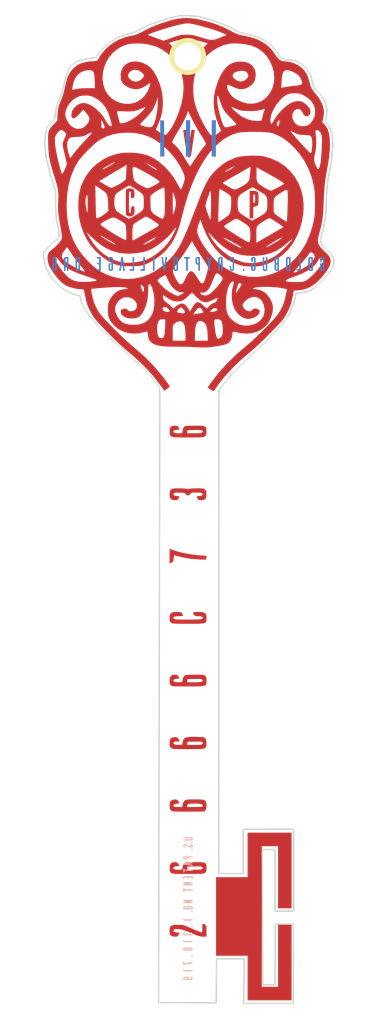
<source format=kicad_pcb>
(kicad_pcb (version 4) (host pcbnew 4.0.5)
  (layers (0 F.Cu signal) (31 B.Cu signal) (34 B.Paste user) (35 F.Paste user) (36 B.SilkS user) (37 F.SilkS user) (38 B.Mask user) (39 F.Mask user) (44 Edge.Cuts user))
  (net 0 "")
  (module lib3:keyward3FCu (layer F.Cu) (at 187.56 143.65)
    (fp_text reference G*** hide)
    (fp_text value LOGO hide)
    (fp_poly (pts (xy 4.1275 -0.889) (xy 2.667 -0.889) (xy 2.667 -7.62) (xy 0.889 -7.62) (xy 0.889 7.62) (xy 2.667 7.62) (xy 2.667 0.889) (xy 4.1275 0.889) (xy 4.1275 9.0805) (xy -0.635 9.0805) (xy -0.635 4.2545) (xy -4.064 4.2545) (xy -4.064 -4.2545) (xy -0.635 -4.2545) (xy -0.635 -9.0805) (xy 4.1275 -9.0805) (xy 4.1275 -0.889)) (layer F.Cu) (width 0.01))
  )
  (module lib3:keyward3FMask (layer F.Cu) (at 187.54 143.65)
    (fp_text reference G*** hide)
    (fp_text value LOGO hide)
  )
  (module lib3:key3headFCu (layer F.Cu) (at 180.56 66.51)
    (fp_text reference G*** hide)
    (fp_text value LOGO hide)
    (fp_poly (pts (xy 0.367031 -20.204639) (xy 1.099891 -20.081) (xy 1.288291 -20.039507) (xy 2.141919 -19.822398) (xy 2.907053 -19.578685) (xy 3.621597 -19.294097) (xy 4.323456 -18.954364) (xy 4.66725 -18.767357) (xy 4.863738 -18.660885) (xy 5.04531 -18.574643) (xy 5.235245 -18.501628) (xy 5.456821 -18.434832) (xy 5.733317 -18.36725) (xy 6.088013 -18.291878) (xy 6.544187 -18.201709) (xy 6.551702 -18.20025) (xy 7.126095 -18.038833) (xy 7.706748 -17.784688) (xy 8.245404 -17.45979) (xy 8.357691 -17.377813) (xy 8.688192 -17.100138) (xy 8.979849 -16.789813) (xy 9.263534 -16.411867) (xy 9.418861 -16.175883) (xy 9.659696 -15.85983) (xy 9.912081 -15.660473) (xy 10.191154 -15.567558) (xy 10.331499 -15.557738) (xy 10.872494 -15.500709) (xy 11.407835 -15.339962) (xy 11.899655 -15.089592) (xy 12.208494 -14.859163) (xy 12.433652 -14.642418) (xy 12.615953 -14.417428) (xy 12.767648 -14.160108) (xy 12.900989 -13.846377) (xy 13.028227 -13.452151) (xy 13.145392 -13.0175) (xy 13.2269 -12.774555) (xy 13.354588 -12.530403) (xy 13.544881 -12.258689) (xy 13.814205 -11.933055) (xy 13.838687 -11.904994) (xy 14.189363 -11.430349) (xy 14.45122 -10.918689) (xy 14.607409 -10.403218) (xy 14.611356 -10.38225) (xy 14.643682 -10.150835) (xy 14.644781 -9.936297) (xy 14.612369 -9.686613) (xy 14.571659 -9.47801) (xy 14.462075 -8.954769) (xy 14.699442 -8.692033) (xy 14.862232 -8.485594) (xy 15.005192 -8.260762) (xy 15.054162 -8.164) (xy 15.187412 -7.747252) (xy 15.268055 -7.225629) (xy 15.296164 -6.609816) (xy 15.271808 -5.910499) (xy 15.195058 -5.138362) (xy 15.065985 -4.304091) (xy 15.027219 -4.09575) (xy 14.928348 -3.564907) (xy 14.848338 -3.092468) (xy 14.784183 -2.650508) (xy 14.732879 -2.211102) (xy 14.69142 -1.746324) (xy 14.6568 -1.22825) (xy 14.626016 -0.628954) (xy 14.606964 -0.1905) (xy 14.578052 0.421766) (xy 14.544245 0.934245) (xy 14.501706 1.374145) (xy 14.446599 1.768675) (xy 14.375088 2.145042) (xy 14.283337 2.530455) (xy 14.167509 2.952122) (xy 14.160387 2.976824) (xy 14.080153 3.279417) (xy 14.016617 3.566316) (xy 13.977941 3.79789) (xy 13.97 3.901017) (xy 14.029171 4.206167) (xy 14.207936 4.529796) (xy 14.508167 4.874829) (xy 14.717892 5.067991) (xy 15.009798 5.340505) (xy 15.204942 5.576295) (xy 15.318101 5.799356) (xy 15.364057 6.033685) (xy 15.367 6.121899) (xy 15.344086 6.353708) (xy 15.268295 6.594569) (xy 15.129053 6.866797) (xy 14.915788 7.19271) (xy 14.754742 7.414151) (xy 14.284052 7.991594) (xy 13.818192 8.450835) (xy 13.345226 8.799561) (xy 12.853215 9.045457) (xy 12.330222 9.19621) (xy 11.90014 9.252204) (xy 11.380516 9.288874) (xy 11.205333 10.121312) (xy 11.119955 10.503579) (xy 11.036809 10.806641) (xy 10.93927 11.076886) (xy 10.810715 11.360701) (xy 10.645323 11.684) (xy 10.534032 11.892741) (xy 10.433456 12.07085) (xy 10.331622 12.232922) (xy 10.216558 12.393553) (xy 10.076293 12.56734) (xy 9.898854 12.768879) (xy 9.672269 13.012765) (xy 9.384567 13.313596) (xy 9.023775 13.685967) (xy 8.892622 13.820878) (xy 8.194195 14.524609) (xy 7.554088 15.138483) (xy 6.957422 15.676421) (xy 6.477 16.081349) (xy 5.740149 16.712206) (xy 5.028759 17.380003) (xy 4.361307 18.065093) (xy 3.756271 18.747827) (xy 3.232127 19.408557) (xy 2.895257 19.890009) (xy 2.777603 20.053907) (xy 2.679463 20.162418) (xy 2.63525 20.189027) (xy 2.550814 20.153812) (xy 2.404009 20.065527) (xy 2.300205 19.995033) (xy 2.028661 19.802729) (xy 2.318917 19.387514) (xy 3.158378 18.284829) (xy 4.108488 17.221476) (xy 5.174366 16.192031) (xy 6.02459 15.462036) (xy 6.698029 14.888452) (xy 7.375125 14.266031) (xy 8.082138 13.570271) (xy 8.387355 13.257503) (xy 8.761779 12.868234) (xy 9.059659 12.553603) (xy 9.293841 12.298033) (xy 9.47717 12.085948) (xy 9.622493 11.901773) (xy 9.742654 11.72993) (xy 9.8505 11.554843) (xy 9.958876 11.360937) (xy 9.972988 11.334807) (xy 10.14009 11.008991) (xy 10.263148 10.722776) (xy 10.359945 10.426716) (xy 10.448266 10.071364) (xy 10.480472 9.923808) (xy 10.645929 9.147752) (xy 10.18313 9.044789) (xy 9.806368 8.977843) (xy 9.373379 8.928473) (xy 8.909818 8.896886) (xy 8.441338 8.883292) (xy 7.993593 8.887897) (xy 7.592238 8.910911) (xy 7.262925 8.952542) (xy 7.03131 9.012997) (xy 7.01675 9.019098) (xy 6.921351 9.063913) (xy 6.899641 9.092754) (xy 6.966945 9.114207) (xy 7.138584 9.136861) (xy 7.248871 9.149174) (xy 7.731386 9.249167) (xy 8.135724 9.439295) (xy 8.474896 9.729021) (xy 8.761915 10.127804) (xy 8.868382 10.326731) (xy 8.994724 10.600625) (xy 9.066967 10.816549) (xy 9.098526 11.024102) (xy 9.103587 11.196426) (xy 9.048875 11.692896) (xy 8.897465 12.198827) (xy 8.665792 12.674187) (xy 8.370294 13.078947) (xy 8.300519 13.15238) (xy 7.853064 13.512182) (xy 7.339768 13.769276) (xy 6.77337 13.920721) (xy 6.166613 13.963576) (xy 5.532238 13.894899) (xy 5.305145 13.84374) (xy 5.067538 13.788721) (xy 4.876898 13.755226) (xy 4.766599 13.748809) (xy 4.755238 13.752238) (xy 4.719956 13.831968) (xy 4.699513 13.989578) (xy 4.697605 14.053122) (xy 4.649582 14.373244) (xy 4.522973 14.676499) (xy 4.339036 14.917356) (xy 4.26578 14.977967) (xy 4.091015 15.072609) (xy 3.838888 15.158783) (xy 3.496927 15.239442) (xy 3.052659 15.317538) (xy 2.50825 15.394144) (xy 2.171541 15.43277) (xy 1.864801 15.455229) (xy 1.550487 15.462202) (xy 1.191059 15.454371) (xy 0.748976 15.432416) (xy 0.66675 15.427559) (xy 0.192509 15.404448) (xy -0.348495 15.386633) (xy -0.896429 15.375611) (xy -1.391462 15.372877) (xy -1.49225 15.373585) (xy -2.176408 15.368492) (xy -2.746903 15.336796) (xy -3.214715 15.27625) (xy -3.590822 15.184607) (xy -3.886205 15.05962) (xy -4.111844 14.89904) (xy -4.187124 14.821963) (xy -4.301452 14.679642) (xy -4.374915 14.543634) (xy -4.422199 14.37319) (xy -4.45799 14.127564) (xy -4.467471 14.04413) (xy -4.493758 13.867825) (xy -4.523785 13.751362) (xy -4.534203 13.73263) (xy -4.609649 13.730564) (xy -4.765743 13.763594) (xy -4.904667 13.804377) (xy -5.491032 13.936059) (xy -6.079014 13.959891) (xy -6.651982 13.882221) (xy -7.193306 13.709396) (xy -7.686354 13.447764) (xy -7.877175 13.294403) (xy -3.468865 13.294403) (xy -3.466443 13.613207) (xy -3.431863 13.914419) (xy -3.369808 14.170544) (xy -3.284964 14.354086) (xy -3.187258 14.436251) (xy -3.038832 14.455963) (xy -2.921 14.456085) (xy -2.820702 14.431538) (xy -2.753798 14.352299) (xy -2.697251 14.186796) (xy -2.682162 14.12875) (xy -2.646945 13.929161) (xy -2.643967 13.901615) (xy -1.778 13.901615) (xy -1.778 14.732) (xy -0.381 14.732) (xy 0.635 14.732) (xy 2.047981 14.732) (xy 2.019305 14.017625) (xy 1.986317 13.569959) (xy 1.923599 13.228718) (xy 1.824458 12.975436) (xy 1.682203 12.791643) (xy 1.53612 12.684125) (xy 1.505223 12.671668) (xy 2.742727 12.671668) (xy 2.74896 12.921887) (xy 2.775732 13.228405) (xy 2.818406 13.557648) (xy 2.872345 13.876038) (xy 2.932912 14.150001) (xy 2.995471 14.345961) (xy 3.022306 14.398625) (xy 3.097834 14.503272) (xy 3.167959 14.531392) (xy 3.277125 14.487176) (xy 3.37305 14.431688) (xy 3.526515 14.29071) (xy 3.623374 14.07475) (xy 3.666936 13.770197) (xy 3.660506 13.363443) (xy 3.65404 13.275158) (xy 3.626826 13.01328) (xy 3.592549 12.790107) (xy 3.557444 12.644018) (xy 3.547835 12.621244) (xy 3.430647 12.498572) (xy 3.256432 12.417362) (xy 3.063863 12.38302) (xy 2.891615 12.400955) (xy 2.778363 12.476573) (xy 2.76167 12.511326) (xy 2.742727 12.671668) (xy 1.505223 12.671668) (xy 1.276649 12.579513) (xy 1.061121 12.593929) (xy 0.88965 12.727201) (xy 0.762352 12.979158) (xy 0.679343 13.349631) (xy 0.640736 13.838447) (xy 0.637787 14.017625) (xy 0.635 14.732) (xy -0.381 14.732) (xy -0.381 14.076775) (xy -0.400577 13.56056) (xy -0.460949 13.160992) (xy -0.564579 12.873641) (xy -0.713932 12.694078) (xy -0.911471 12.617873) (xy -1.159659 12.640595) (xy -1.177113 12.645255) (xy -1.389607 12.738822) (xy -1.583673 12.87743) (xy -1.598371 12.891601) (xy -1.671432 12.968322) (xy -1.721387 13.042791) (xy -1.752627 13.139707) (xy -1.769546 13.283765) (xy -1.776536 13.499662) (xy -1.777988 13.812095) (xy -1.778 13.901615) (xy -2.643967 13.901615) (xy -2.616362 13.646315) (xy -2.594513 13.323951) (xy -2.586912 13.11275) (xy -2.57175 12.41425) (xy -2.82575 12.398034) (xy -3.069618 12.415626) (xy -3.243052 12.514521) (xy -3.36134 12.709471) (xy -3.434443 12.985504) (xy -3.468865 13.294403) (xy -7.877175 13.294403) (xy -8.114497 13.103671) (xy -8.461103 12.683465) (xy -8.63012 12.3825) (xy -8.706861 12.20437) (xy -8.755526 12.038559) (xy -8.782256 11.847153) (xy -8.793196 11.592237) (xy -8.79475 11.3665) (xy -8.793151 11.228522) (xy -8.036525 11.228522) (xy -8.030326 11.47154) (xy -7.904749 11.858772) (xy -7.712157 12.225985) (xy -7.475101 12.537593) (xy -7.216131 12.758009) (xy -7.214515 12.75901) (xy -6.900768 12.895686) (xy -6.503723 12.981556) (xy -6.05773 13.013652) (xy -5.597137 12.989004) (xy -5.250857 12.928718) (xy -4.809717 12.764381) (xy -4.439485 12.495293) (xy -4.139395 12.12074) (xy -4.010947 11.860127) (xy 0.486326 11.860127) (xy 0.503162 11.889777) (xy 0.595613 11.878379) (xy 0.779024 11.832621) (xy 1.009736 11.782625) (xy 1.224184 11.752013) (xy 1.305005 11.7475) (xy 1.475285 11.733745) (xy 1.542786 11.677065) (xy 1.520452 11.562644) (xy 2.286 11.562644) (xy 2.340432 11.607869) (xy 2.478433 11.618304) (xy 2.66206 11.596091) (xy 2.853371 11.54337) (xy 2.891289 11.52849) (xy 3.03409 11.453323) (xy 3.108467 11.383909) (xy 3.1115 11.371974) (xy 3.058189 11.291404) (xy 2.933851 11.21612) (xy 2.791879 11.176878) (xy 2.771296 11.176) (xy 2.666871 11.214461) (xy 2.525653 11.307636) (xy 2.389454 11.422213) (xy 2.300085 11.524881) (xy 2.286 11.562644) (xy 1.520452 11.562644) (xy 1.51883 11.554337) (xy 1.460484 11.429969) (xy 1.322061 11.223719) (xy 1.176568 11.140305) (xy 1.021255 11.173187) (xy 0.90142 11.272293) (xy 0.752289 11.441946) (xy 0.606729 11.641945) (xy 0.521085 11.784996) (xy 0.486326 11.860127) (xy -4.010947 11.860127) (xy -3.929178 11.694223) (xy -3.910957 11.628321) (xy -1.286982 11.628321) (xy -1.283953 11.631947) (xy -1.178192 11.683277) (xy -0.997965 11.728797) (xy -0.795748 11.758903) (xy -0.624019 11.763993) (xy -0.587375 11.759412) (xy -0.470652 11.693538) (xy -0.4445 11.619812) (xy -0.489407 11.496329) (xy -0.599482 11.345595) (xy -0.737761 11.207709) (xy -0.867276 11.122769) (xy -0.912188 11.1125) (xy -1.001151 11.158496) (xy -1.110341 11.271123) (xy -1.212529 11.412333) (xy -1.280486 11.544081) (xy -1.286982 11.628321) (xy -3.910957 11.628321) (xy -3.833239 11.347236) (xy -3.816774 11.227632) (xy -2.877271 11.227632) (xy -2.869529 11.358967) (xy -2.765124 11.488994) (xy -2.637455 11.560078) (xy -2.467351 11.604744) (xy -2.29204 11.615505) (xy -2.153968 11.593981) (xy -2.095579 11.541794) (xy -2.0955 11.539379) (xy -2.14457 11.394412) (xy -2.264229 11.239952) (xy -2.413158 11.126546) (xy -2.444344 11.112654) (xy -2.652296 11.075787) (xy -2.800732 11.123675) (xy -2.877271 11.227632) (xy -3.816774 11.227632) (xy -3.77441 10.919899) (xy -3.75462 10.453895) (xy -3.775799 9.990904) (xy -3.785286 9.926574) (xy -2.845436 9.926574) (xy -2.816672 10.154152) (xy -2.696773 10.380908) (xy -2.513005 10.560085) (xy -2.456135 10.594155) (xy -2.299513 10.699947) (xy -2.110334 10.86035) (xy -1.986159 10.982173) (xy -1.718068 11.264596) (xy -1.478159 11.059456) (xy -1.160425 10.826572) (xy -0.883121 10.711578) (xy -0.637267 10.715373) (xy -0.413885 10.838854) (xy -0.203994 11.082918) (xy -0.133968 11.193765) (xy -0.022875 11.377299) (xy 0.060591 11.507893) (xy 0.098096 11.557) (xy 0.135557 11.506554) (xy 0.216015 11.37543) (xy 0.303975 11.223625) (xy 0.439665 11.004839) (xy 0.583981 10.802844) (xy 0.662934 10.708417) (xy 0.830817 10.582754) (xy 1.013007 10.56094) (xy 1.222157 10.646017) (xy 1.47092 10.841028) (xy 1.557258 10.923489) (xy 1.721087 11.079536) (xy 1.850742 11.192462) (xy 1.919735 11.239291) (xy 1.921563 11.2395) (xy 1.984768 11.196331) (xy 2.104224 11.084162) (xy 2.227763 10.955394) (xy 2.47657 10.733299) (xy 2.704784 10.630958) (xy 2.709907 10.629967) (xy 2.842828 10.59355) (xy 2.931784 10.524945) (xy 2.996635 10.403045) (xy 4.011766 10.403045) (xy 4.013314 10.82017) (xy 4.045196 11.266181) (xy 4.108497 11.617903) (xy 4.214868 11.906499) (xy 4.375961 12.163133) (xy 4.603425 12.418967) (xy 4.61562 12.431172) (xy 5.040602 12.771679) (xy 5.509912 12.995229) (xy 6.014017 13.099877) (xy 6.543384 13.083679) (xy 7.08848 12.94469) (xy 7.104432 12.938806) (xy 7.480444 12.745505) (xy 7.802059 12.47661) (xy 8.037558 12.160305) (xy 8.08261 12.069648) (xy 8.187894 11.69251) (xy 8.200614 11.278378) (xy 8.1259 10.867168) (xy 7.968881 10.498796) (xy 7.860714 10.342662) (xy 7.648648 10.161056) (xy 7.373282 10.027035) (xy 7.096585 9.970081) (xy 7.076842 9.969737) (xy 6.766848 10.019555) (xy 6.452194 10.154401) (xy 6.166258 10.351538) (xy 5.94242 10.588231) (xy 5.818312 10.826962) (xy 5.827189 10.991624) (xy 5.921294 11.178946) (xy 6.074463 11.350587) (xy 6.2541 11.465571) (xy 6.496527 11.54338) (xy 6.672399 11.53566) (xy 6.812073 11.438962) (xy 6.846655 11.39825) (xy 7.019091 11.271653) (xy 7.235096 11.238541) (xy 7.450294 11.300774) (xy 7.544526 11.368973) (xy 7.641431 11.460941) (xy 7.674472 11.526858) (xy 7.654474 11.621923) (xy 7.615778 11.732313) (xy 7.48492 11.934664) (xy 7.260015 12.113482) (xy 6.973693 12.254279) (xy 6.658586 12.342568) (xy 6.347323 12.36386) (xy 6.225953 12.349407) (xy 5.838802 12.215518) (xy 5.477232 11.972721) (xy 5.163248 11.639055) (xy 4.955447 11.307798) (xy 4.770849 10.827416) (xy 4.663377 10.283668) (xy 4.636095 9.716357) (xy 4.645856 9.62025) (xy 5.069305 9.62025) (xy 5.252011 9.36625) (xy 5.401628 9.149792) (xy 5.549933 8.922538) (xy 5.585545 8.865212) (xy 5.674697 8.711616) (xy 5.699659 8.625647) (xy 5.664178 8.567636) (xy 5.617129 8.530981) (xy 5.497436 8.470294) (xy 5.431817 8.464731) (xy 5.373578 8.536354) (xy 5.300451 8.699841) (xy 5.223841 8.922808) (xy 5.155151 9.17287) (xy 5.114345 9.36625) (xy 5.069305 9.62025) (xy 4.645856 9.62025) (xy 4.692067 9.165285) (xy 4.766943 8.858813) (xy 4.845204 8.573161) (xy 4.86778 8.392195) (xy 4.832753 8.305541) (xy 4.738204 8.302828) (xy 4.668983 8.329264) (xy 4.501954 8.468455) (xy 4.351318 8.715312) (xy 4.222028 9.051018) (xy 4.119037 9.456754) (xy 4.047298 9.913702) (xy 4.011766 10.403045) (xy 2.996635 10.403045) (xy 3.001851 10.393241) (xy 3.07381 10.181356) (xy 3.087742 10.115789) (xy 3.062052 10.093854) (xy 2.975832 10.119668) (xy 2.808173 10.19735) (xy 2.685414 10.257848) (xy 2.289432 10.438653) (xy 1.968332 10.539656) (xy 1.695268 10.557082) (xy 1.44339 10.487155) (xy 1.185851 10.326098) (xy 0.895803 10.070135) (xy 0.819649 9.995433) (xy 0.38367 9.562011) (xy 1.203068 9.562011) (xy 1.251277 9.652829) (xy 1.381125 9.742679) (xy 1.675949 9.835284) (xy 1.979068 9.805186) (xy 2.260597 9.662945) (xy 2.461778 9.495158) (xy 2.706385 9.258985) (xy 2.965773 8.985619) (xy 3.211298 8.706253) (xy 3.414315 8.452081) (xy 3.533347 8.276954) (xy 3.554542 8.232208) (xy 10.496029 8.232208) (xy 10.541 8.277001) (xy 10.69202 8.327059) (xy 10.7315 8.340205) (xy 10.829724 8.353004) (xy 11.02623 8.364226) (xy 11.292303 8.372644) (xy 11.592157 8.376986) (xy 11.926322 8.376882) (xy 12.165258 8.368384) (xy 12.340679 8.346921) (xy 12.484297 8.307925) (xy 12.627826 8.246827) (xy 12.683057 8.219799) (xy 12.896398 8.082091) (xy 13.159313 7.865408) (xy 13.447969 7.594411) (xy 13.738531 7.293759) (xy 14.007164 6.988114) (xy 14.230035 6.702136) (xy 14.383151 6.460786) (xy 14.572843 6.09848) (xy 14.405025 5.930661) (xy 14.280946 5.831428) (xy 14.186219 5.798169) (xy 14.173163 5.802423) (xy 14.110169 5.875347) (xy 14.01031 6.025535) (xy 13.911504 6.19216) (xy 13.669163 6.513145) (xy 13.310849 6.831208) (xy 12.847528 7.139548) (xy 12.290168 7.431366) (xy 11.649737 7.699863) (xy 11.256385 7.838328) (xy 10.944937 7.951777) (xy 10.705951 8.060417) (xy 10.552093 8.156483) (xy 10.496029 8.232208) (xy 3.554542 8.232208) (xy 3.628451 8.076179) (xy 3.635674 7.917154) (xy 3.546192 7.768105) (xy 3.351178 7.597256) (xy 3.342778 7.590831) (xy 3.174247 7.474857) (xy 3.043604 7.427645) (xy 2.935974 7.459939) (xy 2.836484 7.58248) (xy 2.730263 7.80601) (xy 2.610209 8.119941) (xy 2.420435 8.591658) (xy 2.232902 8.954101) (xy 2.037748 9.224418) (xy 1.893472 9.366205) (xy 1.727746 9.48081) (xy 1.569673 9.515195) (xy 1.447727 9.50594) (xy 1.270163 9.507318) (xy 1.203068 9.562011) (xy 0.38367 9.562011) (xy 0.32192 9.500624) (xy -0.089284 9.895482) (xy -0.387409 10.160446) (xy -0.646076 10.335036) (xy -0.896476 10.434414) (xy -1.169803 10.473741) (xy -1.283836 10.476105) (xy -1.561886 10.449957) (xy -1.839661 10.365958) (xy -2.147208 10.212186) (xy -2.4765 10.002773) (xy -2.82575 9.765082) (xy -2.845436 9.926574) (xy -3.785286 9.926574) (xy -3.832527 9.606277) (xy -3.922053 9.246666) (xy -4.021703 8.952858) (xy -4.12455 8.735631) (xy -4.223667 8.605766) (xy -4.312129 8.574042) (xy -4.383008 8.651239) (xy -4.404977 8.715375) (xy -4.421852 8.840042) (xy -4.435133 9.054975) (xy -4.442907 9.32345) (xy -4.444133 9.467217) (xy -4.476518 9.982688) (xy -4.566515 10.497718) (xy -4.705553 10.988203) (xy -4.885063 11.43004) (xy -5.096476 11.799123) (xy -5.331223 12.07135) (xy -5.386018 12.116513) (xy -5.624657 12.235247) (xy -5.939459 12.304835) (xy -6.28818 12.322062) (xy -6.628578 12.283712) (xy -6.828345 12.226325) (xy -7.08566 12.091015) (xy -7.276919 11.918207) (xy -7.391121 11.729131) (xy -7.417269 11.545017) (xy -7.344363 11.387096) (xy -7.288371 11.33835) (xy -7.058189 11.245811) (xy -6.824507 11.270296) (xy -6.622962 11.406048) (xy -6.498814 11.514758) (xy -6.366727 11.549754) (xy -6.212564 11.538253) (xy -5.931344 11.452266) (xy -5.743353 11.286973) (xy -5.656593 11.050534) (xy -5.6515 10.966051) (xy -5.710259 10.654311) (xy -5.873967 10.38703) (xy -6.123775 10.180337) (xy -6.44083 10.050364) (xy -6.766051 10.012298) (xy -7.033906 10.03438) (xy -7.254133 10.108598) (xy -7.470926 10.254859) (xy -7.63863 10.405334) (xy -7.825734 10.6432) (xy -7.963899 10.932657) (xy -8.036525 11.228522) (xy -8.793151 11.228522) (xy -8.791065 11.048689) (xy -8.775792 10.819402) (xy -8.742605 10.640269) (xy -8.68518 10.472923) (xy -8.625194 10.338022) (xy -8.41488 9.987243) (xy -8.138017 9.665135) (xy -7.829772 9.40898) (xy -7.65175 9.305933) (xy -7.447221 9.23412) (xy -7.182863 9.17457) (xy -6.985 9.147488) (xy -6.76769 9.125968) (xy -6.659892 9.105884) (xy -6.644511 9.078705) (xy -6.704449 9.035899) (xy -6.731 9.020741) (xy -6.912728 8.957883) (xy -7.19566 8.918937) (xy -7.584747 8.903834) (xy -8.084938 8.912504) (xy -8.701185 8.94488) (xy -9.253964 8.985601) (xy -9.658292 9.018882) (xy -10.0176 9.049573) (xy -10.313435 9.076005) (xy -10.527345 9.09651) (xy -10.640878 9.109419) (xy -10.654199 9.112182) (xy -10.648517 9.176138) (xy -10.619868 9.339588) (xy -10.572868 9.578054) (xy -10.512134 9.867063) (xy -10.509832 9.87772) (xy -10.416366 10.271976) (xy -10.316807 10.593772) (xy -10.19156 10.896927) (xy -10.021026 11.23526) (xy -10.003819 11.267355) (xy -9.902631 11.451428) (xy -9.805528 11.614559) (xy -9.700821 11.770528) (xy -9.576822 11.933116) (xy -9.421841 12.116102) (xy -9.224188 12.333268) (xy -8.972175 12.598394) (xy -8.654113 12.925261) (xy -8.258311 13.327649) (xy -8.243186 13.342986) (xy -7.556996 14.025162) (xy -6.914911 14.636034) (xy -6.327985 15.165328) (xy -5.842 15.574816) (xy -4.816347 16.472524) (xy -3.840845 17.463694) (xy -2.976896 18.4785) (xy -2.726556 18.800429) (xy -2.502476 19.097925) (xy -2.316467 19.354496) (xy -2.18034 19.553649) (xy -2.105905 19.678893) (xy -2.0955 19.709265) (xy -2.142645 19.758191) (xy -2.259502 19.849944) (xy -2.409206 19.958281) (xy -2.554892 20.056963) (xy -2.659695 20.119748) (xy -2.685878 20.1295) (xy -2.73353 20.081294) (xy -2.825135 19.957954) (xy -2.892069 19.859625) (xy -3.382431 19.17775) (xy -3.969775 18.463147) (xy -4.635483 17.735677) (xy -5.36094 17.015207) (xy -6.127527 16.321599) (xy -6.50875 16.000658) (xy -7.072356 15.523568) (xy -7.62722 15.023222) (xy -8.19942 14.475196) (xy -8.815037 13.855064) (xy -8.965176 13.700015) (xy -9.348167 13.301633) (xy -9.654675 12.978593) (xy -9.897251 12.715674) (xy -10.088449 12.497655) (xy -10.240822 12.309317) (xy -10.366922 12.135437) (xy -10.479301 11.960797) (xy -10.590514 11.770174) (xy -10.660461 11.644416) (xy -10.839286 11.307914) (xy -10.967692 11.029214) (xy -11.063997 10.759327) (xy -11.146515 10.449264) (xy -11.204147 10.190246) (xy -11.269927 9.882176) (xy -11.328741 9.60866) (xy -11.374089 9.399799) (xy -11.399198 9.286875) (xy -11.437513 9.19866) (xy -11.522751 9.156041) (xy -11.691464 9.143247) (xy -11.732835 9.142897) (xy -12.108497 9.112244) (xy -12.534465 9.031702) (xy -12.950989 8.914758) (xy -13.240382 8.802629) (xy -13.287102 8.775588) (xy -5.245704 8.775588) (xy -5.226663 8.918258) (xy -5.160804 9.101709) (xy -5.047887 9.30653) (xy -5.031131 9.331669) (xy -4.92125 9.49325) (xy -4.901358 9.215869) (xy -4.905594 9.005027) (xy -4.96696 8.856038) (xy -5.024342 8.786403) (xy -5.144302 8.690248) (xy -5.21817 8.693114) (xy -5.245704 8.775588) (xy -13.287102 8.775588) (xy -13.584825 8.603273) (xy -13.928901 8.316509) (xy -14.28631 7.92969) (xy -14.552936 7.591044) (xy -14.857099 7.162426) (xy -15.078199 6.796151) (xy -15.227012 6.468982) (xy -15.314309 6.15768) (xy -15.349075 5.87375) (xy -15.348852 5.734913) (xy -14.538573 5.734913) (xy -14.499466 5.921592) (xy -14.384553 6.208214) (xy -14.380141 6.217723) (xy -14.096246 6.721971) (xy -13.720058 7.228548) (xy -13.279816 7.699767) (xy -13.245107 7.732535) (xy -12.943414 7.985973) (xy -12.651246 8.158502) (xy -12.32128 8.272727) (xy -11.96975 8.341788) (xy -11.776023 8.357552) (xy -11.506262 8.361388) (xy -11.194115 8.354907) (xy -10.873229 8.339714) (xy -10.577253 8.317418) (xy -10.339835 8.289627) (xy -10.194623 8.257947) (xy -10.19175 8.256838) (xy -10.017333 8.187699) (xy -3.429 8.187699) (xy -3.38614 8.279397) (xy -3.272751 8.431945) (xy -3.111621 8.62005) (xy -2.925538 8.818418) (xy -2.737289 9.001754) (xy -2.569662 9.144764) (xy -2.560562 9.151657) (xy -2.167664 9.428041) (xy -1.809783 9.643656) (xy -1.50154 9.791339) (xy -1.257557 9.863925) (xy -1.112084 9.861366) (xy -0.981475 9.80386) (xy -0.806773 9.70453) (xy -0.746959 9.666258) (xy -0.604218 9.56926) (xy -0.518788 9.506308) (xy -0.508 9.495395) (xy -0.564791 9.487774) (xy -0.708337 9.483227) (xy -0.791414 9.482666) (xy -1.127102 9.421297) (xy -1.456608 9.245341) (xy -1.766857 8.967024) (xy -2.044775 8.598571) (xy -2.277286 8.152207) (xy -2.31634 8.056827) (xy -2.427745 7.802983) (xy -2.52076 7.661418) (xy -2.598775 7.62) (xy -2.69842 7.654085) (xy -2.856869 7.741485) (xy -3.041532 7.859915) (xy -3.219819 7.987088) (xy -3.359139 8.100722) (xy -3.426902 8.17853) (xy -3.429 8.187699) (xy -10.017333 8.187699) (xy -10.00125 8.181324) (xy -10.181297 8.086293) (xy -10.303505 8.03362) (xy -10.520659 7.951596) (xy -10.806756 7.849605) (xy -11.135792 7.737028) (xy -11.307115 7.680087) (xy -11.980293 7.444671) (xy -12.542269 7.215421) (xy -13.007961 6.983584) (xy -13.392287 6.740408) (xy -13.710166 6.477141) (xy -13.976516 6.18503) (xy -14.072191 6.057838) (xy -14.268683 5.809638) (xy -14.41642 5.675425) (xy -14.508637 5.651687) (xy -14.538573 5.734913) (xy -15.348852 5.734913) (xy -15.348578 5.565121) (xy -15.34475 5.5481) (xy -13.8215 5.5481) (xy -13.781955 5.702497) (xy -13.734899 5.793131) (xy -13.565654 6.00693) (xy -13.29629 6.235542) (xy -12.919942 6.483828) (xy -12.429742 6.756651) (xy -12.22927 6.859204) (xy -11.873255 7.03454) (xy -11.615523 7.152523) (xy -11.443458 7.217683) (xy -11.34444 7.234551) (xy -11.305852 7.207657) (xy -11.304181 7.191375) (xy -11.343538 7.12743) (xy -11.450072 6.987515) (xy -11.607912 6.791738) (xy -11.801185 6.560211) (xy -11.817911 6.5405) (xy -12.066305 6.235852) (xy -12.328919 5.893585) (xy -12.568876 5.562671) (xy -12.702488 5.36575) (xy -12.864587 5.117748) (xy -13.008218 4.89984) (xy -13.11476 4.74017) (xy -13.157958 4.677207) (xy -13.207258 4.624718) (xy -13.261059 4.628442) (xy -13.340186 4.702965) (xy -13.465465 4.862873) (xy -13.511652 4.924939) (xy -13.693493 5.187104) (xy -13.794394 5.385564) (xy -13.8215 5.5481) (xy -15.34475 5.5481) (xy -15.294346 5.324028) (xy -15.169104 5.116965) (xy -14.955574 4.910424) (xy -14.783532 4.776977) (xy -14.438157 4.49047) (xy -14.142109 4.184308) (xy -13.922657 3.888151) (xy -13.858362 3.7707) (xy -13.816186 3.673151) (xy -13.792325 3.577512) (xy -13.787742 3.458375) (xy -13.803402 3.290332) (xy -13.840268 3.047975) (xy -13.898605 2.709871) (xy -13.995449 2.155429) (xy -14.07158 1.704627) (xy -14.129068 1.336165) (xy -14.169981 1.028744) (xy -14.196389 0.761064) (xy -14.210361 0.511824) (xy -14.213965 0.259725) (xy -14.210631 0.0635) (xy -13.292332 0.0635) (xy -13.247861 1.132677) (xy -13.111934 2.119634) (xy -12.880774 3.034022) (xy -12.550606 3.885495) (xy -12.117656 4.683706) (xy -11.578148 5.438308) (xy -10.928308 6.158953) (xy -10.895895 6.19125) (xy -10.395867 6.656843) (xy -9.921941 7.028606) (xy -9.443465 7.326323) (xy -8.929786 7.569776) (xy -8.525668 7.720954) (xy -7.82681 7.922794) (xy -7.170686 8.030896) (xy -6.51899 8.049307) (xy -5.92597 7.995537) (xy -5.137428 7.832365) (xy -4.387987 7.564581) (xy -3.667694 7.186818) (xy -3.464648 7.044008) (xy -1.745264 7.044008) (xy -1.742093 7.248777) (xy -1.668212 7.525634) (xy -1.532305 7.847542) (xy -1.418108 8.062419) (xy -1.222145 8.368908) (xy -1.051517 8.556765) (xy -0.899466 8.630234) (xy -0.759234 8.593559) (xy -0.681888 8.524875) (xy -0.611861 8.420616) (xy -0.50642 8.23267) (xy -0.382946 7.992853) (xy -0.314996 7.853209) (xy -0.140292 7.518979) (xy 0.017338 7.30067) (xy 0.168589 7.198729) (xy 0.324155 7.213605) (xy 0.494731 7.345746) (xy 0.691011 7.595601) (xy 0.887713 7.90362) (xy 1.079239 8.206931) (xy 1.228553 8.405441) (xy 1.34824 8.508919) (xy 1.450886 8.527134) (xy 1.549075 8.469853) (xy 1.578889 8.440113) (xy 1.650635 8.318601) (xy 1.736216 8.107715) (xy 1.826913 7.838532) (xy 1.914009 7.542128) (xy 1.988786 7.249578) (xy 2.042527 6.991958) (xy 2.066514 6.800343) (xy 2.060876 6.721944) (xy 2.012279 6.627017) (xy 1.903868 6.447059) (xy 1.74799 6.201547) (xy 1.556993 5.909959) (xy 1.361106 5.61809) (xy 1.136156 5.281167) (xy 0.92361 4.952771) (xy 0.739312 4.658133) (xy 0.599104 4.422481) (xy 0.529665 4.294065) (xy 0.43367 4.1089) (xy 0.357223 3.980568) (xy 0.320146 3.939002) (xy 0.276067 3.991051) (xy 0.182004 4.131043) (xy 0.052035 4.337263) (xy -0.090741 4.572836) (xy -0.268954 4.857947) (xy -0.498842 5.205407) (xy -0.75447 5.577041) (xy -1.009903 5.934671) (xy -1.087851 6.040576) (xy -1.300521 6.334046) (xy -1.486484 6.603926) (xy -1.63179 6.828926) (xy -1.722492 6.987757) (xy -1.745264 7.044008) (xy -3.464648 7.044008) (xy -2.966594 6.693709) (xy -2.274731 6.079888) (xy -2.159 5.964847) (xy -1.917503 5.712544) (xy -1.694918 5.45881) (xy -1.485946 5.193289) (xy -1.285287 4.905625) (xy -1.087641 4.585459) (xy -0.88771 4.222435) (xy -0.680192 3.806197) (xy -0.45979 3.326387) (xy -0.221203 2.772648) (xy 0.040867 2.134623) (xy 0.331722 1.401956) (xy 0.65666 0.56429) (xy 0.81299 0.15666) (xy 0.834002 0.102282) (xy 1.778 0.102282) (xy 1.801369 0.252222) (xy 1.864656 0.484614) (xy 1.957627 0.765235) (xy 2.047875 1.00491) (xy 2.31775 1.68275) (xy 2.357075 1.2065) (xy 2.372639 0.953706) (xy 2.385922 0.617772) (xy 2.395512 0.242555) (xy 2.399993 -0.127) (xy 2.398061 -0.473151) (xy 2.390194 -0.799921) (xy 2.377614 -1.072692) (xy 2.361542 -1.256845) (xy 2.359645 -1.27) (xy 2.315704 -1.55575) (xy 2.046852 -0.839128) (xy 1.940229 -0.536386) (xy 1.853612 -0.255157) (xy 1.796451 -0.028531) (xy 1.778 0.102282) (xy 0.834002 0.102282) (xy 1.082792 -0.54157) (xy 1.319253 -1.134047) (xy 1.530268 -1.635133) (xy 1.72373 -2.059195) (xy 1.89703 -2.399948) (xy 3.683319 -2.399948) (xy 3.692938 -2.350585) (xy 3.770297 -2.280039) (xy 3.930531 -2.173807) (xy 4.139055 -2.047096) (xy 4.443292 -1.866672) (xy 4.66534 -1.746013) (xy 4.832097 -1.679852) (xy 4.970463 -1.662924) (xy 5.107334 -1.689961) (xy 5.26961 -1.7557) (xy 5.376125 -1.804902) (xy 5.772105 -2.008091) (xy 6.101544 -2.214985) (xy 6.347168 -2.413114) (xy 6.491705 -2.590007) (xy 6.506707 -2.621128) (xy 6.547524 -2.771617) (xy 6.587496 -3.006561) (xy 7.313094 -3.006561) (xy 7.333425 -2.727857) (xy 7.386099 -2.522466) (xy 7.480127 -2.363953) (xy 7.624524 -2.225879) (xy 7.740132 -2.141125) (xy 7.970257 -1.991208) (xy 8.224189 -1.83994) (xy 8.472946 -1.702946) (xy 8.687549 -1.595851) (xy 8.83902 -1.534277) (xy 8.882095 -1.525443) (xy 8.971093 -1.552972) (xy 9.14521 -1.628687) (xy 9.37782 -1.740418) (xy 9.597992 -1.852704) (xy 9.857795 -1.992358) (xy 10.077771 -2.117661) (xy 10.231931 -2.21337) (xy 10.291179 -2.259287) (xy 10.293766 -2.30645) (xy 10.235556 -2.378095) (xy 10.10872 -2.479263) (xy 9.905431 -2.614993) (xy 9.617859 -2.790326) (xy 9.238178 -3.010299) (xy 8.758558 -3.279954) (xy 8.382 -3.488395) (xy 7.33425 -4.06572) (xy 7.316093 -3.385018) (xy 7.313094 -3.006561) (xy 6.587496 -3.006561) (xy 6.58817 -3.010521) (xy 6.622778 -3.299382) (xy 6.638468 -3.48442) (xy 6.684965 -4.14309) (xy 6.406357 -3.983348) (xy 6.265436 -3.902771) (xy 6.036091 -3.77189) (xy 5.740274 -3.603222) (xy 5.399937 -3.409281) (xy 5.037033 -3.202585) (xy 4.98475 -3.172815) (xy 4.633758 -2.972329) (xy 4.314992 -2.789041) (xy 4.046975 -2.633699) (xy 3.848231 -2.517052) (xy 3.737285 -2.449848) (xy 3.726305 -2.442633) (xy 3.683319 -2.399948) (xy 1.89703 -2.399948) (xy 1.907533 -2.420598) (xy 2.089572 -2.733705) (xy 2.27774 -3.012883) (xy 2.479932 -3.272496) (xy 2.704041 -3.526909) (xy 2.736788 -3.560902) (xy 3.879064 -3.560902) (xy 3.956353 -3.579676) (xy 4.095619 -3.640321) (xy 4.27361 -3.730755) (xy 4.467073 -3.838897) (xy 4.652755 -3.952665) (xy 4.807403 -4.05998) (xy 4.85775 -4.100429) (xy 4.924191 -4.164583) (xy 4.908746 -4.176155) (xy 4.802565 -4.132276) (xy 4.596799 -4.030079) (xy 4.522006 -3.99159) (xy 4.276383 -3.857533) (xy 4.065213 -3.729456) (xy 3.921089 -3.627659) (xy 3.887006 -3.596078) (xy 3.879064 -3.560902) (xy 2.736788 -3.560902) (xy 2.957961 -3.790487) (xy 3.011539 -3.844093) (xy 3.603212 -4.358029) (xy 4.238835 -4.759487) (xy 4.939374 -5.060891) (xy 5.209455 -5.146702) (xy 5.578894 -5.227222) (xy 6.035684 -5.285407) (xy 6.541933 -5.319975) (xy 7.059749 -5.329642) (xy 7.55124 -5.313127) (xy 7.978513 -5.269148) (xy 8.115771 -5.245047) (xy 8.910606 -5.021109) (xy 9.649216 -4.686109) (xy 10.322796 -4.246801) (xy 10.922544 -3.709935) (xy 11.439655 -3.082266) (xy 11.865325 -2.370545) (xy 11.866433 -2.368334) (xy 12.15987 -1.644893) (xy 12.347821 -0.868425) (xy 12.431876 -0.0542) (xy 12.413619 0.78251) (xy 12.294639 1.626436) (xy 12.076523 2.462305) (xy 11.760857 3.274847) (xy 11.349228 4.048791) (xy 11.170813 4.325418) (xy 10.701917 4.911458) (xy 10.13612 5.443176) (xy 9.497998 5.903295) (xy 8.812126 6.274535) (xy 8.103081 6.539621) (xy 7.96925 6.576182) (xy 7.537976 6.652602) (xy 7.034178 6.687428) (xy 6.505162 6.681134) (xy 5.998233 6.634192) (xy 5.579772 6.552265) (xy 4.815447 6.284845) (xy 4.113347 5.908104) (xy 3.473008 5.421558) (xy 2.893964 4.824725) (xy 2.375751 4.11712) (xy 1.917904 3.298262) (xy 1.802513 3.028419) (xy 2.108393 3.028419) (xy 2.109833 3.064807) (xy 2.150845 3.157232) (xy 2.159597 3.175) (xy 2.556119 3.843704) (xy 3.051027 4.46353) (xy 3.626561 5.020207) (xy 4.264958 5.499465) (xy 4.948457 5.887035) (xy 5.659295 6.168645) (xy 6.00075 6.261021) (xy 6.434015 6.317594) (xy 6.94475 6.312615) (xy 7.500312 6.24781) (xy 7.935955 6.15875) (xy 8.634867 5.934471) (xy 9.264234 5.614362) (xy 9.851718 5.18432) (xy 9.858317 5.178699) (xy 10.049232 5.005997) (xy 10.266872 4.793572) (xy 10.49476 4.559517) (xy 10.716414 4.321929) (xy 10.915355 4.098902) (xy 11.075104 3.908533) (xy 11.17918 3.768915) (xy 11.211103 3.698144) (xy 11.209376 3.695209) (xy 11.155012 3.724566) (xy 11.026608 3.823396) (xy 10.844057 3.975702) (xy 10.652674 4.142818) (xy 10.054503 4.620724) (xy 9.448965 4.989346) (xy 8.815124 5.256423) (xy 8.132045 5.429694) (xy 7.378791 5.5169) (xy 6.89724 5.531105) (xy 6.164193 5.498602) (xy 5.49831 5.391546) (xy 4.881821 5.201753) (xy 4.296954 4.921039) (xy 3.725936 4.541219) (xy 3.150995 4.054108) (xy 2.685595 3.59148) (xy 2.681269 3.586956) (xy 3.7465 3.586956) (xy 3.799063 3.642668) (xy 3.942012 3.74458) (xy 4.153235 3.879957) (xy 4.410618 4.036066) (xy 4.692049 4.200172) (xy 4.975417 4.359541) (xy 5.238608 4.501439) (xy 5.459511 4.613131) (xy 5.616012 4.681884) (xy 5.67515 4.697637) (xy 5.687255 4.65996) (xy 5.650274 4.602272) (xy 5.621429 4.578372) (xy 8.346311 4.578372) (xy 8.371875 4.589344) (xy 8.485204 4.547097) (xy 8.664636 4.46286) (xy 8.888507 4.347866) (xy 9.135153 4.213346) (xy 9.382911 4.070532) (xy 9.610116 3.930656) (xy 9.666629 3.893857) (xy 9.918565 3.721787) (xy 10.067552 3.608148) (xy 10.121737 3.549837) (xy 10.089269 3.543754) (xy 9.978296 3.586796) (xy 9.796965 3.675862) (xy 9.553427 3.80785) (xy 9.255828 3.979658) (xy 8.942401 4.169541) (xy 8.705904 4.319539) (xy 8.51102 4.450089) (xy 8.382773 4.544027) (xy 8.346311 4.578372) (xy 5.621429 4.578372) (xy 5.559 4.526647) (xy 5.388772 4.415026) (xy 5.160954 4.278804) (xy 4.896912 4.129375) (xy 4.618009 3.978134) (xy 4.34561 3.836474) (xy 4.10108 3.71579) (xy 3.905784 3.627475) (xy 3.781086 3.582925) (xy 3.7465 3.586956) (xy 2.681269 3.586956) (xy 2.435127 3.329598) (xy 2.261679 3.153402) (xy 2.155888 3.055479) (xy 2.108393 3.028419) (xy 1.802513 3.028419) (xy 1.520073 2.367935) (xy 3.801799 2.367935) (xy 3.811642 2.383228) (xy 3.917593 2.479769) (xy 4.108315 2.623545) (xy 4.364719 2.80256) (xy 4.667717 3.004818) (xy 4.998218 3.218324) (xy 5.337135 3.431082) (xy 5.665378 3.631096) (xy 5.963859 3.806372) (xy 6.213489 3.944912) (xy 6.395178 4.034723) (xy 6.486288 4.064) (xy 6.555455 4.033609) (xy 6.602536 3.925926) (xy 6.638317 3.716183) (xy 6.63855 3.714321) (xy 6.666264 3.337621) (xy 6.6647 3.272287) (xy 7.3025 3.272287) (xy 7.3025 4.12183) (xy 8.747125 3.293285) (xy 9.136442 3.069342) (xy 9.489694 2.864893) (xy 9.791807 2.688762) (xy 10.027708 2.549776) (xy 10.182323 2.45676) (xy 10.239882 2.419313) (xy 10.205731 2.373567) (xy 10.085314 2.277468) (xy 9.901369 2.145833) (xy 9.676637 1.993475) (xy 9.433856 1.835209) (xy 9.195765 1.68585) (xy 8.985104 1.560214) (xy 8.824612 1.473114) (xy 8.737028 1.439366) (xy 8.735716 1.439333) (xy 8.628798 1.473669) (xy 8.448323 1.564582) (xy 8.22343 1.693925) (xy 7.983256 1.843555) (xy 7.756936 1.995324) (xy 7.573609 2.131089) (xy 7.463131 2.231844) (xy 7.39812 2.315218) (xy 7.353517 2.400082) (xy 7.32549 2.511279) (xy 7.310201 2.673647) (xy 7.303817 2.912029) (xy 7.302501 3.251264) (xy 7.3025 3.272287) (xy 6.6647 3.272287) (xy 6.657675 2.978915) (xy 6.615872 2.669332) (xy 6.54394 2.440001) (xy 6.505784 2.375497) (xy 6.401775 2.275072) (xy 6.216222 2.131613) (xy 5.97737 1.965919) (xy 5.766211 1.830909) (xy 5.528487 1.682214) (xy 5.353433 1.579551) (xy 5.214532 1.52512) (xy 5.085267 1.52112) (xy 4.93912 1.569748) (xy 4.749575 1.673204) (xy 4.490115 1.833687) (xy 4.299096 1.952558) (xy 4.042884 2.115604) (xy 3.884102 2.230785) (xy 3.808492 2.310697) (xy 3.801799 2.367935) (xy 1.520073 2.367935) (xy 1.519957 2.367666) (xy 1.499318 2.311923) (xy 1.348875 1.902438) (xy 3.175 1.902438) (xy 3.635375 1.608881) (xy 3.871666 1.452462) (xy 4.086605 1.300158) (xy 4.241459 1.17966) (xy 4.265851 1.158115) (xy 4.393745 0.992668) (xy 4.486246 0.757061) (xy 4.547163 0.435216) (xy 4.580305 0.01105) (xy 4.584004 -0.107972) (xy 5.270737 -0.107972) (xy 5.278916 0.252485) (xy 5.313311 0.516727) (xy 5.38823 0.71498) (xy 5.517982 0.877469) (xy 5.716874 1.034422) (xy 5.854517 1.125252) (xy 6.123863 1.294588) (xy 6.381235 1.451754) (xy 6.603449 1.583075) (xy 6.767321 1.674878) (xy 6.849664 1.713488) (xy 6.852582 1.713899) (xy 6.916357 1.685713) (xy 7.064064 1.609944) (xy 7.268594 1.500646) (xy 7.360582 1.450501) (xy 7.747721 1.234735) (xy 8.036478 1.057977) (xy 8.24119 0.900729) (xy 8.376198 0.743495) (xy 8.455839 0.566778) (xy 8.494453 0.351081) (xy 8.50543 0.098685) (xy 9.17575 0.098685) (xy 9.176739 0.411298) (xy 9.183598 0.624468) (xy 9.202167 0.76575) (xy 9.238283 0.862701) (xy 9.297785 0.942876) (xy 9.370489 1.017797) (xy 9.485967 1.115083) (xy 9.668772 1.249705) (xy 9.89084 1.403177) (xy 10.124102 1.557012) (xy 10.340491 1.692727) (xy 10.511939 1.791835) (xy 10.61038 1.835851) (xy 10.613306 1.836331) (xy 10.626922 1.777394) (xy 10.642641 1.609424) (xy 10.659381 1.350347) (xy 10.676058 1.01809) (xy 10.691589 0.63058) (xy 10.698369 0.428625) (xy 10.708988 0.0635) (xy 11.6205 0.0635) (xy 11.643733 0.115767) (xy 11.662833 0.105833) (xy 11.670433 0.030473) (xy 11.662833 0.021166) (xy 11.625082 0.029883) (xy 11.6205 0.0635) (xy 10.708988 0.0635) (xy 10.715071 -0.145651) (xy 10.724751 -0.605259) (xy 10.726841 -0.962368) (xy 10.720774 -1.229147) (xy 10.705983 -1.417762) (xy 10.681901 -1.540384) (xy 10.647961 -1.60918) (xy 10.603596 -1.636318) (xy 10.602111 -1.636613) (xy 10.499212 -1.611531) (xy 10.32356 -1.526393) (xy 10.10278 -1.398951) (xy 9.864494 -1.246956) (xy 9.636324 -1.08816) (xy 9.445893 -0.940313) (xy 9.320825 -0.821167) (xy 9.307996 -0.804969) (xy 9.249455 -0.710936) (xy 9.211021 -0.599993) (xy 9.188632 -0.444397) (xy 9.178229 -0.216408) (xy 9.17575 0.098685) (xy 8.50543 0.098685) (xy 8.506378 0.076907) (xy 8.506749 -0.107972) (xy 8.498013 -0.45473) (xy 8.468917 -0.703221) (xy 8.410732 -0.881646) (xy 8.314733 -1.018203) (xy 8.1915 -1.126548) (xy 8.063837 -1.215306) (xy 7.872759 -1.338015) (xy 7.645067 -1.478667) (xy 7.407564 -1.621253) (xy 7.18705 -1.749764) (xy 7.010328 -1.848191) (xy 6.9042 -1.900525) (xy 6.888234 -1.905) (xy 6.818318 -1.874294) (xy 6.662442 -1.790594) (xy 6.443377 -1.666532) (xy 6.183895 -1.514739) (xy 6.172754 -1.508125) (xy 5.836246 -1.30237) (xy 5.595685 -1.131654) (xy 5.435043 -0.9711) (xy 5.338293 -0.795826) (xy 5.289406 -0.580955) (xy 5.272354 -0.301605) (xy 5.270737 -0.107972) (xy 4.584004 -0.107972) (xy 4.586759 -0.196619) (xy 4.587444 -0.516154) (xy 4.571739 -0.736257) (xy 4.536528 -0.8838) (xy 4.498394 -0.958619) (xy 4.405804 -1.05347) (xy 4.243657 -1.179382) (xy 4.038941 -1.319709) (xy 3.818642 -1.457806) (xy 3.609747 -1.577026) (xy 3.439245 -1.660724) (xy 3.334121 -1.692254) (xy 3.317089 -1.687257) (xy 3.297301 -1.607922) (xy 3.276492 -1.420368) (xy 3.255584 -1.143363) (xy 3.235501 -0.795673) (xy 3.217165 -0.396065) (xy 3.201499 0.036694) (xy 3.189426 0.483838) (xy 3.181867 0.926599) (xy 3.180342 1.094094) (xy 3.175 1.902438) (xy 1.348875 1.902438) (xy 1.234482 1.591078) (xy 1.056449 2.057379) (xy 0.958591 2.358115) (xy 0.895451 2.642713) (xy 0.878416 2.821292) (xy 0.925335 3.126506) (xy 1.058367 3.496432) (xy 1.265927 3.914639) (xy 1.536431 4.364699) (xy 1.858294 4.830181) (xy 2.21993 5.294656) (xy 2.609755 5.741692) (xy 3.016184 6.154862) (xy 3.427632 6.517734) (xy 3.556 6.61867) (xy 3.887873 6.844171) (xy 4.29194 7.077011) (xy 4.728406 7.297516) (xy 5.157476 7.486013) (xy 5.539355 7.622831) (xy 5.649524 7.653613) (xy 6.499023 7.805362) (xy 7.345041 7.830695) (xy 8.181499 7.730172) (xy 9.002316 7.50435) (xy 9.487627 7.306738) (xy 11.3665 7.306738) (xy 11.396239 7.345914) (xy 11.492435 7.33334) (xy 11.665559 7.264944) (xy 11.92608 7.136657) (xy 12.250357 6.963109) (xy 12.723774 6.678543) (xy 13.109077 6.393686) (xy 13.397836 6.116733) (xy 13.581625 5.855881) (xy 13.652015 5.619324) (xy 13.6525 5.599716) (xy 13.60314 5.431933) (xy 13.481757 5.272339) (xy 13.328396 5.164799) (xy 13.235993 5.1435) (xy 13.104745 5.183844) (xy 13.006979 5.321998) (xy 12.994566 5.349875) (xy 12.923511 5.463417) (xy 12.781386 5.649715) (xy 12.584266 5.889141) (xy 12.348226 6.162068) (xy 12.136464 6.397584) (xy 11.889106 6.671481) (xy 11.674731 6.915754) (xy 11.507083 7.114175) (xy 11.399902 7.250517) (xy 11.3665 7.306738) (xy 9.487627 7.306738) (xy 9.505411 7.299497) (xy 10.29533 6.867398) (xy 11.013546 6.33279) (xy 11.656912 5.700074) (xy 12.22228 4.973648) (xy 12.706504 4.15791) (xy 13.106435 3.25726) (xy 13.418927 2.276097) (xy 13.569357 1.61925) (xy 13.622904 1.246869) (xy 13.659571 0.781305) (xy 13.679403 0.255241) (xy 13.682445 -0.29864) (xy 13.668741 -0.847654) (xy 13.638337 -1.359118) (xy 13.591277 -1.800348) (xy 13.564455 -1.9685) (xy 13.329085 -2.956307) (xy 12.994015 -3.870266) (xy 12.553467 -4.722014) (xy 12.452734 -4.86827) (xy 13.569772 -4.86827) (xy 13.638595 -4.545177) (xy 13.773185 -4.225953) (xy 13.882888 -4.006824) (xy 13.95446 -3.88549) (xy 14.005482 -3.845615) (xy 14.053537 -3.870868) (xy 14.098796 -3.92345) (xy 14.162734 -4.05448) (xy 14.226428 -4.272243) (xy 14.278449 -4.536966) (xy 14.28213 -4.561476) (xy 14.319974 -4.869126) (xy 14.354695 -5.241342) (xy 14.384982 -5.651537) (xy 14.409521 -6.073125) (xy 14.427 -6.479519) (xy 14.436107 -6.844132) (xy 14.435529 -7.140377) (xy 14.423954 -7.341667) (xy 14.420564 -7.366) (xy 14.374622 -7.576119) (xy 14.315791 -7.75463) (xy 14.296968 -7.794626) (xy 14.172681 -7.951467) (xy 14.011866 -8.065664) (xy 13.857316 -8.11062) (xy 13.802756 -8.101778) (xy 13.749894 -8.065579) (xy 13.725974 -7.990316) (xy 13.728242 -7.84742) (xy 13.753945 -7.608322) (xy 13.754641 -7.602671) (xy 13.790365 -7.176657) (xy 13.799435 -6.726227) (xy 13.783267 -6.288397) (xy 13.743275 -5.900184) (xy 13.680872 -5.598604) (xy 13.677664 -5.588) (xy 13.583874 -5.200499) (xy 13.569772 -4.86827) (xy 12.452734 -4.86827) (xy 12.001662 -5.523188) (xy 11.517235 -6.091493) (xy 10.931399 -6.669079) (xy 10.347591 -7.129562) (xy 9.752304 -7.481886) (xy 9.132028 -7.734995) (xy 8.9535 -7.788893) (xy 8.709635 -7.835531) (xy 8.36609 -7.871555) (xy 7.949032 -7.896934) (xy 7.48463 -7.911641) (xy 6.999052 -7.915645) (xy 6.518468 -7.908917) (xy 6.069045 -7.891427) (xy 5.676952 -7.863146) (xy 5.368357 -7.824044) (xy 5.225931 -7.793092) (xy 4.670039 -7.603931) (xy 4.15731 -7.357665) (xy 3.662444 -7.038531) (xy 3.16014 -6.630768) (xy 2.767723 -6.261662) (xy 2.217938 -5.647855) (xy 1.689341 -4.916668) (xy 1.185909 -4.076549) (xy 0.711621 -3.135945) (xy 0.270457 -2.103307) (xy -0.133603 -0.987082) (xy -0.496582 0.204282) (xy -0.760125 1.228586) (xy -0.952417 1.974035) (xy -1.154352 2.617553) (xy -1.37586 3.184207) (xy -1.626871 3.699066) (xy -1.917317 4.187198) (xy -1.954924 4.244611) (xy -2.426149 4.850725) (xy -2.996349 5.4046) (xy -3.64203 5.887618) (xy -4.339698 6.281163) (xy -4.74569 6.456044) (xy -4.934123 6.522764) (xy -5.114359 6.570593) (xy -5.31619 6.603716) (xy -5.569407 6.626318) (xy -5.903802 6.642583) (xy -6.12775 6.650178) (xy -6.786719 6.651739) (xy -7.352763 6.606006) (xy -7.85406 6.503948) (xy -8.318786 6.336532) (xy -8.775117 6.094725) (xy -9.25123 5.769494) (xy -9.516832 5.563724) (xy -10.137301 5.012448) (xy -10.64953 4.430834) (xy -11.072194 3.793197) (xy -11.423968 3.073851) (xy -11.472031 2.95275) (xy -11.135301 2.95275) (xy -10.892564 3.39725) (xy -10.440172 4.126924) (xy -9.937392 4.744956) (xy -9.374163 5.260128) (xy -8.740424 5.681225) (xy -8.026117 6.017029) (xy -7.794037 6.102652) (xy -7.496317 6.197311) (xy -7.237888 6.253166) (xy -6.961104 6.279508) (xy -6.65864 6.28565) (xy -6.309745 6.274358) (xy -5.931288 6.243642) (xy -5.592844 6.199532) (xy -5.523083 6.187203) (xy -5.220223 6.121479) (xy -4.912006 6.041221) (xy -4.660961 5.962835) (xy -4.642943 5.956298) (xy -4.174908 5.738548) (xy -3.680371 5.429411) (xy -3.187604 5.052079) (xy -2.72488 4.629747) (xy -2.32047 4.185607) (xy -2.065752 3.842066) (xy -1.947472 3.647132) (xy -1.817285 3.407209) (xy -1.687295 3.148245) (xy -1.569607 2.896192) (xy -1.476325 2.676999) (xy -1.419554 2.516616) (xy -1.411398 2.440992) (xy -1.411936 2.440398) (xy -1.458481 2.474266) (xy -1.554379 2.58937) (xy -1.679028 2.760945) (xy -1.681243 2.764158) (xy -1.955769 3.109106) (xy -2.313039 3.478391) (xy -2.726572 3.850807) (xy -3.169886 4.205149) (xy -3.6165 4.520211) (xy -4.039932 4.77479) (xy -4.403241 4.943801) (xy -4.988205 5.117583) (xy -5.636657 5.232951) (xy -6.310501 5.287647) (xy -6.971643 5.279409) (xy -7.581987 5.205978) (xy -7.84225 5.14783) (xy -8.426251 4.961462) (xy -8.96755 4.716829) (xy -9.490408 4.399338) (xy -9.586207 4.32596) (xy -4.98475 4.32596) (xy -4.826 4.282082) (xy -4.667887 4.225523) (xy -4.469364 4.138626) (xy -4.41325 4.111378) (xy -4.228116 4.008553) (xy -4.027106 3.880991) (xy -3.836607 3.747803) (xy -3.683003 3.6281) (xy -3.59268 3.540994) (xy -3.581737 3.509096) (xy -3.646868 3.524363) (xy -3.793265 3.591307) (xy -3.994034 3.69504) (xy -4.222284 3.820674) (xy -4.451122 3.953319) (xy -4.653656 4.078088) (xy -4.802995 4.180092) (xy -4.826 4.197967) (xy -4.98475 4.32596) (xy -9.586207 4.32596) (xy -10.019083 3.994398) (xy -10.536526 3.527213) (xy -10.748328 3.32401) (xy -9.652 3.32401) (xy -9.601465 3.374222) (xy -9.466515 3.47287) (xy -9.27213 3.603884) (xy -9.043292 3.751192) (xy -8.804983 3.898725) (xy -8.582185 4.03041) (xy -8.39988 4.130176) (xy -8.394959 4.13268) (xy -8.182216 4.239763) (xy -8.061769 4.296125) (xy -8.012854 4.308893) (xy -8.014709 4.285196) (xy -8.03078 4.257689) (xy -8.10092 4.196437) (xy -8.251363 4.093968) (xy -8.459424 3.963346) (xy -8.70242 3.817635) (xy -8.957666 3.6699) (xy -9.202478 3.533203) (xy -9.414173 3.42061) (xy -9.570065 3.345184) (xy -9.647472 3.319989) (xy -9.652 3.32401) (xy -10.748328 3.32401) (xy -11.135301 2.95275) (xy -11.472031 2.95275) (xy -11.540466 2.780324) (xy -11.74961 2.145996) (xy -9.603553 2.145996) (xy -9.545182 2.21764) (xy -9.408765 2.324859) (xy -9.259341 2.432272) (xy -8.94486 2.648587) (xy -8.598119 2.874174) (xy -8.238081 3.09805) (xy -7.883708 3.309236) (xy -7.553962 3.496751) (xy -7.267806 3.649615) (xy -7.044201 3.756846) (xy -6.90211 3.807464) (xy -6.880181 3.81) (xy -6.837208 3.77941) (xy -6.811555 3.674894) (xy -6.800463 3.477335) (xy -6.800063 3.254375) (xy -6.800239 3.24747) (xy -6.155138 3.24747) (xy -6.155117 3.507327) (xy -6.147685 3.696741) (xy -6.135359 3.781321) (xy -6.124212 3.812846) (xy -6.109442 3.834463) (xy -6.079265 3.840412) (xy -6.021901 3.824932) (xy -5.925567 3.782264) (xy -5.77848 3.706648) (xy -5.56886 3.592324) (xy -5.284923 3.433533) (xy -4.914888 3.224515) (xy -4.446973 2.959511) (xy -4.400845 2.93339) (xy -3.986335 2.700774) (xy -3.673257 2.523359) (xy -3.455843 2.388255) (xy -3.328322 2.28257) (xy -3.284926 2.19341) (xy -3.319885 2.107886) (xy -3.42743 2.013104) (xy -3.601792 1.896173) (xy -3.837201 1.744201) (xy -3.861489 1.728162) (xy -4.127076 1.556538) (xy -4.359734 1.414202) (xy -4.536664 1.314538) (xy -4.635069 1.270928) (xy -4.641935 1.270046) (xy -4.741499 1.303059) (xy -4.917587 1.390708) (xy -5.141857 1.515989) (xy -5.385966 1.661896) (xy -5.621574 1.811425) (xy -5.820338 1.947572) (xy -5.953918 2.053332) (xy -5.964809 2.063756) (xy -6.032338 2.140383) (xy -6.078409 2.229186) (xy -6.108521 2.356784) (xy -6.128174 2.549795) (xy -6.142866 2.834838) (xy -6.147316 2.947165) (xy -6.155138 3.24747) (xy -6.800239 3.24747) (xy -6.807757 2.95315) (xy -6.823112 2.656903) (xy -6.843115 2.42077) (xy -6.847688 2.383493) (xy -6.872141 2.230229) (xy -6.911656 2.120279) (xy -6.989104 2.026497) (xy -7.127357 1.921739) (xy -7.349287 1.778859) (xy -7.366 1.768332) (xy -7.676989 1.575714) (xy -7.91127 1.448354) (xy -8.099068 1.382991) (xy -8.270609 1.376366) (xy -8.456118 1.425221) (xy -8.685819 1.526295) (xy -8.852219 1.608064) (xy -9.111039 1.743119) (xy -9.335595 1.872278) (xy -9.495059 1.977193) (xy -9.547637 2.02193) (xy -9.599248 2.088052) (xy -9.603553 2.145996) (xy -11.74961 2.145996) (xy -11.76898 2.08725) (xy -11.918946 1.416795) (xy -11.99905 0.720184) (xy -12.018698 0.09525) (xy -11.998216 -0.420154) (xy -11.237997 -0.420154) (xy -11.231076 -0.08551) (xy -11.199021 0.244353) (xy -11.143057 0.526611) (xy -11.128375 0.575849) (xy -11.01725 0.92075) (xy -10.999617 0.013379) (xy -10.997369 -0.320968) (xy -11.003307 -0.615751) (xy -11.016318 -0.844775) (xy -11.03529 -0.981842) (xy -11.042777 -1.002621) (xy -11.090849 -1.063056) (xy -11.133086 -1.024077) (xy -11.171535 -0.932492) (xy -11.218559 -0.716756) (xy -11.237997 -0.420154) (xy -11.998216 -0.420154) (xy -11.987394 -0.692463) (xy -11.887072 -1.394655) (xy -11.71071 -2.036645) (xy -11.682137 -2.103513) (xy -10.176757 -2.103513) (xy -10.148341 -0.366144) (xy -10.139162 0.093654) (xy -10.127614 0.513471) (xy -10.114427 0.876067) (xy -10.100328 1.164202) (xy -10.086045 1.360638) (xy -10.072307 1.448134) (xy -10.071683 1.449282) (xy -9.993524 1.46489) (xy -9.840383 1.417591) (xy -9.638415 1.321294) (xy -9.413772 1.18991) (xy -9.192608 1.037348) (xy -9.006859 0.882957) (xy -8.763 0.654664) (xy -8.766786 0.089207) (xy -8.770741 -0.030631) (xy -8.11299 -0.030631) (xy -8.056148 0.329872) (xy -7.938391 0.590459) (xy -7.858839 0.682886) (xy -7.751426 0.767095) (xy -7.572813 0.890475) (xy -7.349875 1.036263) (xy -7.109488 1.187695) (xy -6.878526 1.328008) (xy -6.683866 1.440437) (xy -6.552384 1.508219) (xy -6.516054 1.520449) (xy -6.442646 1.49106) (xy -6.283762 1.408357) (xy -6.062509 1.284888) (xy -5.801997 1.133204) (xy -5.791755 1.127125) (xy -5.453995 0.921287) (xy -5.212222 0.751389) (xy -5.051081 0.592279) (xy -4.955219 0.418805) (xy -4.909281 0.205815) (xy -4.897914 -0.071841) (xy -4.90261 -0.329375) (xy -4.912593 -0.632436) (xy -4.927346 -0.837951) (xy -4.953261 -0.972165) (xy -4.191 -0.972165) (xy -4.191 -0.228929) (xy -4.184529 0.171227) (xy -4.15452 0.47198) (xy -4.085079 0.7007) (xy -3.960313 0.884753) (xy -3.764327 1.051506) (xy -3.481228 1.228329) (xy -3.278717 1.341949) (xy -3.083965 1.448047) (xy -2.96797 1.502247) (xy -2.898128 1.513707) (xy -2.841836 1.491587) (xy -2.812101 1.47303) (xy -2.734 1.368393) (xy -2.6753 1.162755) (xy -2.635497 0.850816) (xy -2.614084 0.427282) (xy -2.610558 -0.113145) (xy -2.611564 -0.170878) (xy -1.773525 -0.170878) (xy -1.772256 0.228119) (xy -1.765888 0.566176) (xy -1.75511 0.827091) (xy -1.740609 0.994662) (xy -1.723072 1.052686) (xy -1.721636 1.052159) (xy -1.680322 0.978547) (xy -1.619268 0.812719) (xy -1.549469 0.585686) (xy -1.525148 0.498023) (xy -1.437919 0.084689) (xy -1.423297 -0.279832) (xy -1.484281 -0.644676) (xy -1.619446 -1.04775) (xy -1.76905 -1.42875) (xy -1.773525 -0.170878) (xy -2.611564 -0.170878) (xy -2.618313 -0.557953) (xy -2.629754 -0.949672) (xy -2.643052 -1.296993) (xy -2.657199 -1.580335) (xy -2.671187 -1.780117) (xy -2.684006 -1.87676) (xy -2.68654 -1.882207) (xy -2.762597 -1.877298) (xy -2.918009 -1.81751) (xy -3.125809 -1.717426) (xy -3.35903 -1.591628) (xy -3.590706 -1.454697) (xy -3.79387 -1.321216) (xy -3.941556 -1.205768) (xy -3.947292 -1.200458) (xy -4.191 -0.972165) (xy -4.953261 -0.972165) (xy -4.953877 -0.975351) (xy -4.999195 -1.074072) (xy -5.070307 -1.163547) (xy -5.11175 -1.207756) (xy -5.231215 -1.311984) (xy -5.418515 -1.452266) (xy -5.64713 -1.611305) (xy -5.890538 -1.771802) (xy -6.12222 -1.916457) (xy -6.315656 -2.027973) (xy -6.444324 -2.08905) (xy -6.472744 -2.0955) (xy -6.567968 -2.062116) (xy -6.740944 -1.972959) (xy -6.964991 -1.844526) (xy -7.213428 -1.69331) (xy -7.459573 -1.535809) (xy -7.676745 -1.388516) (xy -7.838262 -1.267926) (xy -7.898527 -1.21404) (xy -7.989422 -1.106305) (xy -8.046864 -0.991126) (xy -8.08152 -0.832417) (xy -8.104056 -0.59409) (xy -8.110301 -0.497544) (xy -8.11299 -0.030631) (xy -8.770741 -0.030631) (xy -8.78305 -0.403497) (xy -8.825871 -0.784157) (xy -8.897398 -1.065359) (xy -8.996143 -1.254879) (xy -9.103756 -1.362161) (xy -9.288675 -1.510975) (xy -9.519623 -1.676981) (xy -9.648993 -1.762966) (xy -10.176757 -2.103513) (xy -11.682137 -2.103513) (xy -11.48436 -2.566358) (xy -9.771603 -2.566358) (xy -9.473677 -2.383225) (xy -9.055156 -2.133489) (xy -8.736986 -1.960471) (xy -8.519391 -1.864289) (xy -8.423447 -1.842651) (xy -8.316042 -1.87034) (xy -8.130811 -1.945187) (xy -7.901223 -2.053173) (xy -7.810334 -2.099448) (xy -7.549424 -2.244898) (xy -7.302259 -2.399234) (xy -7.1139 -2.533939) (xy -7.082856 -2.559823) (xy -6.851187 -2.76225) (xy -6.812716 -3.548737) (xy -6.799112 -3.826874) (xy -6.131525 -3.826874) (xy -6.119527 -3.548969) (xy -6.103813 -3.364602) (xy -6.064845 -3.032799) (xy -6.012622 -2.79683) (xy -5.934173 -2.62553) (xy -5.816527 -2.487733) (xy -5.698273 -2.390263) (xy -5.514412 -2.266015) (xy -5.282002 -2.128768) (xy -5.032909 -1.99495) (xy -4.799002 -1.880988) (xy -4.612147 -1.80331) (xy -4.51058 -1.778) (xy -4.404303 -1.805346) (xy -4.218976 -1.878328) (xy -3.987895 -1.983363) (xy -3.892322 -2.030202) (xy -3.650754 -2.158361) (xy -3.444003 -2.281165) (xy -3.306056 -2.377962) (xy -3.279932 -2.402302) (xy -3.218451 -2.483901) (xy -3.228391 -2.549382) (xy -3.323432 -2.636848) (xy -3.379588 -2.6799) (xy -3.592103 -2.829215) (xy -3.869527 -3.007075) (xy -4.191745 -3.202348) (xy -4.538645 -3.403902) (xy -4.890112 -3.600604) (xy -5.226034 -3.781322) (xy -5.526297 -3.934923) (xy -5.770787 -4.050276) (xy -5.939391 -4.116247) (xy -5.995062 -4.1275) (xy -6.071649 -4.099608) (xy -6.116351 -4.00491) (xy -6.131525 -3.826874) (xy -6.799112 -3.826874) (xy -6.774246 -4.335224) (xy -7.085998 -4.153257) (xy -7.234902 -4.065894) (xy -7.471388 -3.926605) (xy -7.773773 -3.748185) (xy -8.120371 -3.543434) (xy -8.489495 -3.325148) (xy -8.584677 -3.268824) (xy -9.771603 -2.566358) (xy -11.48436 -2.566358) (xy -11.451287 -2.643754) (xy -11.10178 -3.2413) (xy -11.087306 -3.263139) (xy -10.650948 -3.818579) (xy -9.434114 -3.818579) (xy -9.351239 -3.842307) (xy -9.159568 -3.931189) (xy -9.031065 -3.995882) (xy -8.815536 -4.11169) (xy -8.587854 -4.242927) (xy -8.371078 -4.375) (xy -8.214527 -4.476316) (xy -4.61209 -4.476316) (xy -4.60375 -4.460207) (xy -4.513296 -4.388388) (xy -4.35075 -4.276841) (xy -4.144966 -4.143493) (xy -3.924793 -4.006275) (xy -3.719085 -3.883114) (xy -3.556691 -3.791941) (xy -3.466464 -3.750685) (xy -3.46075 -3.749912) (xy -3.462969 -3.784937) (xy -3.545318 -3.871152) (xy -3.58775 -3.907437) (xy -3.699913 -3.987171) (xy -3.86432 -4.089643) (xy -4.05646 -4.201518) (xy -4.251819 -4.309459) (xy -4.425885 -4.40013) (xy -4.554146 -4.460194) (xy -4.61209 -4.476316) (xy -8.214527 -4.476316) (xy -8.188265 -4.493312) (xy -8.122632 -4.54025) (xy -4.7625 -4.54025) (xy -4.73075 -4.5085) (xy -4.699 -4.54025) (xy -4.73075 -4.572) (xy -4.7625 -4.54025) (xy -8.122632 -4.54025) (xy -8.062477 -4.58327) (xy -8.01677 -4.630279) (xy -8.023054 -4.633875) (xy -8.11028 -4.605338) (xy -8.277616 -4.527874) (xy -8.495796 -4.417097) (xy -8.735551 -4.28862) (xy -8.967615 -4.158057) (xy -9.16272 -4.04102) (xy -9.274024 -3.96652) (xy -9.40833 -3.859989) (xy -9.434114 -3.818579) (xy -10.650948 -3.818579) (xy -10.600624 -3.882636) (xy -10.020892 -4.427734) (xy -9.365456 -4.886812) (xy -8.651664 -5.248252) (xy -7.896862 -5.500433) (xy -7.670303 -5.551973) (xy -7.074026 -5.634199) (xy -6.429454 -5.655157) (xy -5.773949 -5.617693) (xy -5.144877 -5.524651) (xy -4.579601 -5.378877) (xy -4.364418 -5.300271) (xy -3.767775 -4.999058) (xy -3.176663 -4.58955) (xy -2.609614 -4.089784) (xy -2.085155 -3.517796) (xy -1.621819 -2.891625) (xy -1.265954 -2.284159) (xy -1.131491 -2.031048) (xy -1.01413 -1.826072) (xy -0.927519 -1.692072) (xy -0.887674 -1.651) (xy -0.838594 -1.70722) (xy -0.764853 -1.857104) (xy -0.677668 -2.072491) (xy -0.588257 -2.325219) (xy -0.507837 -2.587126) (xy -0.492464 -2.643188) (xy -0.461733 -2.868835) (xy -0.490452 -3.120148) (xy -0.584301 -3.415563) (xy -0.748957 -3.773516) (xy -0.959437 -4.15925) (xy -1.291576 -4.702532) (xy -1.630187 -5.174388) (xy -2.011982 -5.622403) (xy -2.3862 -6.008492) (xy -3.046597 -6.596931) (xy -3.30129 -6.774248) (xy -1.851667 -6.774248) (xy -1.442853 -6.387499) (xy -1.244387 -6.183559) (xy -1.050231 -5.946513) (xy -0.843373 -5.653043) (xy -0.606798 -5.279833) (xy -0.47526 -5.061436) (xy -0.290747 -4.75831) (xy -0.126496 -4.501732) (xy 0.006211 -4.308269) (xy 0.096093 -4.194489) (xy 0.130092 -4.172436) (xy 0.178964 -4.240087) (xy 0.284641 -4.39536) (xy 0.434556 -4.619497) (xy 0.616142 -4.893743) (xy 0.759472 -5.11175) (xy 0.975589 -5.433761) (xy 1.190208 -5.740034) (xy 1.384685 -6.004891) (xy 1.540374 -6.202655) (xy 1.604149 -6.27503) (xy 1.712906 -6.392252) (xy 1.78414 -6.492549) (xy 1.813159 -6.594641) (xy 1.795273 -6.717249) (xy 1.72579 -6.879093) (xy 1.600018 -7.098892) (xy 1.413267 -7.395366) (xy 1.266122 -7.623845) (xy 1.05936 -7.959235) (xy 0.825016 -8.363093) (xy 0.589343 -8.788866) (xy 0.378595 -9.189998) (xy 0.342438 -9.261787) (xy -0.112755 -10.173323) (xy -0.191048 -9.928537) (xy -0.291367 -9.669131) (xy -0.448136 -9.330624) (xy -0.647499 -8.939681) (xy -0.875601 -8.522966) (xy -1.118587 -8.107143) (xy -1.239341 -7.91107) (xy -1.410951 -7.631008) (xy -1.566141 -7.36563) (xy -1.686793 -7.14666) (xy -1.75084 -7.015561) (xy -1.851667 -6.774248) (xy -3.30129 -6.774248) (xy -3.717274 -7.063854) (xy -4.410993 -7.414722) (xy -5.140518 -7.654994) (xy -5.918612 -7.790131) (xy -6.63575 -7.826423) (xy -7.470524 -7.784232) (xy -8.227371 -7.653126) (xy -8.923253 -7.428605) (xy -9.575128 -7.106169) (xy -9.74725 -7.000808) (xy -9.991129 -6.822961) (xy -10.292487 -6.569143) (xy -10.628613 -6.261864) (xy -10.976795 -5.923632) (xy -11.314322 -5.576958) (xy -11.618483 -5.244352) (xy -11.866567 -4.948322) (xy -11.997997 -4.770046) (xy -12.448582 -3.990787) (xy -12.804363 -3.130086) (xy -13.064175 -2.192296) (xy -13.226851 -1.181772) (xy -13.291226 -0.102866) (xy -13.292332 0.0635) (xy -14.210631 0.0635) (xy -14.20927 -0.016533) (xy -14.198346 -0.33825) (xy -14.197316 -0.365269) (xy -14.184839 -0.728702) (xy -14.180751 -1.031181) (xy -14.188923 -1.295728) (xy -14.213229 -1.545364) (xy -14.257541 -1.80311) (xy -14.325734 -2.091988) (xy -14.421679 -2.435019) (xy -14.549251 -2.855225) (xy -14.693967 -3.31734) (xy -14.870935 -3.896016) (xy -15.007461 -4.388525) (xy -15.109363 -4.826979) (xy -15.182455 -5.243486) (xy -15.232555 -5.670157) (xy -15.265479 -6.139102) (xy -15.283559 -6.57225) (xy -15.296663 -7.047056) (xy -15.296628 -7.124233) (xy -14.571238 -7.124233) (xy -14.562283 -6.78167) (xy -14.51802 -6.353013) (xy -14.441188 -5.855352) (xy -14.334528 -5.305775) (xy -14.20078 -4.721372) (xy -14.042685 -4.119232) (xy -13.995047 -3.951916) (xy -13.926337 -3.711397) (xy -13.873787 -3.52108) (xy -13.84561 -3.410977) (xy -13.843 -3.396291) (xy -13.793628 -3.366495) (xy -13.777021 -3.3655) (xy -13.720648 -3.418868) (xy -13.629614 -3.560577) (xy -13.521114 -3.763036) (xy -13.491271 -3.824084) (xy -13.386488 -4.060738) (xy -13.30885 -4.270403) (xy -13.272552 -4.4139) (xy -13.2715 -4.430564) (xy -13.286606 -4.544002) (xy -13.328064 -4.753485) (xy -13.390091 -5.032194) (xy -13.466902 -5.353307) (xy -13.49375 -5.461) (xy -13.574649 -5.796713) (xy -13.642372 -6.105324) (xy -13.691002 -6.357748) (xy -13.714623 -6.524906) (xy -13.715162 -6.536397) (xy -13.246018 -6.536397) (xy -13.239017 -6.297908) (xy -13.196417 -6.068545) (xy -13.138486 -5.812559) (xy -13.072857 -5.557148) (xy -13.007162 -5.329507) (xy -12.949037 -5.156833) (xy -12.906113 -5.06632) (xy -12.891901 -5.061229) (xy -12.837786 -5.129666) (xy -12.724104 -5.275923) (xy -12.568623 -5.477079) (xy -12.424508 -5.664174) (xy -12.220484 -5.917477) (xy -11.957669 -6.226403) (xy -11.666425 -6.556126) (xy -11.377112 -6.87182) (xy -11.305502 -6.947781) (xy -10.989831 -7.282811) (xy -10.7607 -7.533956) (xy -10.615307 -7.707593) (xy -10.550849 -7.810096) (xy -10.564525 -7.847844) (xy -10.653532 -7.827211) (xy -10.81507 -7.754575) (xy -10.990025 -7.665707) (xy -11.227591 -7.54567) (xy -11.414134 -7.46651) (xy -11.590859 -7.417952) (xy -11.798977 -7.389721) (xy -12.079694 -7.371541) (xy -12.191204 -7.366186) (xy -12.519921 -7.346449) (xy -12.746239 -7.32039) (xy -12.894743 -7.283565) (xy -12.990022 -7.231532) (xy -13.004518 -7.219215) (xy -13.11755 -7.052714) (xy -13.202178 -6.808888) (xy -13.246018 -6.536397) (xy -13.715162 -6.536397) (xy -13.71595 -6.553145) (xy -13.688621 -6.718665) (xy -13.617295 -6.945045) (xy -13.52545 -7.165327) (xy -13.429859 -7.380056) (xy -13.361498 -7.557781) (xy -13.335005 -7.660409) (xy -13.335 -7.661032) (xy -13.383688 -7.769299) (xy -13.503314 -7.904536) (xy -13.654223 -8.031278) (xy -13.796759 -8.114058) (xy -13.857152 -8.128) (xy -13.990889 -8.076626) (xy -14.154243 -7.943342) (xy -14.319199 -7.759411) (xy -14.457744 -7.556095) (xy -14.541861 -7.364655) (xy -14.542143 -7.363614) (xy -14.571238 -7.124233) (xy -15.296628 -7.124233) (xy -15.296493 -7.417698) (xy -15.277055 -7.706808) (xy -15.232359 -7.937013) (xy -15.156411 -8.130942) (xy -15.043218 -8.311224) (xy -14.886789 -8.500489) (xy -14.727333 -8.672682) (xy -14.287501 -9.137374) (xy -14.287501 -9.613812) (xy -14.279244 -9.739343) (xy -13.439853 -9.739343) (xy -13.352551 -9.35906) (xy -13.147792 -8.959077) (xy -13.081923 -8.859591) (xy -12.802156 -8.542263) (xy -12.48094 -8.331303) (xy -12.134099 -8.231723) (xy -11.777453 -8.248537) (xy -11.486193 -8.354029) (xy -11.299286 -8.489699) (xy -11.106738 -8.690306) (xy -10.991076 -8.847569) (xy -9.522005 -8.847569) (xy -9.516693 -8.553798) (xy -9.489845 -8.369876) (xy -9.433218 -8.279349) (xy -9.338569 -8.265765) (xy -9.244444 -8.293544) (xy -9.167434 -8.355989) (xy -9.158147 -8.470495) (xy -9.219209 -8.654446) (xy -9.3345 -8.89) (xy -9.519009 -9.23925) (xy -9.522005 -8.847569) (xy -10.991076 -8.847569) (xy -10.941715 -8.914684) (xy -10.837385 -9.121665) (xy -10.82207 -9.178369) (xy -10.818497 -9.372309) (xy -10.888639 -9.57661) (xy -11.043278 -9.814069) (xy -11.226584 -10.033708) (xy -11.480093 -10.31875) (xy -11.879144 -9.883882) (xy -12.124917 -9.628932) (xy -12.3136 -9.467205) (xy -12.461783 -9.388487) (xy -12.586058 -9.382559) (xy -12.652375 -9.407738) (xy -12.726109 -9.48713) (xy -12.759247 -9.643752) (xy -12.7635 -9.774058) (xy -12.702266 -10.119587) (xy -12.527394 -10.440476) (xy -12.252128 -10.717538) (xy -12.0015 -10.877917) (xy -11.694966 -10.999898) (xy -11.394706 -11.030513) (xy -11.072638 -10.967803) (xy -10.700679 -10.809816) (xy -10.65036 -10.783838) (xy -10.356793 -10.597334) (xy -10.038735 -10.342088) (xy -9.726988 -10.048013) (xy -9.452352 -9.745019) (xy -9.24563 -9.463019) (xy -9.190608 -9.36625) (xy -9.010572 -9.044409) (xy -8.832881 -8.783574) (xy -8.671257 -8.600996) (xy -8.539424 -8.513924) (xy -8.508602 -8.509) (xy -8.436311 -8.520986) (xy -8.397255 -8.569244) (xy -8.392629 -8.665035) (xy -5.308099 -8.665035) (xy -5.29784 -8.657271) (xy -4.825347 -8.495387) (xy -4.452735 -8.410825) (xy -4.17921 -8.403486) (xy -4.003979 -8.473269) (xy -3.98361 -8.493125) (xy -3.836057 -8.721923) (xy -3.70103 -9.056417) (xy -3.583613 -9.475522) (xy -3.48889 -9.958154) (xy -3.421942 -10.483225) (xy -3.390416 -10.95375) (xy -3.361102 -11.71575) (xy -3.54071 -11.20775) (xy -3.700458 -10.789469) (xy -3.865756 -10.441292) (xy -4.058518 -10.129284) (xy -4.300663 -9.819509) (xy -4.614106 -9.478031) (xy -4.742384 -9.347092) (xy -5.014775 -9.065887) (xy -5.196623 -8.862493) (xy -5.29278 -8.730884) (xy -5.308099 -8.665035) (xy -8.392629 -8.665035) (xy -8.392281 -8.67223) (xy -8.42224 -8.848398) (xy -8.487979 -9.116202) (xy -8.546573 -9.3345) (xy -8.774623 -10.002433) (xy -8.789129 -10.030266) (xy -7.814276 -10.030266) (xy -7.79189 -9.886076) (xy -7.735196 -9.651926) (xy -7.707294 -9.54614) (xy -7.637697 -9.288884) (xy -7.577921 -9.074441) (xy -7.537124 -8.935392) (xy -7.527313 -8.905875) (xy -7.439211 -8.841638) (xy -7.26151 -8.833305) (xy -7.017827 -8.879228) (xy -6.780976 -8.957919) (xy -6.267483 -9.206858) (xy -5.750346 -9.544767) (xy -5.272353 -9.942404) (xy -5.118742 -10.093876) (xy -4.93815 -10.287984) (xy -4.801809 -10.448199) (xy -4.726913 -10.553481) (xy -4.719387 -10.582554) (xy -4.790516 -10.575638) (xy -4.943808 -10.523158) (xy -5.147719 -10.43611) (xy -5.172535 -10.424593) (xy -5.562054 -10.266886) (xy -5.946015 -10.168904) (xy -6.363126 -10.124507) (xy -6.852093 -10.127554) (xy -6.995856 -10.135366) (xy -7.283731 -10.149573) (xy -7.529468 -10.154921) (xy -7.702267 -10.151133) (xy -7.765204 -10.142235) (xy -7.804624 -10.107864) (xy -7.814276 -10.030266) (xy -8.789129 -10.030266) (xy -9.067897 -10.565144) (xy -9.43125 -11.029144) (xy -9.869533 -11.400943) (xy -10.253713 -11.624865) (xy -10.491616 -11.735201) (xy -10.683825 -11.800528) (xy -10.882477 -11.832369) (xy -11.139706 -11.842247) (xy -11.239094 -11.842651) (xy -11.525691 -11.837248) (xy -11.737083 -11.81343) (xy -11.924862 -11.759974) (xy -12.140619 -11.665656) (xy -12.211738 -11.631052) (xy -12.62689 -11.365212) (xy -12.97055 -11.007031) (xy -13.25441 -10.544146) (xy -13.270194 -10.511948) (xy -13.411725 -10.117712) (xy -13.439853 -9.739343) (xy -14.279244 -9.739343) (xy -14.247817 -10.217074) (xy -14.123329 -10.759768) (xy -13.987185 -11.1125) (xy -13.809553 -11.535393) (xy -13.66824 -11.941614) (xy -13.548459 -12.378939) (xy -13.522864 -12.495833) (xy -12.691763 -12.495833) (xy -12.67693 -12.446) (xy -12.60177 -12.460816) (xy -12.441862 -12.499232) (xy -12.277007 -12.54125) (xy -11.980961 -12.593126) (xy -11.573693 -12.62525) (xy -11.069612 -12.636496) (xy -11.058836 -12.6365) (xy -10.206354 -12.6365) (xy -10.23635 -13.415127) (xy -10.251666 -13.69612) (xy -9.394748 -13.69612) (xy -9.325516 -13.096507) (xy -9.145978 -12.523803) (xy -9.06419 -12.348593) (xy -8.769508 -11.899515) (xy -8.391342 -11.527285) (xy -7.94871 -11.238474) (xy -7.460633 -11.039653) (xy -6.946129 -10.937395) (xy -6.424218 -10.938271) (xy -5.91392 -11.048853) (xy -5.63502 -11.163745) (xy -5.185173 -11.452989) (xy -4.798609 -11.837704) (xy -4.499739 -12.292455) (xy -4.447283 -12.401359) (xy -4.337683 -12.664703) (xy -4.255808 -12.900695) (xy -4.208646 -13.084473) (xy -4.203186 -13.191176) (xy -4.220512 -13.208001) (xy -4.288157 -13.174527) (xy -4.431619 -13.085853) (xy -4.622665 -12.959595) (xy -4.667183 -12.929273) (xy -5.10612 -12.679058) (xy -5.526119 -12.548939) (xy -5.943948 -12.537133) (xy -6.376373 -12.641858) (xy -6.579174 -12.726056) (xy -6.95153 -12.945756) (xy -7.21938 -13.207728) (xy -7.373913 -13.502366) (xy -7.401286 -13.622195) (xy -7.423398 -14.090687) (xy -6.6054 -14.090687) (xy -6.595809 -13.877064) (xy -6.47912 -13.669695) (xy -6.468239 -13.657725) (xy -6.195932 -13.448852) (xy -5.886358 -13.354938) (xy -5.56056 -13.380766) (xy -5.436311 -13.423208) (xy -5.224992 -13.546498) (xy -5.042905 -13.713684) (xy -4.921612 -13.890764) (xy -4.8895 -14.012354) (xy -4.943766 -14.151089) (xy -5.085653 -14.308351) (xy -5.283797 -14.45827) (xy -5.506831 -14.574975) (xy -5.617242 -14.612614) (xy -5.898701 -14.642006) (xy -6.154542 -14.586223) (xy -6.36847 -14.463552) (xy -6.524188 -14.292278) (xy -6.6054 -14.090687) (xy -7.423398 -14.090687) (xy -7.424389 -14.111665) (xy -7.343379 -14.544785) (xy -7.164208 -14.91189) (xy -6.892827 -15.203318) (xy -6.535189 -15.409405) (xy -6.247614 -15.495482) (xy -5.76555 -15.539558) (xy -5.284655 -15.467108) (xy -4.787209 -15.275386) (xy -4.769193 -15.266438) (xy -4.421321 -15.061196) (xy -4.128214 -14.812376) (xy -3.869557 -14.496978) (xy -3.625033 -14.092004) (xy -3.483562 -13.810954) (xy -3.183727 -13.100597) (xy -2.983007 -12.420121) (xy -2.872528 -11.732571) (xy -2.84309 -11.14425) (xy -2.865784 -10.514973) (xy -2.949672 -9.937035) (xy -3.104432 -9.364455) (xy -3.339746 -8.751254) (xy -3.353683 -8.718972) (xy -3.604464 -8.140767) (xy -3.421274 -8.005329) (xy -3.119041 -7.787809) (xy -2.893702 -7.646486) (xy -2.724045 -7.576908) (xy -2.588857 -7.574621) (xy -2.466928 -7.635172) (xy -2.337046 -7.754108) (xy -2.318317 -7.773788) (xy -2.060917 -8.097453) (xy -1.795423 -8.523375) (xy -1.532772 -9.028245) (xy -1.283904 -9.588754) (xy -1.059754 -10.181592) (xy -0.871262 -10.78345) (xy -0.824748 -10.956669) (xy -0.647162 -11.847032) (xy -0.624537 -12.157788) (xy 0.459764 -12.157788) (xy 0.522677 -11.515743) (xy 0.656476 -10.88701) (xy 0.868014 -10.242557) (xy 1.164143 -9.553353) (xy 1.305727 -9.262799) (xy 1.575771 -8.740952) (xy 1.812387 -8.322011) (xy 2.025751 -7.9896) (xy 2.226039 -7.727344) (xy 2.335169 -7.606179) (xy 2.561764 -7.370107) (xy 2.789783 -7.498261) (xy 2.984272 -7.622231) (xy 3.196144 -7.778011) (xy 3.259678 -7.829583) (xy 3.45027 -7.989674) (xy 11.02955 -7.989674) (xy 11.039382 -7.956256) (xy 11.12077 -7.837122) (xy 11.268304 -7.651695) (xy 11.467575 -7.415695) (xy 11.704172 -7.144841) (xy 11.963687 -6.854854) (xy 12.231709 -6.561454) (xy 12.493831 -6.280362) (xy 12.735641 -6.027296) (xy 12.942731 -5.817978) (xy 13.100691 -5.668128) (xy 13.195112 -5.593465) (xy 13.210185 -5.588) (xy 13.261431 -5.640958) (xy 13.29763 -5.730875) (xy 13.320959 -5.858957) (xy 13.346958 -6.07381) (xy 13.370994 -6.335414) (xy 13.377201 -6.418042) (xy 13.384714 -6.853281) (xy 13.339704 -7.189621) (xy 13.24352 -7.419703) (xy 13.180755 -7.489262) (xy 13.08321 -7.521302) (xy 12.891761 -7.549036) (xy 12.6395 -7.568375) (xy 12.496991 -7.573716) (xy 12.202685 -7.584651) (xy 11.989336 -7.607885) (xy 11.810904 -7.654522) (xy 11.621352 -7.73567) (xy 11.437712 -7.829256) (xy 11.208375 -7.944295) (xy 11.076072 -7.996571) (xy 11.02955 -7.989674) (xy 3.45027 -7.989674) (xy 3.501553 -8.03275) (xy 3.299615 -8.47725) (xy 2.969933 -9.322451) (xy 2.762487 -10.144137) (xy 2.677072 -10.95252) (xy 2.700098 -11.46175) (xy 3.051014 -11.46175) (xy 3.069284 -11.158506) (xy 3.12081 -10.784449) (xy 3.198873 -10.366643) (xy 3.296755 -9.932148) (xy 3.407737 -9.508026) (xy 3.525101 -9.12134) (xy 3.642128 -8.79915) (xy 3.752102 -8.568517) (xy 3.780121 -8.524875) (xy 3.850892 -8.441892) (xy 3.935715 -8.398446) (xy 4.060683 -8.394084) (xy 4.251889 -8.428351) (xy 4.535423 -8.500791) (xy 4.573276 -8.511045) (xy 4.812279 -8.576862) (xy 5.00935 -8.632739) (xy 5.01513 -8.634472) (xy 9.530415 -8.634472) (xy 9.568656 -8.550011) (xy 9.656777 -8.52136) (xy 9.735146 -8.612091) (xy 9.797372 -8.814629) (xy 9.799062 -8.823057) (xy 9.821639 -9.029967) (xy 9.798635 -9.149937) (xy 9.740139 -9.171073) (xy 9.656239 -9.081485) (xy 9.625653 -9.02745) (xy 9.543044 -8.811014) (xy 9.530415 -8.634472) (xy 5.01513 -8.634472) (xy 5.127214 -8.668074) (xy 5.136506 -8.67121) (xy 5.131457 -8.727792) (xy 5.032757 -8.866378) (xy 4.876035 -9.046008) (xy 8.833559 -9.046008) (xy 8.875218 -8.857254) (xy 8.892179 -8.8265) (xy 8.931519 -8.781488) (xy 8.974379 -8.78126) (xy 9.033362 -8.840699) (xy 9.121072 -8.974687) (xy 9.250112 -9.198106) (xy 9.3345 -9.348772) (xy 9.549468 -9.672466) (xy 9.837462 -10.019383) (xy 10.169456 -10.361112) (xy 10.516424 -10.669237) (xy 10.849339 -10.915348) (xy 11.056792 -11.034693) (xy 11.475728 -11.190472) (xy 11.868604 -11.241737) (xy 12.218208 -11.187107) (xy 12.338028 -11.137345) (xy 12.55922 -10.994022) (xy 12.78622 -10.795441) (xy 12.984727 -10.576738) (xy 13.120439 -10.373053) (xy 13.148265 -10.307341) (xy 13.182191 -10.058547) (xy 13.127451 -9.837049) (xy 12.999548 -9.671813) (xy 12.813988 -9.591804) (xy 12.7635 -9.5885) (xy 12.610498 -9.621317) (xy 12.479901 -9.732719) (xy 12.352238 -9.942139) (xy 12.301098 -10.050017) (xy 12.145031 -10.274409) (xy 11.943204 -10.387983) (xy 11.717265 -10.387555) (xy 11.488864 -10.269944) (xy 11.39582 -10.183129) (xy 11.251635 -9.940094) (xy 11.201512 -9.646857) (xy 11.241505 -9.333983) (xy 11.367669 -9.032038) (xy 11.576058 -8.771587) (xy 11.578297 -8.769523) (xy 11.839483 -8.607563) (xy 12.164858 -8.520348) (xy 12.513168 -8.51183) (xy 12.843161 -8.585966) (xy 12.956623 -8.637405) (xy 13.135219 -8.779632) (xy 13.322858 -9.003729) (xy 13.491268 -9.270172) (xy 13.612172 -9.539439) (xy 13.62084 -9.565884) (xy 13.70406 -10.024762) (xy 13.665542 -10.467934) (xy 13.510405 -10.885764) (xy 13.243765 -11.268617) (xy 12.870741 -11.606857) (xy 12.396449 -11.890849) (xy 12.3825 -11.897572) (xy 12.154229 -11.99918) (xy 11.961774 -12.058633) (xy 11.753395 -12.086582) (xy 11.477351 -12.093675) (xy 11.43 -12.093609) (xy 11.071209 -12.074963) (xy 10.774847 -12.011413) (xy 10.507601 -11.887627) (xy 10.236157 -11.688273) (xy 9.934513 -11.405367) (xy 9.476708 -10.858186) (xy 9.112063 -10.234977) (xy 8.962596 -9.883988) (xy 8.879783 -9.597432) (xy 8.835925 -9.305419) (xy 8.833559 -9.046008) (xy 4.876035 -9.046008) (xy 4.842024 -9.08499) (xy 4.560875 -9.381651) (xy 4.525331 -9.418111) (xy 4.219306 -9.736971) (xy 3.988194 -9.996749) (xy 3.814115 -10.225074) (xy 3.679188 -10.449571) (xy 3.625285 -10.567333) (xy 4.608887 -10.567333) (xy 4.68439 -10.467788) (xy 4.820093 -10.323797) (xy 4.996904 -10.153294) (xy 5.195734 -9.974212) (xy 5.397491 -9.804483) (xy 5.583084 -9.662043) (xy 5.697314 -9.585642) (xy 6.249489 -9.30899) (xy 6.809186 -9.139087) (xy 7.33425 -9.083112) (xy 7.566887 -9.089099) (xy 7.752376 -9.105447) (xy 7.851165 -9.128643) (xy 7.851899 -9.129098) (xy 7.902487 -9.214791) (xy 7.950139 -9.381398) (xy 7.970061 -9.49325) (xy 8.024795 -9.753224) (xy 8.107049 -10.018175) (xy 8.135807 -10.090439) (xy 8.202957 -10.256148) (xy 8.238515 -10.364355) (xy 8.239895 -10.385515) (xy 8.175226 -10.377929) (xy 8.018795 -10.343983) (xy 7.801431 -10.290499) (xy 7.747 -10.276398) (xy 7.511388 -10.222038) (xy 7.281038 -10.187965) (xy 7.020137 -10.171482) (xy 6.692875 -10.169893) (xy 6.4135 -10.175961) (xy 6.059213 -10.187716) (xy 5.8003 -10.203501) (xy 5.605143 -10.228842) (xy 5.442123 -10.269268) (xy 5.279624 -10.330305) (xy 5.118841 -10.402265) (xy 4.899555 -10.499693) (xy 4.721848 -10.571399) (xy 4.619581 -10.603854) (xy 4.612676 -10.6045) (xy 4.608887 -10.567333) (xy 3.625285 -10.567333) (xy 3.565534 -10.697869) (xy 3.455271 -10.997595) (xy 3.403867 -11.150934) (xy 3.314783 -11.403279) (xy 3.22774 -11.619787) (xy 3.158061 -11.763141) (xy 3.143115 -11.785934) (xy 3.095791 -11.836385) (xy 3.06825 -11.81934) (xy 3.055155 -11.716012) (xy 3.051167 -11.50761) (xy 3.051014 -11.46175) (xy 2.700098 -11.46175) (xy 2.713486 -11.757814) (xy 2.871523 -12.570233) (xy 3.150981 -13.399991) (xy 3.199092 -13.516486) (xy 3.400241 -13.942646) (xy 4.731619 -13.942646) (xy 4.834463 -13.751286) (xy 5.051571 -13.558297) (xy 5.18122 -13.475419) (xy 5.481631 -13.365027) (xy 5.785189 -13.380476) (xy 6.083867 -13.5211) (xy 6.129274 -13.554108) (xy 6.330231 -13.729737) (xy 6.427163 -13.88477) (xy 6.432344 -14.049633) (xy 6.386279 -14.191204) (xy 6.262702 -14.381532) (xy 6.074264 -14.492539) (xy 5.803028 -14.531622) (xy 5.582421 -14.52272) (xy 5.223476 -14.45799) (xy 4.948324 -14.337784) (xy 4.773728 -14.170124) (xy 4.748718 -14.123861) (xy 4.731619 -13.942646) (xy 3.400241 -13.942646) (xy 3.483632 -14.11932) (xy 3.78244 -14.603202) (xy 4.104995 -14.976087) (xy 4.460771 -15.245933) (xy 4.859246 -15.420696) (xy 5.309895 -15.508333) (xy 5.588 -15.522314) (xy 6.062768 -15.486903) (xy 6.45051 -15.369679) (xy 6.765461 -15.165474) (xy 6.878049 -15.05409) (xy 7.08872 -14.760273) (xy 7.203417 -14.436982) (xy 7.232546 -14.051031) (xy 7.227584 -13.939372) (xy 7.148751 -13.529695) (xy 6.964948 -13.187117) (xy 6.669886 -12.901205) (xy 6.554204 -12.822042) (xy 6.17963 -12.626964) (xy 5.819822 -12.536236) (xy 5.45058 -12.549576) (xy 5.047703 -12.666704) (xy 4.750825 -12.80113) (xy 4.479221 -12.931983) (xy 4.299175 -12.998938) (xy 4.192602 -13.002183) (xy 4.141419 -12.941912) (xy 4.127541 -12.818315) (xy 4.1275 -12.807718) (xy 4.173527 -12.55664) (xy 4.296726 -12.267921) (xy 4.474769 -11.982843) (xy 4.685331 -11.742691) (xy 4.720479 -11.711252) (xy 5.08349 -11.455141) (xy 5.52341 -11.230889) (xy 5.990508 -11.060805) (xy 6.354855 -10.97803) (xy 6.891369 -10.952935) (xy 7.392099 -11.040328) (xy 7.849439 -11.228861) (xy 8.255784 -11.507186) (xy 8.603524 -11.863957) (xy 8.885055 -12.287825) (xy 9.055033 -12.680314) (xy 10.014081 -12.680314) (xy 10.261665 -12.724542) (xy 10.466986 -12.759389) (xy 10.726757 -12.801096) (xy 10.89025 -12.826298) (xy 11.171225 -12.864635) (xy 11.49338 -12.902743) (xy 11.700455 -12.924029) (xy 12.002486 -12.969139) (xy 12.191636 -13.042351) (xy 12.280542 -13.152404) (xy 12.281838 -13.308037) (xy 12.278296 -13.323718) (xy 12.128017 -13.712232) (xy 11.876614 -14.035309) (xy 11.518545 -14.29851) (xy 11.126679 -14.479121) (xy 10.806598 -14.577434) (xy 10.555457 -14.599352) (xy 10.364932 -14.536421) (xy 10.226699 -14.380188) (xy 10.132434 -14.122199) (xy 10.073812 -13.754001) (xy 10.047391 -13.383068) (xy 10.014081 -12.680314) (xy 9.055033 -12.680314) (xy 9.092768 -12.767444) (xy 9.219057 -13.291466) (xy 9.256316 -13.848543) (xy 9.196937 -14.427328) (xy 9.043449 -14.988719) (xy 8.751339 -15.636924) (xy 8.378219 -16.189207) (xy 7.926304 -16.643464) (xy 7.397804 -16.997588) (xy 6.794935 -17.249472) (xy 6.613713 -17.301233) (xy 6.214097 -17.384439) (xy 5.758187 -17.446682) (xy 5.287386 -17.484946) (xy 4.843101 -17.496211) (xy 4.466734 -17.47746) (xy 4.368844 -17.464852) (xy 3.755755 -17.310629) (xy 3.144434 -17.046844) (xy 2.556435 -16.689384) (xy 2.013314 -16.254138) (xy 1.536625 -15.756991) (xy 1.147922 -15.213831) (xy 1.030758 -15.004459) (xy 0.797172 -14.511753) (xy 0.634912 -14.05825) (xy 0.531347 -13.596028) (xy 0.47385 -13.077169) (xy 0.460884 -12.842179) (xy 0.459764 -12.157788) (xy -0.624537 -12.157788) (xy -0.585906 -12.688387) (xy -0.640767 -13.479965) (xy -0.811529 -14.220999) (xy -1.09798 -14.910718) (xy -1.499904 -15.548356) (xy -2.017089 -16.133142) (xy -2.348957 -16.430614) (xy -2.932923 -16.843309) (xy -3.567755 -17.152022) (xy -4.263465 -17.360032) (xy -5.030066 -17.470619) (xy -5.588 -17.491842) (xy -6.137393 -17.473334) (xy -6.599728 -17.410406) (xy -7.010108 -17.293353) (xy -7.40364 -17.112469) (xy -7.77028 -16.888515) (xy -8.259171 -16.491339) (xy -8.667389 -16.017104) (xy -8.989994 -15.483135) (xy -9.222048 -14.906763) (xy -9.358613 -14.305315) (xy -9.394748 -13.69612) (xy -10.251666 -13.69612) (xy -10.259274 -13.835685) (xy -10.296361 -14.145562) (xy -10.3557 -14.360932) (xy -10.445382 -14.497968) (xy -10.573499 -14.572843) (xy -10.748142 -14.601732) (xy -10.8311 -14.604028) (xy -11.297755 -14.547636) (xy -11.713909 -14.381858) (xy -12.064936 -14.117293) (xy -12.336212 -13.76454) (xy -12.494639 -13.3985) (xy -12.573508 -13.120122) (xy -12.636028 -12.85924) (xy -12.677135 -12.642322) (xy -12.691763 -12.495833) (xy -13.522864 -12.495833) (xy -13.435427 -12.895146) (xy -13.435221 -12.896172) (xy -13.346781 -13.279461) (xy -13.241722 -13.644561) (xy -13.133525 -13.946509) (xy -13.09256 -14.039172) (xy -12.848145 -14.442587) (xy -12.530158 -14.809713) (xy -12.172252 -15.104896) (xy -11.978073 -15.219888) (xy -11.627974 -15.360162) (xy -11.209015 -15.471251) (xy -10.778295 -15.540176) (xy -10.497509 -15.556398) (xy -10.2161 -15.575385) (xy -9.998735 -15.625489) (xy -9.868876 -15.699492) (xy -9.8425 -15.757877) (xy -9.80191 -15.879651) (xy -9.69243 -16.068633) (xy -9.532502 -16.299817) (xy -9.340562 -16.548201) (xy -9.135052 -16.788779) (xy -8.934409 -16.996549) (xy -8.916739 -17.013235) (xy -8.294771 -17.511079) (xy -8.262734 -17.529433) (xy -2.166296 -17.529433) (xy -1.433996 -16.728491) (xy -1.059921 -16.308019) (xy -0.743031 -15.928683) (xy -0.490762 -15.600504) (xy -0.310549 -15.333497) (xy -0.209824 -15.137682) (xy -0.1905 -15.052848) (xy -0.170559 -14.927807) (xy -0.110776 -14.923302) (xy -0.011215 -15.039302) (xy 0.082269 -15.192459) (xy 0.21651 -15.407586) (xy 0.396989 -15.66765) (xy 0.587595 -15.920904) (xy 0.612155 -15.951776) (xy 0.801256 -16.17814) (xy 1.044173 -16.455511) (xy 1.305753 -16.744268) (xy 1.492074 -16.943463) (xy 2.030375 -17.509126) (xy 1.412062 -17.688071) (xy 1.10238 -17.770462) (xy 0.81738 -17.826888) (xy 0.51361 -17.863396) (xy 0.147614 -17.886033) (xy -0.066915 -17.893872) (xy -0.578556 -17.898289) (xy -1.000263 -17.87277) (xy -1.366622 -17.812344) (xy -1.712221 -17.712039) (xy -1.937542 -17.625012) (xy -2.166296 -17.529433) (xy -8.262734 -17.529433) (xy -7.610865 -17.902882) (xy -6.87854 -18.18195) (xy -6.28293 -18.316975) (xy -5.909445 -18.391526) (xy -5.820812 -18.420166) (xy -4.471333 -18.420166) (xy -4.407043 -18.391474) (xy -4.249264 -18.329542) (xy -4.02405 -18.244001) (xy -3.757458 -18.144486) (xy -3.475541 -18.04063) (xy -3.204354 -17.942064) (xy -2.969953 -17.858424) (xy -2.798392 -17.799341) (xy -2.750033 -17.783763) (xy -2.689372 -17.802852) (xy -2.530194 -17.857963) (xy -2.293348 -17.941749) (xy -1.999681 -18.046861) (xy -1.829283 -18.108288) (xy -1.472847 -18.235488) (xy -1.203891 -18.324782) (xy -0.990985 -18.38286) (xy -0.802698 -18.416416) (xy -0.607601 -18.432142) (xy -0.374261 -18.43673) (xy -0.28575 -18.436939) (xy -0.011984 -18.433288) (xy 0.217017 -18.417641) (xy 0.437548 -18.383489) (xy 0.685904 -18.324319) (xy 0.99838 -18.233623) (xy 1.2065 -18.169264) (xy 1.646543 -18.033827) (xy 1.994428 -17.938377) (xy 2.278957 -17.884203) (xy 2.528934 -17.872595) (xy 2.773162 -17.904844) (xy 3.040444 -17.982239) (xy 3.359582 -18.106072) (xy 3.759379 -18.277631) (xy 3.774691 -18.2843) (xy 4.088632 -18.421046) (xy 3.745007 -18.58025) (xy 3.423542 -18.714369) (xy 3.009617 -18.864931) (xy 2.53196 -19.023481) (xy 2.019303 -19.181564) (xy 1.500375 -19.330728) (xy 1.003906 -19.462517) (xy 0.558626 -19.568478) (xy 0.193265 -19.640158) (xy 0.091401 -19.655343) (xy -0.104424 -19.669369) (xy -0.327976 -19.659704) (xy -0.597269 -19.623181) (xy -0.930316 -19.556631) (xy -1.345131 -19.456887) (xy -1.859727 -19.32078) (xy -1.947807 -19.29671) (xy -2.311496 -19.192917) (xy -2.696513 -19.076011) (xy -3.084763 -18.952277) (xy -3.458151 -18.828001) (xy -3.798583 -18.709469) (xy -4.087964 -18.602964) (xy -4.308199 -18.514773) (xy -4.441193 -18.451181) (xy -4.471333 -18.420166) (xy -5.820812 -18.420166) (xy -5.610111 -18.488249) (xy -5.332169 -18.624489) (xy -5.311362 -18.63641) (xy -4.284016 -19.166041) (xy -3.169913 -19.620597) (xy -1.990326 -19.991769) (xy -1.55575 -20.102896) (xy -0.933144 -20.214971) (xy -0.301432 -20.249091) (xy 0.367031 -20.204639)) (layer F.Cu) (width 0.01))
    (fp_poly (pts (xy -0.021167 -7.027334) (xy -0.013567 -6.951974) (xy -0.021167 -6.942667) (xy -0.058918 -6.951384) (xy -0.0635 -6.985) (xy -0.040267 -7.037268) (xy -0.021167 -7.027334)) (layer F.Cu) (width 0.01))
  )
  (module lib3:key3headFMask (layer F.Cu) (at 180.55 66.5)
    (fp_text reference G*** hide)
    (fp_text value LOGO hide)
  )
  (module lib3:key3lettersFCu (layer F.Cu) (at 180.86 63.15)
    (fp_text reference G*** hide)
    (fp_text value LOGO hide)
    (fp_poly (pts (xy 6.873441 1.862976) (xy 7.064031 1.920436) (xy 7.09787 1.94035) (xy 7.16153 1.99451) (xy 7.202561 2.067261) (xy 7.225874 2.184988) (xy 7.236378 2.374077) (xy 7.238984 2.660913) (xy 7.239 2.69875) (xy 7.236951 2.99769) (xy 7.227534 3.19604) (xy 7.205837 3.320186) (xy 7.16695 3.396513) (xy 7.105964 3.451408) (xy 7.09787 3.457149) (xy 6.935409 3.533634) (xy 6.81212 3.556) (xy 6.746463 3.561605) (xy 6.704455 3.593861) (xy 6.680821 3.675929) (xy 6.670286 3.830968) (xy 6.667576 4.08214) (xy 6.6675 4.191) (xy 6.6675 4.826) (xy 6.2865 4.826) (xy 6.2865 2.69875) (xy 6.6675 2.69875) (xy 6.670695 2.945094) (xy 6.684153 3.088765) (xy 6.713679 3.154014) (xy 6.765078 3.165088) (xy 6.778625 3.162911) (xy 6.83827 3.131762) (xy 6.872272 3.048845) (xy 6.887172 2.886829) (xy 6.88975 2.69875) (xy 6.884815 2.46015) (xy 6.865647 2.320985) (xy 6.825704 2.253923) (xy 6.778625 2.234588) (xy 6.722106 2.237668) (xy 6.688632 2.290027) (xy 6.672398 2.415914) (xy 6.667598 2.639578) (xy 6.6675 2.69875) (xy 6.2865 2.69875) (xy 6.2865 1.8415) (xy 6.62162 1.8415) (xy 6.873441 1.862976)) (layer F.Cu) (width 0.01))
    (fp_poly (pts (xy -6.579469 1.600089) (xy -6.401038 1.652471) (xy -6.328092 1.703625) (xy -6.254942 1.849632) (xy -6.21939 2.05482) (xy -6.22058 2.275698) (xy -6.25765 2.468775) (xy -6.329742 2.590561) (xy -6.345826 2.601265) (xy -6.477974 2.657145) (xy -6.556054 2.638453) (xy -6.593546 2.528482) (xy -6.603933 2.310526) (xy -6.604 2.281343) (xy -6.608725 2.067493) (xy -6.628249 1.954153) (xy -6.670598 1.915015) (xy -6.715125 1.917088) (xy -6.754888 1.934746) (xy -6.783919 1.9817) (xy -6.803877 2.075309) (xy -6.816422 2.232936) (xy -6.823212 2.471941) (xy -6.825908 2.809685) (xy -6.82625 3.079749) (xy -6.825277 3.488304) (xy -6.821249 3.787228) (xy -6.812509 3.993881) (xy -6.797396 4.125624) (xy -6.774251 4.19982) (xy -6.741415 4.233828) (xy -6.715125 4.242411) (xy -6.648627 4.236323) (xy -6.615145 4.16628) (xy -6.60436 4.004559) (xy -6.604 3.94389) (xy -6.592284 3.735092) (xy -6.549483 3.615725) (xy -6.481175 3.558234) (xy -6.354413 3.503511) (xy -6.277156 3.517154) (xy -6.237587 3.616292) (xy -6.223885 3.818052) (xy -6.223 3.932391) (xy -6.227625 4.17101) (xy -6.24879 4.320123) (xy -6.297437 4.417097) (xy -6.384507 4.499302) (xy -6.390314 4.503891) (xy -6.609871 4.617918) (xy -6.839353 4.611125) (xy -6.985 4.553361) (xy -7.14375 4.473095) (xy -7.160911 3.117728) (xy -7.164615 2.602517) (xy -7.160927 2.207229) (xy -7.149584 1.924985) (xy -7.130321 1.748908) (xy -7.105511 1.67493) (xy -6.982256 1.609453) (xy -6.790058 1.585128) (xy -6.579469 1.600089)) (layer F.Cu) (width 0.01))
    (fp_poly (pts (xy 0.265972 -4.744579) (xy 0.3175 -4.703419) (xy 0.308258 -4.627667) (xy 0.282821 -4.448957) (xy 0.244621 -4.189804) (xy 0.197091 -3.872723) (xy 0.143663 -3.52023) (xy 0.087768 -3.154841) (xy 0.03284 -2.79907) (xy -0.017689 -2.475433) (xy -0.060387 -2.206446) (xy -0.091822 -2.014625) (xy -0.096997 -1.984375) (xy -0.164201 -1.828344) (xy -0.275888 -1.771979) (xy -0.402222 -1.826594) (xy -0.431471 -1.85755) (xy -0.460019 -1.941298) (xy -0.503195 -2.131498) (xy -0.557334 -2.408927) (xy -0.618773 -2.754361) (xy -0.683847 -3.148576) (xy -0.712901 -3.333925) (xy -0.928312 -4.73075) (xy -0.775851 -4.751404) (xy -0.645103 -4.754502) (xy -0.588378 -4.737045) (xy -0.565618 -4.663942) (xy -0.529869 -4.491289) (xy -0.486117 -4.245259) (xy -0.441419 -3.965669) (xy -0.395367 -3.67496) (xy -0.353615 -3.433531) (xy -0.320864 -3.267188) (xy -0.302249 -3.202082) (xy -0.283535 -3.250384) (xy -0.25188 -3.401881) (xy -0.211486 -3.633931) (xy -0.166553 -3.923891) (xy -0.160014 -3.968679) (xy -0.045004 -4.7625) (xy 0.136248 -4.7625) (xy 0.265972 -4.744579)) (layer F.Cu) (width 0.01))
  )
  (module lib3:key3lettersFMask (layer F.Cu) (at 180.86 63.14)
    (fp_text reference G*** hide)
    (fp_text value LOGO hide)
  )
  (module lib3:key3codeFCu (layer F.Cu) (at 180.42 118.14)
    (fp_text reference G*** hide)
    (fp_text value LOGO hide)
    (fp_poly (pts (xy 1.730375 26.324242) (xy 1.86525 26.375436) (xy 1.952712 26.446874) (xy 2.002894 26.564296) (xy 2.025925 26.753441) (xy 2.031939 27.040047) (xy 2.032 27.090525) (xy 2.032 27.686) (xy 1.646672 27.686) (xy 1.478545 27.679436) (xy 1.313795 27.654532) (xy 1.126545 27.603466) (xy 0.890919 27.518417) (xy 0.581043 27.391566) (xy 0.360797 27.297353) (xy -0.021479 27.136342) (xy -0.317656 27.022645) (xy -0.555618 26.947562) (xy -0.763246 26.902397) (xy -0.968424 26.87845) (xy -0.986163 26.877148) (xy -1.236463 26.865601) (xy -1.392314 26.877265) (xy -1.484831 26.916305) (xy -1.517814 26.948295) (xy -1.563977 27.069766) (xy -1.495026 27.168509) (xy -1.322209 27.234497) (xy -1.174723 27.254102) (xy -0.899064 27.27325) (xy -0.986217 27.479625) (xy -1.047992 27.60241) (xy -1.125712 27.663414) (xy -1.261713 27.684064) (xy -1.393935 27.686) (xy -1.633876 27.666697) (xy -1.791792 27.601203) (xy -1.8415 27.559) (xy -1.919661 27.446192) (xy -1.958665 27.28363) (xy -1.9685 27.055608) (xy -1.961425 26.834051) (xy -1.930847 26.696558) (xy -1.862742 26.600545) (xy -1.801187 26.547608) (xy -1.698222 26.482183) (xy -1.571377 26.442343) (xy -1.387993 26.422255) (xy -1.115409 26.416085) (xy -1.06441 26.416) (xy -0.848972 26.417601) (xy -0.675254 26.427288) (xy -0.516311 26.452386) (xy -0.345198 26.500219) (xy -0.134967 26.578111) (xy 0.141325 26.693387) (xy 0.454022 26.82875) (xy 0.779872 26.968109) (xy 1.069116 27.08737) (xy 1.299975 27.177901) (xy 1.45067 27.231067) (xy 1.495245 27.2415) (xy 1.544069 27.214206) (xy 1.572796 27.117662) (xy 1.585649 26.929868) (xy 1.5875 26.76097) (xy 1.58929 26.518152) (xy 1.599923 26.378213) (xy 1.627288 26.317034) (xy 1.679276 26.310499) (xy 1.730375 26.324242)) (layer F.Cu) (width 0.01))
    (fp_poly (pts (xy -1.224858 19.635491) (xy -1.111059 19.697269) (xy -1.0152 19.827875) (xy -0.889267 20.03425) (xy -1.169824 20.053397) (xy -1.398609 20.094373) (xy -1.534061 20.173114) (xy -1.563412 20.278863) (xy -1.524 20.35175) (xy -1.424437 20.409751) (xy -1.234052 20.440155) (xy -1.008225 20.447) (xy -0.071936 20.447) (xy 0.718256 20.447) (xy 1.067733 20.443778) (xy 1.310592 20.432633) (xy 1.467088 20.411346) (xy 1.557475 20.377696) (xy 1.5875 20.35175) (xy 1.634305 20.250657) (xy 1.58594 20.15937) (xy 1.52847 20.117382) (xy 1.425157 20.090761) (xy 1.254285 20.077476) (xy 0.994141 20.075498) (xy 0.736789 20.079995) (xy -0.03175 20.09775) (xy -0.071936 20.447) (xy -1.008225 20.447) (xy -0.77843 20.444445) (xy -0.647734 20.430201) (xy -0.588248 20.394392) (xy -0.572085 20.327145) (xy -0.5715 20.292383) (xy -0.534718 20.056235) (xy -0.440369 19.837795) (xy -0.330879 19.708069) (xy -0.239425 19.672938) (xy -0.063408 19.647926) (xy 0.209602 19.632088) (xy 0.592035 19.624473) (xy 0.777875 19.623519) (xy 1.206172 19.625216) (xy 1.523957 19.637799) (xy 1.747692 19.669544) (xy 1.893837 19.728726) (xy 1.978855 19.823622) (xy 2.019205 19.962508) (xy 2.03135 20.153658) (xy 2.032 20.254026) (xy 2.022384 20.488119) (xy 1.985967 20.637673) (xy 1.91139 20.744205) (xy 1.893026 20.762026) (xy 1.846145 20.800602) (xy 1.788058 20.830655) (xy 1.703512 20.853245) (xy 1.577254 20.869432) (xy 1.394033 20.880278) (xy 1.138597 20.886845) (xy 0.795692 20.890192) (xy 0.350067 20.891381) (xy 0.031749 20.8915) (xy -0.481851 20.891088) (xy -0.883705 20.889146) (xy -1.189064 20.884613) (xy -1.413181 20.876428) (xy -1.571308 20.86353) (xy -1.678697 20.844857) (xy -1.750601 20.819349) (xy -1.802271 20.785946) (xy -1.829527 20.762026) (xy -1.91359 20.656063) (xy -1.955939 20.512763) (xy -1.968435 20.289712) (xy -1.9685 20.265095) (xy -1.936824 19.963676) (xy -1.83548 19.763214) (xy -1.654998 19.652835) (xy -1.407849 19.6215) (xy -1.224858 19.635491)) (layer F.Cu) (width 0.01))
    (fp_poly (pts (xy 1.126864 12.828452) (xy 1.392489 12.834609) (xy 1.576573 12.848171) (xy 1.701839 12.871837) (xy 1.791009 12.908306) (xy 1.864686 12.958608) (xy 1.961566 13.05128) (xy 2.011957 13.161588) (xy 2.030314 13.332817) (xy 2.031999 13.459574) (xy 2.014686 13.727405) (xy 1.956999 13.909167) (xy 1.910697 13.97884) (xy 1.789394 14.12875) (xy 0.116822 14.142128) (xy -0.338194 14.143603) (xy -0.756747 14.140856) (xy -1.120397 14.134334) (xy -1.410699 14.124486) (xy -1.609212 14.11176) (xy -1.694474 14.098085) (xy -1.842854 13.99295) (xy -1.930764 13.814229) (xy -1.96663 13.541658) (xy -1.9685 13.439033) (xy -1.959732 13.224453) (xy -1.922861 13.090771) (xy -1.842037 12.992479) (xy -1.801187 12.958608) (xy -1.57537 12.851325) (xy -1.387504 12.827) (xy -1.208907 12.844991) (xy -1.093859 12.921518) (xy -1.015183 13.033375) (xy -0.889233 13.23975) (xy -1.174579 13.274386) (xy -1.417059 13.324007) (xy -1.542923 13.403126) (xy -1.560344 13.517654) (xy -1.551038 13.546631) (xy -1.504479 13.603617) (xy -1.401368 13.636363) (xy -1.214824 13.650543) (xy -1.049318 13.6525) (xy -0.588222 13.6525) (xy -0.567841 13.500543) (xy -0.0635 13.500543) (xy -0.0635 13.6525) (xy 0.763992 13.6525) (xy 1.108483 13.650472) (xy 1.34646 13.642749) (xy 1.498367 13.626869) (xy 1.58465 13.600371) (xy 1.625754 13.560794) (xy 1.63156 13.548067) (xy 1.637175 13.436117) (xy 1.549569 13.355439) (xy 1.360034 13.303182) (xy 1.059863 13.276495) (xy 0.786806 13.2715) (xy 0.441669 13.274743) (xy 0.203958 13.287973) (xy 0.054186 13.316437) (xy -0.027133 13.365386) (xy -0.059486 13.440067) (xy -0.0635 13.500543) (xy -0.567841 13.500543) (xy -0.552038 13.382724) (xy -0.468015 13.114132) (xy -0.349636 12.969974) (xy -0.277406 12.914384) (xy -0.196435 12.875407) (xy -0.084045 12.850114) (xy 0.082442 12.835575) (xy 0.325706 12.828858) (xy 0.668425 12.827035) (xy 0.756977 12.827) (xy 1.126864 12.828452)) (layer F.Cu) (width 0.01))
    (fp_poly (pts (xy 0.908963 6.040725) (xy 0.946853 6.041707) (xy 1.290351 6.05219) (xy 1.530074 6.064835) (xy 1.689233 6.083794) (xy 1.791036 6.11322) (xy 1.858695 6.157266) (xy 1.910647 6.214159) (xy 1.991587 6.366772) (xy 2.027889 6.587014) (xy 2.031999 6.733425) (xy 2.024541 6.953162) (xy 1.992528 7.089585) (xy 1.921504 7.185977) (xy 1.864686 7.234391) (xy 1.808429 7.274211) (xy 1.742704 7.305081) (xy 1.651692 7.328136) (xy 1.519579 7.344512) (xy 1.330547 7.355345) (xy 1.06878 7.361769) (xy 0.718462 7.364921) (xy 0.263775 7.365937) (xy 0.031749 7.366) (xy -0.47278 7.365554) (xy -0.866126 7.363462) (xy -1.164107 7.358587) (xy -1.382538 7.349793) (xy -1.537236 7.335945) (xy -1.644017 7.315906) (xy -1.718698 7.288543) (xy -1.777095 7.252718) (xy -1.801187 7.234391) (xy -1.900804 7.137751) (xy -1.951015 7.021386) (xy -1.967667 6.839787) (xy -1.9685 6.753966) (xy -1.951854 6.470306) (xy -1.891738 6.282935) (xy -1.772889 6.164313) (xy -1.602339 6.093348) (xy -1.331881 6.058623) (xy -1.121596 6.128496) (xy -0.982347 6.298679) (xy -0.963596 6.345465) (xy -0.895607 6.5405) (xy -1.20301 6.5405) (xy -1.407813 6.553402) (xy -1.517575 6.598357) (xy -1.552413 6.649949) (xy -1.547035 6.775163) (xy -1.424367 6.863268) (xy -1.189242 6.912001) (xy -0.972114 6.9215) (xy -0.071936 6.9215) (xy 0.718256 6.9215) (xy 1.078708 6.91754) (xy 1.329526 6.904504) (xy 1.487863 6.880657) (xy 1.570874 6.844267) (xy 1.58082 6.834298) (xy 1.623266 6.705239) (xy 1.612845 6.641957) (xy 1.581413 6.598212) (xy 1.51303 6.569557) (xy 1.386678 6.553811) (xy 1.18134 6.548794) (xy 0.876 6.552324) (xy 0.770374 6.554533) (xy -0.03175 6.57225) (xy -0.071936 6.9215) (xy -0.972114 6.9215) (xy -0.754325 6.918574) (xy -0.634397 6.902004) (xy -0.583205 6.860101) (xy -0.571626 6.781176) (xy -0.5715 6.76071) (xy -0.546635 6.590689) (xy -0.486268 6.396186) (xy -0.481172 6.383733) (xy -0.404081 6.251269) (xy -0.288068 6.154411) (xy -0.115945 6.089045) (xy 0.129476 6.051053) (xy 0.465383 6.036319) (xy 0.908963 6.040725)) (layer F.Cu) (width 0.01))
    (fp_poly (pts (xy -1.224858 -0.684509) (xy -1.111059 -0.622731) (xy -1.0152 -0.492125) (xy -0.889267 -0.28575) (xy -1.169824 -0.266603) (xy -1.398609 -0.225627) (xy -1.534061 -0.146886) (xy -1.563412 -0.041137) (xy -1.524 0.03175) (xy -1.424437 0.089751) (xy -1.234052 0.120155) (xy -1.008225 0.127) (xy -0.071936 0.127) (xy 0.718256 0.127) (xy 1.067733 0.123778) (xy 1.310592 0.112633) (xy 1.467088 0.091346) (xy 1.557475 0.057696) (xy 1.5875 0.03175) (xy 1.634305 -0.069343) (xy 1.58594 -0.16063) (xy 1.52847 -0.202618) (xy 1.425157 -0.229239) (xy 1.254285 -0.242524) (xy 0.994141 -0.244502) (xy 0.736789 -0.240005) (xy -0.03175 -0.22225) (xy -0.071936 0.127) (xy -1.008225 0.127) (xy -0.77843 0.124445) (xy -0.647734 0.110201) (xy -0.588248 0.074392) (xy -0.572085 0.007145) (xy -0.5715 -0.027617) (xy -0.534718 -0.263765) (xy -0.440369 -0.482205) (xy -0.330879 -0.611931) (xy -0.23861 -0.64731) (xy -0.061042 -0.672423) (xy 0.214191 -0.688225) (xy 0.599451 -0.695668) (xy 0.765901 -0.696481) (xy 1.144487 -0.696029) (xy 1.41744 -0.691273) (xy 1.606112 -0.679797) (xy 1.731854 -0.659186) (xy 1.81602 -0.627028) (xy 1.879962 -0.580906) (xy 1.893026 -0.569027) (xy 1.975683 -0.465831) (xy 2.018134 -0.327091) (xy 2.031738 -0.111289) (xy 2.032 -0.061027) (xy 2.03153 0.114854) (xy 2.021422 0.254703) (xy 1.988626 0.362645) (xy 1.920093 0.442808) (xy 1.802774 0.499318) (xy 1.623619 0.536302) (xy 1.36958 0.557885) (xy 1.027606 0.568195) (xy 0.584649 0.571357) (xy 0.03175 0.5715) (xy -0.485901 0.571081) (xy -0.891577 0.569146) (xy -1.200303 0.564676) (xy -1.427102 0.556652) (xy -1.586998 0.544056) (xy -1.695017 0.525869) (xy -1.766182 0.501073) (xy -1.815517 0.468649) (xy -1.8415 0.4445) (xy -1.920532 0.329645) (xy -1.959426 0.163605) (xy -1.9685 -0.052432) (xy -1.937149 -0.354555) (xy -1.836691 -0.555546) (xy -1.657527 -0.666469) (xy -1.407849 -0.6985) (xy -1.224858 -0.684509)) (layer F.Cu) (width 0.01))
    (fp_poly (pts (xy 1.421948 -7.488294) (xy 1.615631 -7.470213) (xy 1.748434 -7.432821) (xy 1.853312 -7.370179) (xy 1.864686 -7.361392) (xy 1.960698 -7.26995) (xy 2.011125 -7.161496) (xy 2.029991 -6.993447) (xy 2.032 -6.853392) (xy 2.031504 -6.678107) (xy 2.021318 -6.538732) (xy 1.988392 -6.431156) (xy 1.919677 -6.351265) (xy 1.802121 -6.294947) (xy 1.622677 -6.258088) (xy 1.368293 -6.236577) (xy 1.02592 -6.226301) (xy 0.58251 -6.223146) (xy 0.03175 -6.223) (xy -0.485901 -6.223419) (xy -0.891577 -6.225354) (xy -1.200303 -6.229824) (xy -1.427102 -6.237848) (xy -1.586998 -6.250444) (xy -1.695017 -6.268631) (xy -1.766182 -6.293427) (xy -1.815517 -6.325851) (xy -1.8415 -6.35) (xy -1.919661 -6.462808) (xy -1.958665 -6.62537) (xy -1.9685 -6.853392) (xy -1.961425 -7.074949) (xy -1.930847 -7.212442) (xy -1.862742 -7.308455) (xy -1.801187 -7.361392) (xy -1.679449 -7.435062) (xy -1.52453 -7.475819) (xy -1.297858 -7.491759) (xy -1.173962 -7.493) (xy -0.905817 -7.48527) (xy -0.734623 -7.452644) (xy -0.630788 -7.380971) (xy -0.564719 -7.256098) (xy -0.543243 -7.191375) (xy -0.527048 -7.118558) (xy -0.550201 -7.075945) (xy -0.636968 -7.055453) (xy -0.811619 -7.048998) (xy -0.972196 -7.0485) (xy -1.292681 -7.031197) (xy -1.494158 -6.979715) (xy -1.575387 -6.894695) (xy -1.535131 -6.776779) (xy -1.524 -6.76275) (xy -1.480154 -6.731634) (xy -1.396846 -6.707894) (xy -1.259006 -6.690607) (xy -1.051562 -6.678851) (xy -0.759442 -6.671702) (xy -0.367575 -6.668239) (xy 0.03175 -6.6675) (xy 0.515119 -6.668663) (xy 0.886576 -6.672766) (xy 1.161193 -6.680731) (xy 1.35404 -6.693482) (xy 1.48019 -6.711942) (xy 1.554714 -6.737033) (xy 1.5875 -6.76275) (xy 1.636186 -6.882366) (xy 1.568225 -6.973309) (xy 1.391782 -7.030381) (xy 1.138825 -7.0485) (xy 0.91671 -7.056604) (xy 0.781921 -7.088764) (xy 0.695382 -7.156751) (xy 0.67035 -7.18963) (xy 0.589096 -7.322545) (xy 0.576893 -7.410162) (xy 0.64777 -7.461654) (xy 0.81576 -7.486193) (xy 1.094893 -7.492949) (xy 1.134436 -7.493) (xy 1.421948 -7.488294)) (layer F.Cu) (width 0.01))
    (fp_poly (pts (xy -1.346936 -14.121173) (xy -0.836032 -13.971464) (xy -0.236752 -13.837828) (xy 0.412608 -13.727234) (xy 1.073751 -13.646648) (xy 1.416436 -13.618447) (xy 2.039122 -13.576614) (xy 2.00025 -13.17625) (xy 1.387874 -13.183833) (xy 0.384261 -13.251802) (xy -0.62317 -13.43357) (xy -0.878785 -13.49716) (xy -1.134919 -13.56367) (xy -1.340491 -13.615954) (xy -1.467676 -13.646993) (xy -1.494741 -13.6525) (xy -1.51029 -13.595035) (xy -1.526579 -13.446585) (xy -1.536707 -13.297544) (xy -1.553289 -13.091686) (xy -1.588212 -12.973529) (xy -1.661539 -12.903784) (xy -1.762125 -12.856109) (xy -1.9685 -12.769631) (xy -1.9685 -14.333985) (xy -1.346936 -14.121173)) (layer F.Cu) (width 0.01))
    (fp_poly (pts (xy 1.28152 -20.89014) (xy 1.515136 -20.883554) (xy 1.670293 -20.867982) (xy 1.771257 -20.839667) (xy 1.842294 -20.794848) (xy 1.893931 -20.744533) (xy 1.980247 -20.619357) (xy 2.022163 -20.453606) (xy 2.031999 -20.236533) (xy 2.006961 -19.947279) (xy 1.921285 -19.759806) (xy 1.759125 -19.657059) (xy 1.50464 -19.621982) (xy 1.460682 -19.6215) (xy 1.268555 -19.627984) (xy 1.160946 -19.661933) (xy 1.095501 -19.745096) (xy 1.058767 -19.827875) (xy 0.974171 -20.03425) (xy 1.244026 -20.053398) (xy 1.467976 -20.095275) (xy 1.599703 -20.175464) (xy 1.625823 -20.282341) (xy 1.5875 -20.35175) (xy 1.509216 -20.401583) (xy 1.36051 -20.431674) (xy 1.119225 -20.445315) (xy 0.946188 -20.447) (xy 0.674876 -20.444638) (xy 0.500994 -20.432855) (xy 0.394995 -20.404614) (xy 0.327332 -20.352873) (xy 0.27991 -20.28825) (xy 0.14311 -20.162681) (xy -0.016782 -20.1276) (xy -0.158922 -20.184294) (xy -0.223068 -20.272375) (xy -0.263373 -20.340668) (xy -0.329607 -20.384401) (xy -0.448774 -20.410363) (xy -0.647877 -20.425344) (xy -0.863479 -20.433381) (xy -1.156189 -20.437856) (xy -1.347561 -20.42719) (xy -1.462677 -20.398361) (xy -1.522129 -20.354006) (xy -1.564673 -20.23562) (xy -1.493394 -20.137961) (xy -1.321115 -20.072317) (xy -1.180527 -20.053398) (xy -0.910672 -20.03425) (xy -0.995268 -19.827875) (xy -1.05575 -19.70465) (xy -1.132928 -19.643715) (xy -1.269156 -19.623322) (xy -1.397183 -19.6215) (xy -1.63729 -19.641479) (xy -1.795547 -19.709018) (xy -1.8415 -19.7485) (xy -1.936595 -19.920058) (xy -1.977728 -20.15757) (xy -1.965868 -20.412481) (xy -1.901978 -20.636238) (xy -1.821533 -20.753432) (xy -1.747377 -20.812969) (xy -1.658462 -20.85251) (xy -1.528789 -20.876074) (xy -1.332356 -20.88768) (xy -1.043164 -20.891347) (xy -0.928358 -20.8915) (xy -0.622828 -20.886256) (xy -0.355907 -20.872013) (xy -0.157938 -20.851004) (xy -0.06318 -20.827829) (xy 0.057581 -20.7987) (xy 0.095143 -20.827829) (xy 0.172635 -20.853736) (xy 0.356585 -20.874004) (xy 0.626514 -20.8871) (xy 0.945178 -20.8915) (xy 1.28152 -20.89014)) (layer F.Cu) (width 0.01))
    (fp_poly (pts (xy 1.215643 -27.683336) (xy 1.53127 -27.669751) (xy 1.752991 -27.636856) (xy 1.897339 -27.576261) (xy 1.98085 -27.479578) (xy 2.020057 -27.338416) (xy 2.031495 -27.144387) (xy 2.031999 -27.055609) (xy 2.024924 -26.834052) (xy 1.994346 -26.696559) (xy 1.926241 -26.600546) (xy 1.864686 -26.547609) (xy 1.808429 -26.507789) (xy 1.742704 -26.476919) (xy 1.651692 -26.453864) (xy 1.519579 -26.437488) (xy 1.330547 -26.426655) (xy 1.06878 -26.420231) (xy 0.718462 -26.417079) (xy 0.263775 -26.416063) (xy 0.031749 -26.416) (xy -0.47278 -26.416446) (xy -0.866126 -26.418538) (xy -1.164107 -26.423413) (xy -1.382538 -26.432207) (xy -1.537236 -26.446055) (xy -1.644017 -26.466094) (xy -1.718698 -26.493457) (xy -1.777095 -26.529282) (xy -1.801187 -26.547609) (xy -1.897199 -26.639051) (xy -1.947626 -26.747505) (xy -1.966492 -26.915554) (xy -1.9685 -27.055609) (xy -1.945236 -27.34887) (xy -1.864695 -27.539672) (xy -1.710752 -27.645708) (xy -1.467286 -27.684666) (xy -1.393935 -27.686) (xy -1.200512 -27.679613) (xy -1.091629 -27.646163) (xy -1.024949 -27.564222) (xy -0.986217 -27.479625) (xy -0.899064 -27.27325) (xy -1.174723 -27.254103) (xy -1.401297 -27.212721) (xy -1.535049 -27.133325) (xy -1.562929 -27.027061) (xy -1.524 -26.95575) (xy -1.424437 -26.897749) (xy -1.234052 -26.867345) (xy -1.008225 -26.8605) (xy -0.071936 -26.8605) (xy 0.718256 -26.8605) (xy 1.067733 -26.863722) (xy 1.310592 -26.874867) (xy 1.467088 -26.896154) (xy 1.557475 -26.929804) (xy 1.5875 -26.95575) (xy 1.634305 -27.056843) (xy 1.58594 -27.14813) (xy 1.52847 -27.190118) (xy 1.425157 -27.216739) (xy 1.254285 -27.230024) (xy 0.994141 -27.232002) (xy 0.736789 -27.227505) (xy -0.03175 -27.20975) (xy -0.071936 -26.8605) (xy -1.008225 -26.8605) (xy -0.778306 -26.863218) (xy -0.647524 -26.877713) (xy -0.588037 -26.913504) (xy -0.572002 -26.980107) (xy -0.5715 -27.009775) (xy -0.54096 -27.230204) (xy -0.462997 -27.440571) (xy -0.358101 -27.591827) (xy -0.314996 -27.623841) (xy -0.213317 -27.645365) (xy -0.009703 -27.663658) (xy 0.270797 -27.677309) (xy 0.603129 -27.684908) (xy 0.789575 -27.686) (xy 1.215643 -27.683336)) (layer F.Cu) (width 0.01))
  )
  (module lib3:key3codeFMask (layer F.Cu) (at 180.41 118.13)
    (fp_text reference G*** hide)
    (fp_text value LOGO hide)
  )
  (module lib3:key3numberBCu (layer B.Cu) (at 180.42 59.31)
    (fp_text reference G*** hide)
    (fp_text value LOGO hide)
    (fp_poly (pts (xy -2.778125 -1.956649) (xy -2.57175 -1.93675) (xy -2.554958 0.015875) (xy -2.538165 1.9685) (xy -2.9845 1.9685) (xy -2.9845 -1.976546) (xy -2.778125 -1.956649)) (layer B.Cu) (width 0.01))
    (fp_poly (pts (xy 0.254 1.9685) (xy -0.1905 1.9685) (xy -0.1905 -1.9685) (xy 0.254 -1.9685) (xy 0.254 1.9685)) (layer B.Cu) (width 0.01))
    (fp_poly (pts (xy 3.048 1.9685) (xy 2.6035 1.9685) (xy 2.6035 -1.9685) (xy 3.048 -1.9685) (xy 3.048 1.9685)) (layer B.Cu) (width 0.01))
  )
  (module lib3:key3numberBMask (layer F.Cu) (at 180.42 59.31)
    (fp_text reference G*** hide)
    (fp_text value LOGO hide)
  )
  (module lib5:hole (layer F.Cu) (at 180.83 51.63)
    (fp_text reference hole_l hide)
    (fp_text value hole)
    (pad 1 thru_hole circle (at -0.42 -1.2) (size 4 4) (drill 3) (layers *.Cu *.Mask F.SilkS))
  )
  (module lib:goldbug.cpv (layer B.Cu) (at 180.49 72.92)
    (fp_text reference G*** hide)
    (fp_text value LOGO hide)
  )
  (module lib:goldbug.cpvBcu (layer B.Cu) (at 180.49 72.92)
    (fp_text reference G*** hide)
    (fp_text value LOGO hide)
    (fp_poly (pts (xy -14.474963 -0.752122) (xy -14.434083 -0.747075) (xy -14.402227 -0.737179) (xy -14.375525 -0.721218) (xy -14.35011 -0.697976) (xy -14.349332 -0.697159) (xy -14.340221 -0.687635) (xy -14.332311 -0.678784) (xy -14.325517 -0.669403) (xy -14.319755 -0.65829) (xy -14.31494 -0.64424) (xy -14.310986 -0.62605) (xy -14.30781 -0.602518) (xy -14.305325 -0.572439) (xy -14.303448 -0.53461) (xy -14.302094 -0.487828) (xy -14.301178 -0.43089) (xy -14.300615 -0.362592) (xy -14.30032 -0.281732) (xy -14.300208 -0.187104) (xy -14.300195 -0.077508) (xy -14.3002 0) (xy -14.300194 0.11964) (xy -14.300232 0.223551) (xy -14.3004 0.312938) (xy -14.300782 0.389005) (xy -14.301464 0.452958) (xy -14.302529 0.506001) (xy -14.304063 0.549337) (xy -14.306151 0.584173) (xy -14.308877 0.611712) (xy -14.312327 0.63316) (xy -14.316585 0.64972) (xy -14.321736 0.662597) (xy -14.327865 0.672997) (xy -14.335057 0.682123) (xy -14.343396 0.69118) (xy -14.349332 0.697451) (xy -14.375214 0.720792) (xy -14.404038 0.736931) (xy -14.439382 0.746951) (xy -14.484823 0.751933) (xy -14.533033 0.753016) (xy -14.587869 0.751633) (xy -14.627753 0.747554) (xy -14.654481 0.740589) (xy -14.6558 0.740035) (xy -14.699724 0.712454) (xy -14.736097 0.672674) (xy -14.749709 0.650154) (xy -14.753884 0.641096) (xy -14.757274 0.630617) (xy -14.75996 0.616961) (xy -14.762023 0.598371) (xy -14.763544 0.573089) (xy -14.764605 0.539359) (xy -14.765286 0.495423) (xy -14.765669 0.439526) (xy -14.765835 0.369909) (xy -14.765866 0.300519) (xy -14.765866 -0.017703) (xy -14.745085 -0.038485) (xy -14.73592 -0.04686) (xy -14.726001 -0.052618) (xy -14.712154 -0.056249) (xy -14.691204 -0.058242) (xy -14.659977 -0.059084) (xy -14.615298 -0.059266) (xy -14.610149 -0.059267) (xy -14.495995 -0.059267) (xy -14.521576 -0.002849) (xy -14.541238 0.03879) (xy -14.556924 0.0672) (xy -14.570526 0.085036) (xy -14.583939 0.094953) (xy -14.593829 0.098507) (xy -14.614448 0.103682) (xy -14.61184 0.335296) (xy -14.609233 0.56691) (xy -14.586181 0.589948) (xy -14.557072 0.609194) (xy -14.525795 0.61357) (xy -14.496319 0.603086) (xy -14.481136 0.589654) (xy -14.461066 0.566322) (xy -14.461066 -0.566323) (xy -14.480116 -0.58797) (xy -14.50169 -0.604954) (xy -14.525606 -0.614685) (xy -14.545762 -0.615603) (xy -14.563987 -0.607635) (xy -14.58064 -0.594219) (xy -14.609233 -0.568686) (xy -14.611934 -0.382505) (xy -14.614634 -0.196325) (xy -14.6712 -0.221447) (xy -14.70171 -0.235227) (xy -14.724841 -0.247558) (xy -14.741614 -0.260947) (xy -14.753052 -0.277899) (xy -14.760175 -0.30092) (xy -14.764004 -0.332517) (xy -14.765561 -0.375196) (xy -14.765866 -0.431463) (xy -14.765866 -0.453776) (xy -14.765529 -0.517715) (xy -14.764119 -0.567371) (xy -14.761043 -0.605388) (xy -14.755706 -0.63441) (xy -14.747513 -0.657079) (xy -14.73587 -0.676041) (xy -14.720181 -0.693938) (xy -14.709492 -0.704401) (xy -14.684083 -0.724986) (xy -14.656208 -0.73919) (xy -14.622185 -0.748012) (xy -14.578332 -0.752454) (xy -14.528734 -0.753533) (xy -14.474963 -0.752122)) (layer B.Cu) (width 0.01))
    (fp_poly (pts (xy -11.976091 -0.753679) (xy -11.929929 -0.750626) (xy -11.891227 -0.745115) (xy -11.865961 -0.737743) (xy -11.828464 -0.713555) (xy -11.795812 -0.679503) (xy -11.773061 -0.641246) (xy -11.768625 -0.628791) (xy -11.766645 -0.614933) (xy -11.764983 -0.587785) (xy -11.763636 -0.546892) (xy -11.762597 -0.491801) (xy -11.761862 -0.422061) (xy -11.761427 -0.337218) (xy -11.761287 -0.236818) (xy -11.761437 -0.12041) (xy -11.761872 0.01246) (xy -11.761893 0.017556) (xy -11.764433 0.632013) (xy -11.787789 0.667301) (xy -11.810254 0.6946) (xy -11.837942 0.719843) (xy -11.846396 0.725944) (xy -11.861511 0.735383) (xy -11.875769 0.741943) (xy -11.892707 0.746223) (xy -11.915861 0.748823) (xy -11.948768 0.750343) (xy -11.994964 0.751381) (xy -11.996607 0.751411) (xy -12.048267 0.751853) (xy -12.086173 0.75083) (xy -12.113462 0.748104) (xy -12.133269 0.743434) (xy -12.1412 0.740361) (xy -12.185756 0.711949) (xy -12.222324 0.671474) (xy -12.235109 0.650154) (xy -12.238173 0.643608) (xy -12.240824 0.635926) (xy -12.243091 0.625906) (xy -12.245005 0.612346) (xy -12.246595 0.594044) (xy -12.247891 0.569797) (xy -12.248923 0.538403) (xy -12.249722 0.498661) (xy -12.250315 0.449368) (xy -12.250735 0.389322) (xy -12.25101 0.31732) (xy -12.25117 0.232162) (xy -12.251246 0.132644) (xy -12.251266 0.017564) (xy -12.251266 0) (xy -12.251266 -0.000742) (xy -12.0904 -0.000742) (xy -12.090368 0.111835) (xy -12.090252 0.208696) (xy -12.090025 0.291056) (xy -12.089657 0.360131) (xy -12.089121 0.417139) (xy -12.088388 0.463296) (xy -12.08743 0.499818) (xy -12.086219 0.527921) (xy -12.084725 0.548821) (xy -12.082921 0.563736) (xy -12.080779 0.573881) (xy -12.07827 0.580473) (xy -12.076794 0.582924) (xy -12.050747 0.606584) (xy -12.017452 0.6167) (xy -11.980764 0.612514) (xy -11.96323 0.605279) (xy -11.943014 0.591296) (xy -11.929784 0.576202) (xy -11.9278 0.563829) (xy -11.926067 0.534708) (xy -11.924585 0.489027) (xy -11.92336 0.426968) (xy -11.922393 0.348718) (xy -11.921687 0.254462) (xy -11.921245 0.144383) (xy -11.92107 0.018668) (xy -11.921066 -0.001793) (xy -11.921051 -0.115644) (xy -11.921072 -0.213771) (xy -11.921228 -0.297385) (xy -11.921621 -0.367693) (xy -11.922351 -0.425907) (xy -11.923517 -0.473235) (xy -11.92522 -0.510887) (xy -11.92756 -0.540072) (xy -11.930637 -0.562001) (xy -11.934551 -0.577882) (xy -11.939403 -0.588925) (xy -11.945292 -0.59634) (xy -11.95232 -0.601336) (xy -11.960585 -0.605123) (xy -11.970189 -0.60891) (xy -11.971388 -0.609402) (xy -12.005945 -0.616097) (xy -12.040237 -0.610018) (xy -12.068189 -0.592504) (xy -12.0731 -0.586977) (xy -12.076518 -0.582294) (xy -12.079454 -0.576753) (xy -12.081944 -0.569109) (xy -12.084024 -0.558117) (xy -12.085732 -0.542531) (xy -12.087104 -0.521108) (xy -12.088177 -0.492601) (xy -12.088988 -0.455766) (xy -12.089573 -0.409359) (xy -12.089969 -0.352133) (xy -12.090213 -0.282845) (xy -12.090342 -0.200248) (xy -12.090392 -0.103099) (xy -12.0904 -0.000742) (xy -12.251266 -0.000742) (xy -12.251251 -0.117373) (xy -12.251185 -0.219014) (xy -12.251039 -0.306127) (xy -12.250782 -0.379912) (xy -12.250384 -0.441573) (xy -12.249817 -0.492311) (xy -12.24905 -0.533328) (xy -12.248052 -0.565827) (xy -12.246795 -0.59101) (xy -12.245248 -0.610079) (xy -12.243382 -0.624235) (xy -12.241166 -0.634682) (xy -12.238571 -0.642621) (xy -12.235567 -0.649254) (xy -12.235109 -0.650154) (xy -12.203425 -0.69506) (xy -12.161509 -0.729148) (xy -12.139355 -0.740384) (xy -12.111346 -0.747627) (xy -12.071599 -0.752227) (xy -12.024914 -0.754228) (xy -11.976091 -0.753679)) (layer B.Cu) (width 0.01))
    (fp_poly (pts (xy -8.27065 -0.722701) (xy -8.240395 -0.694545) (xy -8.215395 -0.66021) (xy -8.212667 -0.655203) (xy -8.1915 -0.614303) (xy -8.189161 -0.017982) (xy -8.188692 0.102901) (xy -8.188359 0.208055) (xy -8.188252 0.298687) (xy -8.188464 0.376003) (xy -8.189087 0.441207) (xy -8.19021 0.495506) (xy -8.191927 0.540104) (xy -8.194328 0.576208) (xy -8.197505 0.605022) (xy -8.20155 0.627754) (xy -8.206554 0.645607) (xy -8.212607 0.659787) (xy -8.219803 0.6715) (xy -8.228232 0.681952) (xy -8.237986 0.692348) (xy -8.243491 0.698007) (xy -8.267475 0.719352) (xy -8.292553 0.736681) (xy -8.302687 0.741847) (xy -8.324169 0.74691) (xy -8.35775 0.750495) (xy -8.398685 0.752556) (xy -8.442233 0.753048) (xy -8.48365 0.751927) (xy -8.518192 0.749148) (xy -8.541118 0.744666) (xy -8.542613 0.744113) (xy -8.586611 0.717947) (xy -8.623017 0.67914) (xy -8.641556 0.647189) (xy -8.662 0.602534) (xy -8.659583 0.287812) (xy -8.657166 -0.026911) (xy -8.637179 -0.043089) (xy -8.626999 -0.049765) (xy -8.613771 -0.054334) (xy -8.594334 -0.057179) (xy -8.565529 -0.058683) (xy -8.524198 -0.05923) (xy -8.503829 -0.059267) (xy -8.462231 -0.059037) (xy -8.427495 -0.058406) (xy -8.402716 -0.057464) (xy -8.390994 -0.056301) (xy -8.390466 -0.055984) (xy -8.393746 -0.047272) (xy -8.402419 -0.02723) (xy -8.414735 0.000121) (xy -8.417154 0.005399) (xy -8.440736 0.051586) (xy -8.462208 0.083207) (xy -8.480979 0.099472) (xy -8.489309 0.1016) (xy -8.493075 0.109628) (xy -8.496159 0.131983) (xy -8.498568 0.166073) (xy -8.500309 0.209307) (xy -8.501387 0.259092) (xy -8.501809 0.312837) (xy -8.50158 0.367949) (xy -8.500707 0.421837) (xy -8.499196 0.471907) (xy -8.497053 0.51557) (xy -8.494285 0.550232) (xy -8.490897 0.573301) (xy -8.48817 0.581149) (xy -8.463279 0.603814) (xy -8.432011 0.614037) (xy -8.40003 0.610032) (xy -8.398534 0.609434) (xy -8.388772 0.605415) (xy -8.380359 0.601222) (xy -8.373195 0.595644) (xy -8.367179 0.58747) (xy -8.36221 0.575488) (xy -8.35819 0.558488) (xy -8.355017 0.535258) (xy -8.352592 0.504587) (xy -8.350814 0.465263) (xy -8.349584 0.416076) (xy -8.3488 0.355814) (xy -8.348363 0.283265) (xy -8.348173 0.197219) (xy -8.34813 0.096464) (xy -8.348133 0) (xy -8.348131 -0.11399) (xy -8.348192 -0.212258) (xy -8.348415 -0.296015) (xy -8.348902 -0.366472) (xy -8.349752 -0.424841) (xy -8.351065 -0.472334) (xy -8.352942 -0.51016) (xy -8.355482 -0.539532) (xy -8.358787 -0.561661) (xy -8.362955 -0.577758) (xy -8.368088 -0.589034) (xy -8.374285 -0.596701) (xy -8.381647 -0.60197) (xy -8.390273 -0.606052) (xy -8.398534 -0.609435) (xy -8.42251 -0.615821) (xy -8.445214 -0.611398) (xy -8.449452 -0.609716) (xy -8.463952 -0.603243) (xy -8.475127 -0.595902) (xy -8.483468 -0.585522) (xy -8.489468 -0.569932) (xy -8.49362 -0.546962) (xy -8.496415 -0.514442) (xy -8.498346 -0.4702) (xy -8.499904 -0.412066) (xy -8.500533 -0.38446) (xy -8.504766 -0.195741) (xy -8.572588 -0.227634) (xy -8.611348 -0.24748) (xy -8.636242 -0.264418) (xy -8.6497 -0.280151) (xy -8.650904 -0.282562) (xy -8.655519 -0.301826) (xy -8.658789 -0.336662) (xy -8.660741 -0.387504) (xy -8.6614 -0.454789) (xy -8.6614 -0.45608) (xy -8.661311 -0.510164) (xy -8.660804 -0.550369) (xy -8.659516 -0.57975) (xy -8.657085 -0.60136) (xy -8.653149 -0.618255) (xy -8.647346 -0.633488) (xy -8.639314 -0.650115) (xy -8.638116 -0.65248) (xy -8.606995 -0.698265) (xy -8.57812 -0.723848) (xy -8.563026 -0.73397) (xy -8.549683 -0.740975) (xy -8.534626 -0.745435) (xy -8.514387 -0.747925) (xy -8.485502 -0.74902) (xy -8.444505 -0.749293) (xy -8.424437 -0.7493) (xy -8.307466 -0.7493) (xy -8.27065 -0.722701)) (layer B.Cu) (width 0.01))
    (fp_poly (pts (xy -1.370304 -0.752205) (xy -1.362939 -0.752041) (xy -1.316095 -0.750806) (xy -1.282691 -0.749238) (xy -1.259233 -0.746698) (xy -1.242231 -0.742543) (xy -1.228192 -0.736133) (xy -1.213624 -0.726828) (xy -1.209309 -0.723848) (xy -1.171838 -0.687999) (xy -1.14935 -0.65248) (xy -1.126067 -0.606564) (xy -1.126067 0.607666) (xy -1.149717 0.652938) (xy -1.177502 0.693855) (xy -1.209676 0.723755) (xy -1.224556 0.733832) (xy -1.237966 0.740898) (xy -1.253314 0.745564) (xy -1.274005 0.748435) (xy -1.303446 0.750122) (xy -1.345043 0.75123) (xy -1.365942 0.75165) (xy -1.413606 0.752441) (xy -1.447817 0.752349) (xy -1.472049 0.750943) (xy -1.489776 0.747789) (xy -1.504473 0.742455) (xy -1.519614 0.734511) (xy -1.524 0.731995) (xy -1.565192 0.702708) (xy -1.59338 0.668236) (xy -1.61249 0.623754) (xy -1.61276 0.62288) (xy -1.61532 0.612565) (xy -1.617526 0.598667) (xy -1.619402 0.579969) (xy -1.620974 0.555251) (xy -1.622266 0.523296) (xy -1.623304 0.482885) (xy -1.624113 0.432798) (xy -1.624718 0.371819) (xy -1.625144 0.298727) (xy -1.625416 0.212305) (xy -1.62556 0.111334) (xy -1.6256 0) (xy -1.625587 -0.119188) (xy -1.625485 -0.222661) (xy -1.625205 -0.311637) (xy -1.624652 -0.387334) (xy -1.623736 -0.450972) (xy -1.622365 -0.503767) (xy -1.620447 -0.546939) (xy -1.61885 -0.568656) (xy -1.4605 -0.568656) (xy -1.4605 -0.001584) (xy -1.460488 0.110242) (xy -1.46043 0.206369) (xy -1.460289 0.288032) (xy -1.46003 0.356466) (xy -1.459618 0.412906) (xy -1.459015 0.458585) (xy -1.458188 0.49474) (xy -1.457099 0.522604) (xy -1.455714 0.543413) (xy -1.453997 0.5584) (xy -1.451912 0.568801) (xy -1.449423 0.575851) (xy -1.446495 0.580784) (xy -1.443567 0.58431) (xy -1.411723 0.60869) (xy -1.375682 0.617255) (xy -1.337966 0.609521) (xy -1.330494 0.606001) (xy -1.309935 0.589803) (xy -1.297048 0.571736) (xy -1.294861 0.562202) (xy -1.292977 0.5433) (xy -1.29138 0.514153) (xy -1.290055 0.473883) (xy -1.288987 0.42161) (xy -1.288159 0.356458) (xy -1.287557 0.277546) (xy -1.287164 0.183997) (xy -1.286966 0.074933) (xy -1.286933 0) (xy -1.28702 -0.119013) (xy -1.287292 -0.221972) (xy -1.287764 -0.309755) (xy -1.288452 -0.383241) (xy -1.289371 -0.443308) (xy -1.290537 -0.490834) (xy -1.291965 -0.526698) (xy -1.293671 -0.551778) (xy -1.29567 -0.566953) (xy -1.297048 -0.571737) (xy -1.317506 -0.598402) (xy -1.346651 -0.613571) (xy -1.380131 -0.616552) (xy -1.413595 -0.606651) (xy -1.43285 -0.593361) (xy -1.4605 -0.568656) (xy -1.61885 -0.568656) (xy -1.61789 -0.581705) (xy -1.614603 -0.609284) (xy -1.610492 -0.630895) (xy -1.605468 -0.647755) (xy -1.599437 -0.661082) (xy -1.592307 -0.672096) (xy -1.583988 -0.682014) (xy -1.574387 -0.692054) (xy -1.573346 -0.693119) (xy -1.548731 -0.716322) (xy -1.525065 -0.732883) (xy -1.498869 -0.743778) (xy -1.466662 -0.74998) (xy -1.424967 -0.752464) (xy -1.370304 -0.752205)) (layer B.Cu) (width 0.01))
    (fp_poly (pts (xy 4.779995 -0.752626) (xy 4.818375 -0.749159) (xy 4.847828 -0.742014) (xy 4.872326 -0.730072) (xy 4.895843 -0.712215) (xy 4.905092 -0.703884) (xy 4.925445 -0.680729) (xy 4.943521 -0.653501) (xy 4.945309 -0.650154) (xy 4.948373 -0.643608) (xy 4.951024 -0.635927) (xy 4.953292 -0.625907) (xy 4.955205 -0.612347) (xy 4.956795 -0.594044) (xy 4.958092 -0.569797) (xy 4.959124 -0.538404) (xy 4.959922 -0.498661) (xy 4.960516 -0.449368) (xy 4.960935 -0.389322) (xy 4.96121 -0.317321) (xy 4.96137 -0.232162) (xy 4.961446 -0.132644) (xy 4.961467 -0.017564) (xy 4.961467 0) (xy 4.961451 0.117372) (xy 4.961385 0.219014) (xy 4.961239 0.306126) (xy 4.960982 0.379912) (xy 4.960585 0.441572) (xy 4.960017 0.49231) (xy 4.95925 0.533328) (xy 4.958253 0.565827) (xy 4.956995 0.59101) (xy 4.955449 0.610078) (xy 4.953582 0.624235) (xy 4.951367 0.634681) (xy 4.948772 0.64262) (xy 4.945768 0.649254) (xy 4.945309 0.650154) (xy 4.913888 0.694325) (xy 4.871185 0.730026) (xy 4.853937 0.739867) (xy 4.828221 0.747576) (xy 4.790695 0.752386) (xy 4.746228 0.754342) (xy 4.699684 0.753491) (xy 4.655932 0.749877) (xy 4.619837 0.743549) (xy 4.601634 0.737482) (xy 4.573927 0.721286) (xy 4.548806 0.701343) (xy 4.544933 0.697451) (xy 4.530415 0.680938) (xy 4.519064 0.664492) (xy 4.510494 0.645824) (xy 4.504318 0.62265) (xy 4.50015 0.592682) (xy 4.497604 0.553634) (xy 4.496294 0.50322) (xy 4.495833 0.439153) (xy 4.4958 0.406558) (xy 4.4958 0.202973) (xy 4.523317 0.214606) (xy 4.575062 0.237678) (xy 4.611003 0.256506) (xy 4.631655 0.271377) (xy 4.636648 0.277901) (xy 4.639195 0.290893) (xy 4.641888 0.317601) (xy 4.644487 0.354811) (xy 4.646754 0.39931) (xy 4.6479 0.429513) (xy 4.649672 0.48066) (xy 4.651411 0.517723) (xy 4.653605 0.543541) (xy 4.656743 0.560954) (xy 4.661313 0.572804) (xy 4.667804 0.581929) (xy 4.675486 0.589956) (xy 4.705279 0.609412) (xy 4.737541 0.612989) (xy 4.768863 0.600687) (xy 4.781781 0.589934) (xy 4.804834 0.566882) (xy 4.804834 -0.566882) (xy 4.781781 -0.589934) (xy 4.751999 -0.609403) (xy 4.71974 -0.612993) (xy 4.688411 -0.600704) (xy 4.675486 -0.589955) (xy 4.652434 -0.566923) (xy 4.6482 -0.385718) (xy 4.643967 -0.204513) (xy 4.583841 -0.232379) (xy 4.55489 -0.246095) (xy 4.533103 -0.258486) (xy 4.517461 -0.272129) (xy 4.506947 -0.289601) (xy 4.500542 -0.313477) (xy 4.497228 -0.346335) (xy 4.495987 -0.39075) (xy 4.4958 -0.449299) (xy 4.4958 -0.455123) (xy 4.496222 -0.518599) (xy 4.497854 -0.567858) (xy 4.501245 -0.605603) (xy 4.506943 -0.634537) (xy 4.515497 -0.657362) (xy 4.527456 -0.676783) (xy 4.543368 -0.695501) (xy 4.544933 -0.697159) (xy 4.569621 -0.720107) (xy 4.595263 -0.736061) (xy 4.625613 -0.746174) (xy 4.664426 -0.751596) (xy 4.715455 -0.75348) (xy 4.728717 -0.753533) (xy 4.779995 -0.752626)) (layer B.Cu) (width 0.01))
    (fp_poly (pts (xy 7.105042 -0.752385) (xy 7.145164 -0.748115) (xy 7.176298 -0.739492) (xy 7.202361 -0.725283) (xy 7.227273 -0.704252) (xy 7.235832 -0.695685) (xy 7.245882 -0.685209) (xy 7.254599 -0.675099) (xy 7.26208 -0.664135) (xy 7.268417 -0.651095) (xy 7.273707 -0.63476) (xy 7.278044 -0.613908) (xy 7.281522 -0.587318) (xy 7.284236 -0.55377) (xy 7.28628 -0.512043) (xy 7.287751 -0.460916) (xy 7.288741 -0.399168) (xy 7.289347 -0.325579) (xy 7.289662 -0.238928) (xy 7.289782 -0.137993) (xy 7.2898 -0.021555) (xy 7.2898 0) (xy 7.289789 0.119212) (xy 7.289694 0.222711) (xy 7.289419 0.311719) (xy 7.28887 0.387455) (xy 7.287952 0.451141) (xy 7.28657 0.503998) (xy 7.28463 0.547247) (xy 7.282037 0.582107) (xy 7.278697 0.6098) (xy 7.274514 0.631547) (xy 7.269394 0.648569) (xy 7.263242 0.662085) (xy 7.255964 0.673318) (xy 7.247464 0.683487) (xy 7.237649 0.693814) (xy 7.235832 0.695685) (xy 7.210532 0.719151) (xy 7.18538 0.735432) (xy 7.156474 0.745751) (xy 7.119911 0.751334) (xy 7.071788 0.753405) (xy 7.051454 0.753526) (xy 7.006543 0.753023) (xy 6.974295 0.751137) (xy 6.950462 0.747291) (xy 6.930792 0.740912) (xy 6.919193 0.735614) (xy 6.87743 0.706772) (xy 6.844376 0.667782) (xy 6.825331 0.627191) (xy 6.82225 0.607687) (xy 6.819762 0.571668) (xy 6.817864 0.519047) (xy 6.816553 0.449738) (xy 6.815828 0.363657) (xy 6.815667 0.288616) (xy 6.815667 -0.017703) (xy 6.836449 -0.038485) (xy 6.845591 -0.046843) (xy 6.855483 -0.052596) (xy 6.869289 -0.056229) (xy 6.890173 -0.058229) (xy 6.921299 -0.059079) (xy 6.965833 -0.059266) (xy 6.971915 -0.059267) (xy 7.013739 -0.058827) (xy 7.048691 -0.05762) (xy 7.0737 -0.055817) (xy 7.085699 -0.053588) (xy 7.08631 -0.052917) (xy 7.081512 -0.037552) (xy 7.069677 -0.013124) (xy 7.053351 0.016156) (xy 7.035077 0.046076) (xy 7.0174 0.072424) (xy 7.002865 0.090988) (xy 6.995584 0.097258) (xy 6.976534 0.105615) (xy 6.976534 0.332764) (xy 6.976864 0.404746) (xy 6.977823 0.466072) (xy 6.97936 0.515334) (xy 6.981424 0.551122) (xy 6.983965 0.572025) (xy 6.985251 0.576202) (xy 7.000928 0.59315) (xy 7.025211 0.608415) (xy 7.050042 0.617318) (xy 7.057393 0.618067) (xy 7.071341 0.612409) (xy 7.090677 0.598079) (xy 7.100147 0.58928) (xy 7.128934 0.560493) (xy 7.128934 -0.560494) (xy 7.099124 -0.590303) (xy 7.079148 -0.608351) (xy 7.063505 -0.615827) (xy 7.045959 -0.615388) (xy 7.042003 -0.614651) (xy 7.016989 -0.605437) (xy 6.99773 -0.592245) (xy 6.992186 -0.585631) (xy 6.987903 -0.576774) (xy 6.984651 -0.563424) (xy 6.982198 -0.543332) (xy 6.980313 -0.514245) (xy 6.978767 -0.473914) (xy 6.977327 -0.420089) (xy 6.976534 -0.385522) (xy 6.9723 -0.195741) (xy 6.904479 -0.227634) (xy 6.865719 -0.24748) (xy 6.840824 -0.264418) (xy 6.827367 -0.280151) (xy 6.826162 -0.282562) (xy 6.822167 -0.300208) (xy 6.819101 -0.331209) (xy 6.816973 -0.37201) (xy 6.815793 -0.41906) (xy 6.815569 -0.468803) (xy 6.816309 -0.517686) (xy 6.818022 -0.562155) (xy 6.820716 -0.598658) (xy 6.8244 -0.623639) (xy 6.825331 -0.627191) (xy 6.846591 -0.671149) (xy 6.88044 -0.709435) (xy 6.91993 -0.73584) (xy 6.939624 -0.74399) (xy 6.961134 -0.749251) (xy 6.988749 -0.752197) (xy 7.026759 -0.753403) (xy 7.05201 -0.753533) (xy 7.105042 -0.752385)) (layer B.Cu) (width 0.01))
    (fp_poly (pts (xy 8.526052 -0.745933) (xy 8.535375 -0.74189) (xy 8.543083 -0.73397) (xy 8.549335 -0.721085) (xy 8.554289 -0.702149) (xy 8.558103 -0.676073) (xy 8.560937 -0.641772) (xy 8.56295 -0.598158) (xy 8.564299 -0.544143) (xy 8.565144 -0.478642) (xy 8.565643 -0.400567) (xy 8.565955 -0.30883) (xy 8.566239 -0.202345) (xy 8.566653 -0.080025) (xy 8.566657 -0.079001) (xy 8.567116 0.060442) (xy 8.56728 0.183288) (xy 8.567147 0.289869) (xy 8.566714 0.380518) (xy 8.565977 0.455569) (xy 8.564934 0.515355) (xy 8.56358 0.560208) (xy 8.561913 0.590462) (xy 8.560066 0.605846) (xy 8.541233 0.654817) (xy 8.508659 0.697211) (xy 8.465312 0.729202) (xy 8.463731 0.730037) (xy 8.442252 0.739315) (xy 8.417596 0.745296) (xy 8.385068 0.748781) (xy 8.3439 0.750477) (xy 8.303165 0.750637) (xy 8.264662 0.74932) (xy 8.234257 0.746785) (xy 8.223897 0.745137) (xy 8.172085 0.728522) (xy 8.131737 0.701594) (xy 8.099281 0.661667) (xy 8.088774 0.643467) (xy 8.0859 0.637416) (xy 8.083389 0.629996) (xy 8.081211 0.620069) (xy 8.079337 0.606497) (xy 8.077738 0.588142) (xy 8.076385 0.563866) (xy 8.075249 0.532532) (xy 8.0743 0.493002) (xy 8.073509 0.444138) (xy 8.072848 0.384803) (xy 8.072287 0.313858) (xy 8.071797 0.230165) (xy 8.071348 0.132587) (xy 8.070912 0.019987) (xy 8.070609 -0.065617) (xy 8.06825 -0.745067) (xy 8.229294 -0.745067) (xy 8.233834 0.566887) (xy 8.256604 0.589654) (xy 8.286269 0.60833) (xy 8.321102 0.613917) (xy 8.355527 0.606415) (xy 8.380397 0.589654) (xy 8.403167 0.566887) (xy 8.405436 -0.08909) (xy 8.407706 -0.745067) (xy 8.469435 -0.745067) (xy 8.486805 -0.745664) (xy 8.501926 -0.746733) (xy 8.514955 -0.747184) (xy 8.526052 -0.745933)) (layer B.Cu) (width 0.01))
    (fp_poly (pts (xy 13.43788 -0.721953) (xy 13.477129 -0.685443) (xy 13.497146 -0.654219) (xy 13.517033 -0.613833) (xy 13.519692 -0.0254) (xy 13.520172 0.106745) (xy 13.520337 0.222414) (xy 13.520184 0.32206) (xy 13.519708 0.406137) (xy 13.518904 0.475099) (xy 13.517766 0.529399) (xy 13.51629 0.569492) (xy 13.514472 0.595832) (xy 13.512982 0.60638) (xy 13.495376 0.652076) (xy 13.465043 0.694324) (xy 13.426094 0.727883) (xy 13.410628 0.736892) (xy 13.393924 0.744079) (xy 13.374739 0.748902) (xy 13.349395 0.751794) (xy 13.314212 0.75319) (xy 13.269721 0.753526) (xy 13.222652 0.753159) (xy 13.188674 0.751744) (xy 13.163954 0.748804) (xy 13.144658 0.743863) (xy 13.126954 0.736443) (xy 13.125058 0.735514) (xy 13.097769 0.718304) (xy 13.07375 0.697161) (xy 13.06817 0.690615) (xy 13.059481 0.679323) (xy 13.051949 0.668998) (xy 13.04549 0.658408) (xy 13.040022 0.646322) (xy 13.035464 0.631508) (xy 13.031731 0.612736) (xy 13.028743 0.588772) (xy 13.026417 0.558386) (xy 13.024669 0.520347) (xy 13.023419 0.473423) (xy 13.022582 0.416382) (xy 13.022077 0.347994) (xy 13.021822 0.267026) (xy 13.021734 0.172247) (xy 13.02173 0.062425) (xy 13.021731 0.030332) (xy 13.18158 0.030332) (xy 13.181779 0.116367) (xy 13.18226 0.200037) (xy 13.183023 0.279589) (xy 13.184069 0.353274) (xy 13.185399 0.419339) (xy 13.187013 0.476035) (xy 13.188912 0.521611) (xy 13.191097 0.554315) (xy 13.193568 0.572397) (xy 13.194415 0.574801) (xy 13.217098 0.599987) (xy 13.247851 0.61344) (xy 13.282108 0.614702) (xy 13.315302 0.603312) (xy 13.334175 0.588876) (xy 13.356167 0.566888) (xy 13.360751 -0.557084) (xy 13.338899 -0.583054) (xy 13.310923 -0.605404) (xy 13.278075 -0.615398) (xy 13.244753 -0.613284) (xy 13.215353 -0.599308) (xy 13.194901 -0.574961) (xy 13.192327 -0.561564) (xy 13.190027 -0.533024) (xy 13.188001 -0.491092) (xy 13.186252 -0.437519) (xy 13.184778 -0.374055) (xy 13.183581 -0.302453) (xy 13.182663 -0.224462) (xy 13.182022 -0.141834) (xy 13.181661 -0.056319) (xy 13.18158 0.030332) (xy 13.021731 0.030332) (xy 13.021733 -0.002995) (xy 13.021733 -0.607667) (xy 13.045384 -0.652939) (xy 13.073307 -0.694017) (xy 13.10538 -0.723756) (xy 13.141726 -0.7493) (xy 13.3985 -0.7493) (xy 13.43788 -0.721953)) (layer B.Cu) (width 0.01))
    (fp_poly (pts (xy 14.607107 -0.751236) (xy 14.641614 -0.745604) (xy 14.658337 -0.739867) (xy 14.703813 -0.708537) (xy 14.739946 -0.666833) (xy 14.749709 -0.650154) (xy 14.752773 -0.643608) (xy 14.755424 -0.635927) (xy 14.757692 -0.625907) (xy 14.759605 -0.612347) (xy 14.761195 -0.594044) (xy 14.762492 -0.569797) (xy 14.763524 -0.538404) (xy 14.764322 -0.498661) (xy 14.764916 -0.449368) (xy 14.765335 -0.389322) (xy 14.76561 -0.317321) (xy 14.76577 -0.232162) (xy 14.765846 -0.132644) (xy 14.765867 -0.017564) (xy 14.765867 0) (xy 14.765851 0.117372) (xy 14.765785 0.219014) (xy 14.765639 0.306126) (xy 14.765382 0.379912) (xy 14.764985 0.441572) (xy 14.764417 0.49231) (xy 14.76365 0.533328) (xy 14.762653 0.565827) (xy 14.761395 0.59101) (xy 14.759849 0.610078) (xy 14.757982 0.624235) (xy 14.755767 0.634681) (xy 14.753172 0.64262) (xy 14.750168 0.649254) (xy 14.749709 0.650154) (xy 14.732602 0.677045) (xy 14.71205 0.701424) (xy 14.709492 0.703883) (xy 14.684971 0.724456) (xy 14.660888 0.738545) (xy 14.633188 0.747305) (xy 14.59782 0.751894) (xy 14.55073 0.753468) (xy 14.535571 0.753526) (xy 14.490678 0.753013) (xy 14.458443 0.751096) (xy 14.434608 0.7472) (xy 14.414917 0.740749) (xy 14.403931 0.735715) (xy 14.359735 0.704988) (xy 14.324879 0.662955) (xy 14.311617 0.637388) (xy 14.308479 0.626174) (xy 14.30593 0.607999) (xy 14.303919 0.581383) (xy 14.302397 0.544842) (xy 14.301315 0.496896) (xy 14.300623 0.436061) (xy 14.300271 0.360856) (xy 14.3002 0.29622) (xy 14.3002 -0.017703) (xy 14.320982 -0.038485) (xy 14.330124 -0.046843) (xy 14.340016 -0.052596) (xy 14.353822 -0.056229) (xy 14.374706 -0.058229) (xy 14.405833 -0.059079) (xy 14.450366 -0.059266) (xy 14.456449 -0.059267) (xy 14.498273 -0.058827) (xy 14.533224 -0.05762) (xy 14.558234 -0.055817) (xy 14.570233 -0.053588) (xy 14.570843 -0.052917) (xy 14.566045 -0.037552) (xy 14.554211 -0.013124) (xy 14.537884 0.016156) (xy 14.51961 0.046076) (xy 14.501934 0.072424) (xy 14.487399 0.090988) (xy 14.480117 0.097258) (xy 14.461067 0.105615) (xy 14.461067 0.335969) (xy 14.461095 0.404341) (xy 14.461287 0.457845) (xy 14.461808 0.498544) (xy 14.46282 0.528504) (xy 14.464486 0.549787) (xy 14.46697 0.56446) (xy 14.470436 0.574585) (xy 14.475046 0.582229) (xy 14.480964 0.589454) (xy 14.481136 0.589654) (xy 14.507625 0.609057) (xy 14.538293 0.613606) (xy 14.569175 0.603288) (xy 14.586181 0.589934) (xy 14.609233 0.566882) (xy 14.609233 -0.568656) (xy 14.58064 -0.594204) (xy 14.559451 -0.6105) (xy 14.54169 -0.616016) (xy 14.525636 -0.614471) (xy 14.500793 -0.605135) (xy 14.482263 -0.592245) (xy 14.476729 -0.585645) (xy 14.472452 -0.576808) (xy 14.469202 -0.56349) (xy 14.46675 -0.543445) (xy 14.464866 -0.514427) (xy 14.46332 -0.474192) (xy 14.461885 -0.420494) (xy 14.461067 -0.384788) (xy 14.456833 -0.194273) (xy 14.387605 -0.227765) (xy 14.355644 -0.244567) (xy 14.329234 -0.260925) (xy 14.312476 -0.274196) (xy 14.309289 -0.278238) (xy 14.305526 -0.29407) (xy 14.302725 -0.323423) (xy 14.300864 -0.362911) (xy 14.299922 -0.409151) (xy 14.299876 -0.458758) (xy 14.300705 -0.508347) (xy 14.302386 -0.554534) (xy 14.304897 -0.593936) (xy 14.308217 -0.623166) (xy 14.311617 -0.637389) (xy 14.336178 -0.679186) (xy 14.370335 -0.714934) (xy 14.405683 -0.737619) (xy 14.433653 -0.745769) (xy 14.47263 -0.751249) (xy 14.517765 -0.754014) (xy 14.564208 -0.754024) (xy 14.607107 -0.751236)) (layer B.Cu) (width 0.01))
    (fp_poly (pts (xy -13.0302 0.745067) (xy -13.191066 0.745067) (xy -13.191066 0.110066) (xy -13.244624 0.110066) (xy -13.27569 0.110992) (xy -13.295567 0.114886) (xy -13.309949 0.123429) (xy -13.318707 0.131905) (xy -13.339233 0.153744) (xy -13.341662 0.449405) (xy -13.344092 0.745067) (xy -13.505268 0.745067) (xy -13.502684 0.42545) (xy -13.501987 0.343282) (xy -13.501288 0.276263) (xy -13.50048 0.222611) (xy -13.499459 0.180543) (xy -13.498119 0.148274) (xy -13.496354 0.124022) (xy -13.494058 0.106003) (xy -13.491127 0.092434) (xy -13.487455 0.081532) (xy -13.482936 0.071514) (xy -13.481585 0.068784) (xy -13.463069 0.031734) (xy -13.481585 0.006695) (xy -13.486519 -0.000402) (xy -13.490488 -0.008152) (xy -13.493597 -0.018359) (xy -13.495952 -0.03283) (xy -13.497656 -0.053369) (xy -13.498815 -0.081782) (xy -13.499534 -0.119875) (xy -13.499918 -0.169451) (xy -13.500072 -0.232318) (xy -13.500099 -0.307936) (xy -13.343764 -0.307936) (xy -13.343168 -0.25217) (xy -13.341966 -0.199878) (xy -13.340165 -0.153955) (xy -13.337774 -0.1173) (xy -13.334804 -0.092808) (xy -13.332591 -0.084834) (xy -13.312616 -0.061048) (xy -13.280996 -0.047137) (xy -13.236267 -0.042461) (xy -13.235516 -0.042458) (xy -13.191066 -0.042333) (xy -13.191066 -0.592667) (xy -13.237235 -0.592667) (xy -13.28155 -0.58914) (xy -13.31227 -0.578038) (xy -13.331313 -0.558582) (xy -13.334066 -0.553235) (xy -13.337308 -0.537467) (xy -13.339887 -0.507791) (xy -13.341813 -0.467102) (xy -13.343095 -0.418299) (xy -13.343742 -0.364278) (xy -13.343764 -0.307936) (xy -13.500099 -0.307936) (xy -13.5001 -0.310279) (xy -13.5001 -0.311855) (xy -13.500065 -0.390254) (xy -13.499891 -0.45358) (xy -13.499475 -0.503691) (xy -13.498713 -0.542449) (xy -13.497502 -0.571712) (xy -13.495738 -0.59334) (xy -13.493317 -0.609194) (xy -13.490136 -0.621132) (xy -13.486092 -0.631016) (xy -13.481874 -0.639234) (xy -13.453232 -0.680737) (xy -13.415519 -0.712541) (xy -13.394266 -0.725026) (xy -13.381743 -0.730624) (xy -13.366282 -0.734864) (xy -13.345296 -0.737991) (xy -13.316193 -0.740248) (xy -13.276385 -0.74188) (xy -13.223282 -0.743132) (xy -13.197416 -0.743586) (xy -13.0302 -0.746338) (xy -13.0302 0.745067)) (layer B.Cu) (width 0.01))
    (fp_poly (pts (xy -10.659533 0.630449) (xy -10.660536 0.676499) (xy -10.665031 0.708281) (xy -10.675248 0.72841) (xy -10.693415 0.739505) (xy -10.721764 0.744182) (xy -10.757177 0.745067) (xy -10.820954 0.745067) (xy -10.81856 0.649817) (xy -10.816167 0.554567) (xy -10.73785 0.552132) (xy -10.659533 0.549698) (xy -10.659533 0.630449)) (layer B.Cu) (width 0.01))
    (fp_poly (pts (xy -9.693387 -0.744914) (xy -9.641917 -0.744375) (xy -9.603236 -0.743327) (xy -9.575273 -0.741649) (xy -9.555955 -0.73922) (xy -9.543213 -0.735917) (xy -9.53535 -0.731887) (xy -9.516533 -0.718707) (xy -9.516533 0.745067) (xy -9.69645 0.744735) (xy -9.762137 0.744316) (xy -9.812958 0.743247) (xy -9.850973 0.741405) (xy -9.878241 0.738667) (xy -9.896822 0.734909) (xy -9.904333 0.732255) (xy -9.920673 0.72253) (xy -9.934848 0.706813) (xy -9.949712 0.681345) (xy -9.961483 0.656941) (xy -9.974958 0.627231) (xy -9.98514 0.603746) (xy -9.990334 0.590429) (xy -9.990666 0.588988) (xy -9.982639 0.587478) (xy -9.960314 0.586164) (xy -9.926327 0.585126) (xy -9.883313 0.584444) (xy -9.834033 0.5842) (xy -9.6774 0.5842) (xy -9.6774 0.323427) (xy -9.677598 0.243435) (xy -9.678223 0.179174) (xy -9.67932 0.129445) (xy -9.680934 0.093049) (xy -9.683109 0.068789) (xy -9.685891 0.055465) (xy -9.68756 0.052493) (xy -9.701498 0.046951) (xy -9.727639 0.043347) (xy -9.754821 0.042333) (xy -9.791949 0.040167) (xy -9.819674 0.031934) (xy -9.841335 0.015031) (xy -9.860272 -0.013143) (xy -9.879757 -0.055033) (xy -9.9047 -0.1143) (xy -9.79105 -0.116656) (xy -9.6774 -0.119011) (xy -9.6774 -0.341446) (xy -9.677648 -0.415407) (xy -9.678427 -0.473672) (xy -9.679792 -0.51747) (xy -9.681796 -0.548031) (xy -9.684493 -0.566587) (xy -9.68756 -0.57404) (xy -9.702085 -0.579415) (xy -9.732245 -0.582839) (xy -9.776837 -0.584184) (xy -9.783043 -0.5842) (xy -9.827768 -0.585039) (xy -9.858673 -0.587813) (xy -9.878801 -0.592905) (xy -9.887132 -0.597344) (xy -9.896818 -0.608842) (xy -9.911031 -0.631055) (xy -9.927319 -0.659442) (xy -9.943229 -0.689464) (xy -9.95631 -0.716581) (xy -9.964111 -0.736253) (xy -9.965266 -0.742026) (xy -9.957183 -0.742869) (xy -9.934467 -0.743622) (xy -9.899419 -0.744252) (xy -9.854339 -0.744723) (xy -9.801528 -0.745003) (xy -9.759717 -0.745067) (xy -9.693387 -0.744914)) (layer B.Cu) (width 0.01))
    (fp_poly (pts (xy -7.14335 -0.743949) (xy -7.125669 -0.741212) (xy -7.120467 -0.737593) (xy -7.119227 -0.728285) (xy -7.115631 -0.703455) (xy -7.10986 -0.66432) (xy -7.102098 -0.612102) (xy -7.092526 -0.548018) (xy -7.081329 -0.473287) (xy -7.068687 -0.389129) (xy -7.054784 -0.296764) (xy -7.039802 -0.197409) (xy -7.023925 -0.092284) (xy -7.010437 -0.00311) (xy -6.993956 0.105912) (xy -6.978221 0.210225) (xy -6.963417 0.308604) (xy -6.949725 0.399821) (xy -6.937329 0.482651) (xy -6.926412 0.555866) (xy -6.917157 0.61824) (xy -6.909747 0.668546) (xy -6.904365 0.705558) (xy -6.901193 0.728049) (xy -6.900371 0.734779) (xy -6.904506 0.739831) (xy -6.918497 0.742785) (xy -6.944653 0.743864) (xy -6.985285 0.743296) (xy -6.987117 0.743246) (xy -7.0739 0.740833) (xy -7.13865 0.249766) (xy -7.150381 0.161079) (xy -7.161458 0.077892) (xy -7.171684 0.001634) (xy -7.180865 -0.066267) (xy -7.188806 -0.124384) (xy -7.195312 -0.17129) (xy -7.200189 -0.205556) (xy -7.20324 -0.225755) (xy -7.204267 -0.230713) (xy -7.205643 -0.218843) (xy -7.208986 -0.192077) (xy -7.214049 -0.152307) (xy -7.220585 -0.101425) (xy -7.228346 -0.041324) (xy -7.237085 0.026106) (xy -7.246555 0.098971) (xy -7.25651 0.17538) (xy -7.2667 0.25344) (xy -7.276881 0.33126) (xy -7.286803 0.406947) (xy -7.296221 0.47861) (xy -7.304887 0.544357) (xy -7.312553 0.602294) (xy -7.318973 0.650532) (xy -7.3239 0.687176) (xy -7.327085 0.710336) (xy -7.328153 0.71755) (xy -7.3329 0.745067) (xy -7.417183 0.745067) (xy -7.455536 0.744876) (xy -7.480047 0.743853) (xy -7.493807 0.741316) (xy -7.499906 0.736586) (xy -7.501436 0.728983) (xy -7.501467 0.72653) (xy -7.500175 0.711293) (xy -7.496459 0.681269) (xy -7.490552 0.637962) (xy -7.482693 0.582875) (xy -7.473115 0.517512) (xy -7.462056 0.443374) (xy -7.449751 0.361965) (xy -7.436436 0.274789) (xy -7.422347 0.183349) (xy -7.407719 0.089147) (xy -7.392789 -0.006312) (xy -7.377793 -0.101527) (xy -7.362967 -0.194994) (xy -7.348545 -0.285209) (xy -7.334765 -0.37067) (xy -7.321862 -0.449874) (xy -7.310072 -0.521317) (xy -7.299631 -0.583496) (xy -7.290775 -0.634908) (xy -7.28374 -0.67405) (xy -7.278761 -0.699419) (xy -7.27611 -0.709461) (xy -7.258357 -0.727603) (xy -7.242239 -0.736978) (xy -7.22323 -0.741359) (xy -7.1971 -0.743998) (xy -7.168816 -0.74487) (xy -7.14335 -0.743949)) (layer B.Cu) (width 0.01))
    (fp_poly (pts (xy -5.991255 -0.746726) (xy -5.976098 -0.745761) (xy -5.958696 -0.745079) (xy -5.9563 -0.745067) (xy -5.8928 -0.745067) (xy -5.8928 0.745067) (xy -6.085416 0.744084) (xy -6.14173 0.743625) (xy -6.19306 0.74288) (xy -6.236745 0.741914) (xy -6.27012 0.740793) (xy -6.290524 0.739581) (xy -6.294966 0.738977) (xy -6.318267 0.728119) (xy -6.33877 0.706192) (xy -6.358852 0.670534) (xy -6.361864 0.664079) (xy -6.374672 0.636985) (xy -6.383681 0.61677) (xy -6.387168 0.602436) (xy -6.383406 0.592987) (xy -6.37067 0.587427) (xy -6.347234 0.584758) (xy -6.311372 0.583984) (xy -6.26136 0.584109) (xy -6.22357 0.5842) (xy -6.053666 0.5842) (xy -6.053666 -0.0635) (xy -6.053748 -0.187405) (xy -6.053889 -0.295454) (xy -6.053937 -0.388722) (xy -6.053737 -0.468287) (xy -6.053136 -0.535223) (xy -6.051981 -0.590606) (xy -6.050117 -0.635514) (xy -6.04739 -0.67102) (xy -6.043648 -0.698202) (xy -6.038737 -0.718135) (xy -6.032502 -0.731895) (xy -6.02479 -0.740559) (xy -6.015447 -0.745201) (xy -6.00432 -0.746898) (xy -5.991255 -0.746726)) (layer B.Cu) (width 0.01))
    (fp_poly (pts (xy -4.732866 0.745067) (xy -4.925483 0.744735) (xy -4.993077 0.744357) (xy -5.045752 0.743407) (xy -5.08552 0.741771) (xy -5.11439 0.739336) (xy -5.134372 0.735988) (xy -5.146066 0.732255) (xy -5.162406 0.72253) (xy -5.176582 0.706813) (xy -5.191446 0.681345) (xy -5.203216 0.656941) (xy -5.216691 0.627231) (xy -5.226873 0.603746) (xy -5.232067 0.590429) (xy -5.2324 0.588988) (xy -5.224356 0.587533) (xy -5.201913 0.586256) (xy -5.167607 0.585228) (xy -5.123971 0.584522) (xy -5.073541 0.584209) (xy -5.063066 0.5842) (xy -4.893733 0.5842) (xy -4.893604 -0.061383) (xy -4.893503 -0.164557) (xy -4.893253 -0.262877) (xy -4.892865 -0.355021) (xy -4.892353 -0.439666) (xy -4.891729 -0.515488) (xy -4.891006 -0.581164) (xy -4.890198 -0.635371) (xy -4.889316 -0.676785) (xy -4.888374 -0.704084) (xy -4.887384 -0.715945) (xy -4.887254 -0.716283) (xy -4.866799 -0.732869) (xy -4.831973 -0.74239) (xy -4.788456 -0.745067) (xy -4.732866 -0.745067) (xy -4.732866 0.745067)) (layer B.Cu) (width 0.01))
    (fp_poly (pts (xy -3.683129 -0.014817) (xy -3.683245 0.114029) (xy -3.683538 0.232778) (xy -3.684001 0.340672) (xy -3.684626 0.43695) (xy -3.685403 0.520853) (xy -3.686324 0.59162) (xy -3.687382 0.648492) (xy -3.688568 0.690709) (xy -3.689873 0.717511) (xy -3.691286 0.728133) (xy -3.701426 0.735243) (xy -3.722853 0.740098) (xy -3.758007 0.743172) (xy -3.77159 0.743819) (xy -3.843866 0.746804) (xy -3.843866 -0.703503) (xy -3.823085 -0.724285) (xy -3.809686 -0.735501) (xy -3.794258 -0.741803) (xy -3.771586 -0.744539) (xy -3.742651 -0.745067) (xy -3.683 -0.745067) (xy -3.683129 -0.014817)) (layer B.Cu) (width 0.01))
    (fp_poly (pts (xy -2.812319 -0.744837) (xy -2.788379 -0.743652) (xy -2.774723 -0.740766) (xy -2.768029 -0.735437) (xy -2.764972 -0.72692) (xy -2.764771 -0.726017) (xy -2.762747 -0.714216) (xy -2.758452 -0.687282) (xy -2.752134 -0.646825) (xy -2.744039 -0.594457) (xy -2.734416 -0.531788) (xy -2.723513 -0.46043) (xy -2.711578 -0.381994) (xy -2.698857 -0.298091) (xy -2.692235 -0.254298) (xy -2.679304 -0.168906) (xy -2.667095 -0.088696) (xy -2.655847 -0.015202) (xy -2.645797 0.050043) (xy -2.637184 0.105505) (xy -2.630245 0.149649) (xy -2.625217 0.180942) (xy -2.622339 0.197851) (xy -2.621762 0.20046) (xy -2.620141 0.192753) (xy -2.616256 0.169839) (xy -2.610348 0.133259) (xy -2.602659 0.084554) (xy -2.593429 0.025264) (xy -2.582899 -0.043071) (xy -2.571309 -0.11891) (xy -2.558899 -0.200713) (xy -2.553682 -0.235276) (xy -2.540796 -0.320242) (xy -2.528422 -0.40082) (xy -2.51683 -0.475326) (xy -2.506289 -0.542076) (xy -2.497067 -0.599387) (xy -2.489435 -0.645575) (xy -2.48366 -0.678957) (xy -2.480012 -0.697848) (xy -2.479301 -0.700682) (xy -2.470164 -0.721483) (xy -2.455742 -0.734776) (xy -2.432652 -0.742068) (xy -2.397509 -0.744867) (xy -2.37969 -0.745067) (xy -2.348388 -0.744629) (xy -2.330398 -0.742622) (xy -2.322106 -0.73801) (xy -2.319897 -0.729754) (xy -2.319866 -0.72789) (xy -2.321169 -0.713203) (xy -2.324917 -0.683638) (xy -2.33087 -0.640714) (xy -2.33879 -0.585948) (xy -2.348437 -0.520858) (xy -2.359571 -0.446961) (xy -2.371953 -0.365775) (xy -2.385343 -0.278818) (xy -2.399502 -0.187607) (xy -2.414191 -0.093659) (xy -2.429169 0.001507) (xy -2.444197 0.096374) (xy -2.459036 0.189425) (xy -2.473447 0.279141) (xy -2.487189 0.364005) (xy -2.500023 0.442501) (xy -2.511711 0.513109) (xy -2.522011 0.574312) (xy -2.530686 0.624594) (xy -2.537494 0.662435) (xy -2.542198 0.686319) (xy -2.544338 0.694468) (xy -2.567941 0.722558) (xy -2.603975 0.739395) (xy -2.652627 0.745066) (xy -2.653207 0.745067) (xy -2.679974 0.744447) (xy -2.694437 0.741183) (xy -2.701217 0.733166) (xy -2.70424 0.721783) (xy -2.706212 0.709992) (xy -2.710522 0.682741) (xy -2.716974 0.641312) (xy -2.725372 0.586986) (xy -2.735518 0.521046) (xy -2.747216 0.444774) (xy -2.76027 0.359452) (xy -2.774481 0.266361) (xy -2.789654 0.166784) (xy -2.805592 0.062004) (xy -2.815011 0) (xy -2.831301 -0.107189) (xy -2.846942 -0.209911) (xy -2.861738 -0.306881) (xy -2.875492 -0.39682) (xy -2.888006 -0.478445) (xy -2.899084 -0.550473) (xy -2.908528 -0.611622) (xy -2.916141 -0.660611) (xy -2.921727 -0.696158) (xy -2.925089 -0.71698) (xy -2.925937 -0.721784) (xy -2.930812 -0.745067) (xy -2.849867 -0.745067) (xy -2.812319 -0.744837)) (layer B.Cu) (width 0.01))
    (fp_poly (pts (xy -0.046858 -0.745076) (xy 0.009711 -0.744449) (xy 0.053901 -0.742833) (xy 0.087232 -0.739803) (xy 0.111221 -0.734933) (xy 0.127384 -0.727797) (xy 0.13724 -0.71797) (xy 0.142308 -0.705025) (xy 0.144103 -0.688538) (xy 0.144144 -0.668082) (xy 0.143933 -0.6477) (xy 0.143933 -0.5842) (xy -0.067733 -0.5842) (xy -0.067733 0.718706) (xy -0.08655 0.731886) (xy -0.108775 0.740518) (xy -0.14514 0.744626) (xy -0.166984 0.745067) (xy -0.2286 0.745067) (xy -0.2286 0.090593) (xy -0.228663 -0.037411) (xy -0.228861 -0.149336) (xy -0.229206 -0.246038) (xy -0.229713 -0.32837) (xy -0.230393 -0.397187) (xy -0.23126 -0.453344) (xy -0.232328 -0.497695) (xy -0.233608 -0.531095) (xy -0.235115 -0.554398) (xy -0.236861 -0.568458) (xy -0.23876 -0.57404) (xy -0.253193 -0.579442) (xy -0.282767 -0.58293) (xy -0.325774 -0.584311) (xy -0.329776 -0.584325) (xy -0.370561 -0.585521) (xy -0.404708 -0.58867) (xy -0.427746 -0.593308) (xy -0.4318 -0.594908) (xy -0.44846 -0.609902) (xy -0.468215 -0.639007) (xy -0.484177 -0.668867) (xy -0.498572 -0.698745) (xy -0.509597 -0.722749) (xy -0.515443 -0.736897) (xy -0.515927 -0.738717) (xy -0.507896 -0.740155) (xy -0.484791 -0.741478) (xy -0.448472 -0.74265) (xy -0.400797 -0.743633) (xy -0.343625 -0.744388) (xy -0.278817 -0.744879) (xy -0.20823 -0.745066) (xy -0.2032 -0.745067) (xy -0.117322 -0.74514) (xy -0.046858 -0.745076)) (layer B.Cu) (width 0.01))
    (fp_poly (pts (xy 1.2446 -0.008765) (xy 1.244687 0.122162) (xy 1.244859 0.237175) (xy 1.244986 0.337296) (xy 1.244936 0.423543) (xy 1.24458 0.496936) (xy 1.243785 0.558493) (xy 1.242422 0.609235) (xy 1.240359 0.650181) (xy 1.237465 0.682351) (xy 1.233609 0.706763) (xy 1.228661 0.724437) (xy 1.222489 0.736392) (xy 1.214963 0.743648) (xy 1.205951 0.747225) (xy 1.195324 0.748141) (xy 1.182949 0.747417) (xy 1.168696 0.74607) (xy 1.152433 0.745122) (xy 1.14779 0.745067) (xy 1.083733 0.745067) (xy 1.083733 0.0762) (xy 1.011495 0.0762) (xy 0.956205 0.073438) (xy 0.913059 0.06433) (xy 0.878058 0.047642) (xy 0.852241 0.027067) (xy 0.832538 0.005953) (xy 0.816588 -0.017491) (xy 0.804022 -0.04521) (xy 0.794473 -0.079152) (xy 0.787571 -0.121263) (xy 0.782947 -0.17349) (xy 0.780232 -0.237781) (xy 0.779847 -0.263473) (xy 0.940025 -0.263473) (xy 0.940187 -0.212229) (xy 0.940725 -0.173738) (xy 0.941806 -0.145908) (xy 0.943598 -0.12665) (xy 0.946268 -0.113872) (xy 0.949985 -0.105485) (xy 0.954917 -0.099398) (xy 0.95885 -0.095687) (xy 0.977649 -0.080788) (xy 0.996654 -0.072621) (xy 1.022274 -0.069122) (xy 1.043517 -0.068402) (xy 1.083733 -0.067733) (xy 1.083733 -0.592667) (xy 1.040844 -0.592667) (xy 0.996858 -0.588099) (xy 0.96524 -0.573894) (xy 0.950653 -0.559534) (xy 0.947162 -0.549396) (xy 0.944438 -0.528291) (xy 0.942423 -0.494965) (xy 0.94106 -0.448167) (xy 0.940291 -0.386643) (xy 0.940069 -0.329559) (xy 0.940025 -0.263473) (xy 0.779847 -0.263473) (xy 0.779058 -0.316081) (xy 0.778933 -0.359852) (xy 0.779236 -0.435331) (xy 0.780414 -0.496074) (xy 0.782873 -0.544273) (xy 0.787021 -0.58212) (xy 0.793264 -0.611806) (xy 0.802008 -0.635522) (xy 0.813659 -0.65546) (xy 0.828624 -0.67381) (xy 0.839196 -0.684804) (xy 0.861346 -0.704623) (xy 0.884772 -0.719683) (xy 0.912149 -0.730598) (xy 0.946153 -0.737978) (xy 0.989458 -0.742439) (xy 1.04474 -0.744593) (xy 1.102204 -0.745067) (xy 1.2446 -0.745067) (xy 1.2446 -0.008765)) (layer B.Cu) (width 0.01))
    (fp_poly (pts (xy 2.106951 -0.744208) (xy 2.123392 -0.740762) (xy 2.136832 -0.733195) (xy 2.148036 -0.719926) (xy 2.157768 -0.699372) (xy 2.16679 -0.669953) (xy 2.175867 -0.630085) (xy 2.185762 -0.578187) (xy 2.197238 -0.512677) (xy 2.209915 -0.438636) (xy 2.221151 -0.373788) (xy 2.231597 -0.314786) (xy 2.240892 -0.263569) (xy 2.248676 -0.222077) (xy 2.254587 -0.192249) (xy 2.258265 -0.176025) (xy 2.259246 -0.173624) (xy 2.261266 -0.182211) (xy 2.265737 -0.205051) (xy 2.272227 -0.239708) (xy 2.280305 -0.283748) (xy 2.289537 -0.334737) (xy 2.299491 -0.390241) (xy 2.309736 -0.447826) (xy 2.319839 -0.505057) (xy 2.329368 -0.559499) (xy 2.337891 -0.60872) (xy 2.344975 -0.650285) (xy 2.350189 -0.681758) (xy 2.3531 -0.700707) (xy 2.353561 -0.70485) (xy 2.359089 -0.714892) (xy 2.370667 -0.728133) (xy 2.382291 -0.736934) (xy 2.398261 -0.742109) (xy 2.422927 -0.744528) (xy 2.455495 -0.745067) (xy 2.489065 -0.744841) (xy 2.508908 -0.743521) (xy 2.518227 -0.740141) (xy 2.520227 -0.733738) (xy 2.518766 -0.726017) (xy 2.516163 -0.714196) (xy 2.510433 -0.687452) (xy 2.501926 -0.647432) (xy 2.49099 -0.595786) (xy 2.477974 -0.534163) (xy 2.463226 -0.464212) (xy 2.447095 -0.387581) (xy 2.429929 -0.30592) (xy 2.425472 -0.284695) (xy 2.3368 0.137576) (xy 2.3368 0.718706) (xy 2.317983 0.731886) (xy 2.295759 0.740518) (xy 2.259394 0.744626) (xy 2.23755 0.745067) (xy 2.175934 0.745067) (xy 2.175934 0.112862) (xy 2.087034 -0.309637) (xy 2.069769 -0.39181) (xy 2.05361 -0.468958) (xy 2.038886 -0.539497) (xy 2.025924 -0.601841) (xy 2.015054 -0.654406) (xy 2.006602 -0.695607) (xy 2.000899 -0.723858) (xy 1.998273 -0.737576) (xy 1.998133 -0.738602) (xy 2.005911 -0.741684) (xy 2.026492 -0.743968) (xy 2.055752 -0.745036) (xy 2.062018 -0.745067) (xy 2.086748 -0.745116) (xy 2.106951 -0.744208)) (layer B.Cu) (width 0.01))
    (fp_poly (pts (xy 3.7084 0.745067) (xy 3.547534 0.745067) (xy 3.547534 0.110066) (xy 3.498617 0.110067) (xy 3.45787 0.113512) (xy 3.42996 0.125012) (xy 3.412011 0.146311) (xy 3.403976 0.167466) (xy 3.40157 0.184794) (xy 3.399471 0.217273) (xy 3.397732 0.263121) (xy 3.396404 0.32056) (xy 3.395538 0.387807) (xy 3.395186 0.463082) (xy 3.395181 0.472017) (xy 3.395134 0.745067) (xy 3.23301 0.745067) (xy 3.235755 0.42545) (xy 3.236482 0.343443) (xy 3.237189 0.276591) (xy 3.237988 0.223116) (xy 3.238989 0.181241) (xy 3.240306 0.149187) (xy 3.242048 0.125176) (xy 3.244329 0.10743) (xy 3.247259 0.094173) (xy 3.250951 0.083625) (xy 3.255515 0.074009) (xy 3.258133 0.069044) (xy 3.269423 0.046313) (xy 3.272702 0.032642) (xy 3.268656 0.022561) (xy 3.264554 0.017656) (xy 3.255456 0.001169) (xy 3.24673 -0.024914) (xy 3.242804 -0.041961) (xy 3.240224 -0.064667) (xy 3.238139 -0.101066) (xy 3.236547 -0.148322) (xy 3.235445 -0.203604) (xy 3.23483 -0.264078) (xy 3.234698 -0.32691) (xy 3.235048 -0.389268) (xy 3.235877 -0.448318) (xy 3.23718 -0.501227) (xy 3.238957 -0.545161) (xy 3.23942 -0.55179) (xy 3.399367 -0.55179) (xy 3.399367 -0.319524) (xy 3.399445 -0.247582) (xy 3.399879 -0.190658) (xy 3.400968 -0.146836) (xy 3.403011 -0.114201) (xy 3.406307 -0.090837) (xy 3.411156 -0.074829) (xy 3.417856 -0.064261) (xy 3.426708 -0.057218) (xy 3.438009 -0.051784) (xy 3.441406 -0.05039) (xy 3.459728 -0.046234) (xy 3.487125 -0.043459) (xy 3.503084 -0.04287) (xy 3.547534 -0.042333) (xy 3.547534 -0.592667) (xy 3.497206 -0.592667) (xy 3.465131 -0.591204) (xy 3.443351 -0.585624) (xy 3.42539 -0.574141) (xy 3.423122 -0.572228) (xy 3.399367 -0.55179) (xy 3.23942 -0.55179) (xy 3.241203 -0.577287) (xy 3.243356 -0.592667) (xy 3.263672 -0.646248) (xy 3.297614 -0.69008) (xy 3.333561 -0.717082) (xy 3.34781 -0.725204) (xy 3.360854 -0.731267) (xy 3.375432 -0.735622) (xy 3.394285 -0.738619) (xy 3.420152 -0.740607) (xy 3.455772 -0.741936) (xy 3.503885 -0.742956) (xy 3.541184 -0.743586) (xy 3.7084 -0.746338) (xy 3.7084 0.745067)) (layer B.Cu) (width 0.01))
    (fp_poly (pts (xy 6.079067 0.630449) (xy 6.078064 0.676499) (xy 6.073569 0.708281) (xy 6.063352 0.72841) (xy 6.045185 0.739505) (xy 6.016836 0.744182) (xy 5.981423 0.745067) (xy 5.917646 0.745067) (xy 5.922434 0.554567) (xy 6.00075 0.552132) (xy 6.079067 0.549698) (xy 6.079067 0.630449)) (layer B.Cu) (width 0.01))
    (fp_poly (pts (xy 9.821334 0.745067) (xy 9.666817 0.744695) (xy 9.601144 0.744015) (xy 9.550594 0.742252) (xy 9.513382 0.73929) (xy 9.487727 0.735013) (xy 9.478923 0.732433) (xy 9.427621 0.705898) (xy 9.387966 0.667562) (xy 9.36117 0.618708) (xy 9.355803 0.602129) (xy 9.353498 0.585376) (xy 9.351458 0.554075) (xy 9.349757 0.510612) (xy 9.34847 0.457371) (xy 9.347672 0.396737) (xy 9.347628 0.385062) (xy 9.509084 0.385062) (xy 9.509242 0.441218) (xy 9.510482 0.484349) (xy 9.513066 0.516402) (xy 9.517255 0.539328) (xy 9.52331 0.555076) (xy 9.531493 0.565594) (xy 9.542065 0.572831) (xy 9.544653 0.574135) (xy 9.56329 0.579211) (xy 9.59142 0.5827) (xy 9.611784 0.583627) (xy 9.660467 0.5842) (xy 9.660467 0.0762) (xy 9.606371 0.0762) (xy 9.570747 0.077894) (xy 9.546802 0.0837) (xy 9.532288 0.092372) (xy 9.526045 0.097799) (xy 9.521231 0.104133) (xy 9.517629 0.113515) (xy 9.51502 0.128088) (xy 9.513186 0.149995) (xy 9.51191 0.181377) (xy 9.510974 0.224377) (xy 9.510159 0.281138) (xy 9.509746 0.31393) (xy 9.509084 0.385062) (xy 9.347628 0.385062) (xy 9.347433 0.334433) (xy 9.347567 0.263732) (xy 9.347961 0.207832) (xy 9.348739 0.164601) (xy 9.350027 0.131909) (xy 9.351951 0.107623) (xy 9.354634 0.089612) (xy 9.358203 0.075745) (xy 9.362782 0.063889) (xy 9.363403 0.062505) (xy 9.377617 0.037655) (xy 9.393856 0.018004) (xy 9.398575 0.014097) (xy 9.417916 0.00055) (xy 9.395924 -0.01675) (xy 9.382545 -0.028462) (xy 9.3718 -0.041587) (xy 9.363432 -0.057993) (xy 9.357179 -0.079549) (xy 9.352783 -0.108123) (xy 9.349985 -0.145583) (xy 9.348525 -0.193798) (xy 9.348143 -0.254636) (xy 9.348581 -0.329966) (xy 9.348836 -0.355963) (xy 9.349642 -0.427864) (xy 9.350493 -0.484892) (xy 9.351542 -0.529107) (xy 9.351775 -0.534703) (xy 9.508067 -0.534703) (xy 9.508067 -0.334664) (xy 9.50827 -0.267634) (xy 9.508958 -0.21547) (xy 9.510245 -0.176111) (xy 9.512246 -0.147493) (xy 9.515076 -0.127553) (xy 9.518851 -0.114229) (xy 9.520589 -0.110411) (xy 9.530245 -0.094233) (xy 9.541482 -0.084427) (xy 9.558603 -0.079336) (xy 9.585909 -0.077298) (xy 9.60755 -0.076869) (xy 9.660467 -0.0762) (xy 9.660467 -0.5842) (xy 9.609016 -0.5842) (xy 9.578632 -0.583211) (xy 9.558796 -0.57887) (xy 9.543171 -0.56912) (xy 9.532816 -0.559451) (xy 9.508067 -0.534703) (xy 9.351775 -0.534703) (xy 9.352939 -0.562569) (xy 9.354836 -0.587339) (xy 9.357384 -0.605477) (xy 9.360736 -0.619043) (xy 9.365041 -0.630097) (xy 9.36966 -0.639234) (xy 9.398301 -0.680737) (xy 9.436015 -0.712541) (xy 9.457267 -0.725026) (xy 9.469791 -0.730624) (xy 9.485251 -0.734864) (xy 9.506238 -0.737991) (xy 9.53534 -0.740248) (xy 9.575148 -0.74188) (xy 9.628251 -0.743132) (xy 9.654117 -0.743586) (xy 9.821334 -0.746338) (xy 9.821334 0.745067)) (layer B.Cu) (width 0.01))
    (fp_poly (pts (xy 11.091334 0.745067) (xy 10.92835 0.744695) (xy 10.861853 0.744084) (xy 10.810424 0.742513) (xy 10.772222 0.739869) (xy 10.745404 0.736036) (xy 10.73199 0.732433) (xy 10.680628 0.705887) (xy 10.641054 0.667537) (xy 10.614305 0.618495) (xy 10.608492 0.600236) (xy 10.60661 0.584286) (xy 10.605028 0.55173) (xy 10.603748 0.502892) (xy 10.602773 0.438095) (xy 10.602107 0.357665) (xy 10.601754 0.261924) (xy 10.601716 0.151198) (xy 10.601997 0.02581) (xy 10.602072 0.00531) (xy 10.761134 0.00531) (xy 10.761134 0.542636) (xy 10.781915 0.563418) (xy 10.794711 0.574268) (xy 10.809296 0.580544) (xy 10.830589 0.583451) (xy 10.863506 0.584197) (xy 10.866582 0.5842) (xy 10.930467 0.5842) (xy 10.930467 -0.5842) (xy 10.875013 -0.5842) (xy 10.829021 -0.580631) (xy 10.793767 -0.570459) (xy 10.771519 -0.554487) (xy 10.766393 -0.545721) (xy 10.765473 -0.535049) (xy 10.764605 -0.508916) (xy 10.763802 -0.468793) (xy 10.763078 -0.416152) (xy 10.762448 -0.352464) (xy 10.761924 -0.279201) (xy 10.761522 -0.197834) (xy 10.761255 -0.109837) (xy 10.761138 -0.016679) (xy 10.761134 0.00531) (xy 10.602072 0.00531) (xy 10.60216 -0.018669) (xy 10.602622 -0.132514) (xy 10.603062 -0.230669) (xy 10.603521 -0.314377) (xy 10.604039 -0.38488) (xy 10.60466 -0.443422) (xy 10.605422 -0.491245) (xy 10.606368 -0.529593) (xy 10.607539 -0.559708) (xy 10.608976 -0.582833) (xy 10.610721 -0.600212) (xy 10.612814 -0.613087) (xy 10.615296 -0.622701) (xy 10.618209 -0.630297) (xy 10.621594 -0.637118) (xy 10.622726 -0.639234) (xy 10.651368 -0.680737) (xy 10.689081 -0.712541) (xy 10.710334 -0.725026) (xy 10.72249 -0.730486) (xy 10.737449 -0.734649) (xy 10.757721 -0.737744) (xy 10.785813 -0.739995) (xy 10.824236 -0.74163) (xy 10.875497 -0.742875) (xy 10.91565 -0.743563) (xy 11.091334 -0.746293) (xy 11.091334 0.745067)) (layer B.Cu) (width 0.01))
    (fp_poly (pts (xy 12.200467 0.745067) (xy 12.003617 0.744735) (xy 11.933056 0.744309) (xy 11.87778 0.743239) (xy 11.83615 0.741439) (xy 11.806524 0.738823) (xy 11.787265 0.735308) (xy 11.780871 0.733125) (xy 11.764704 0.722776) (xy 11.750155 0.704858) (xy 11.734522 0.675708) (xy 11.727955 0.661416) (xy 11.715127 0.631715) (xy 11.705596 0.607718) (xy 11.701083 0.593808) (xy 11.700933 0.592592) (xy 11.709207 0.589548) (xy 11.733273 0.587134) (xy 11.772 0.585406) (xy 11.824259 0.584419) (xy 11.870267 0.5842) (xy 12.0396 0.5842) (xy 12.0396 -0.718707) (xy 12.058417 -0.731887) (xy 12.080642 -0.740518) (xy 12.117007 -0.744626) (xy 12.138851 -0.745067) (xy 12.200467 -0.745067) (xy 12.200467 0.745067)) (layer B.Cu) (width 0.01))
  )
  (module lib:patent (layer B.Cu) (at 180.47 142.79)
    (fp_text reference G*** hide)
    (fp_text value LOGO hide)
  )
  (gr_line (start 177.35 86.28) (end 177.39 87.07) (angle 90) (layer Edge.Cuts) (width 0.15))
  (gr_line (start 176.49 85.17) (end 177.35 86.28) (angle 90) (layer Edge.Cuts) (width 0.15))
  (gr_line (start 175.65 84.21) (end 176.49 85.17) (angle 90) (layer Edge.Cuts) (width 0.15))
  (gr_line (start 174.73 83.44) (end 175.65 84.21) (angle 90) (layer Edge.Cuts) (width 0.15))
  (gr_line (start 173.21 82.04) (end 174.73 83.44) (angle 90) (layer Edge.Cuts) (width 0.15))
  (gr_line (start 172.25 81.18) (end 173.21 82.04) (angle 90) (layer Edge.Cuts) (width 0.15))
  (gr_line (start 171.29 80.27) (end 172.25 81.18) (angle 90) (layer Edge.Cuts) (width 0.15))
  (gr_line (start 170.52 79.45) (end 171.29 80.27) (angle 90) (layer Edge.Cuts) (width 0.15))
  (gr_line (start 169.7 78.47) (end 170.52 79.45) (angle 90) (layer Edge.Cuts) (width 0.15))
  (gr_line (start 168.97 77.32) (end 169.7 78.47) (angle 90) (layer Edge.Cuts) (width 0.15))
  (gr_line (start 177.25 152.98) (end 177.39 87.07) (angle 90) (layer Edge.Cuts) (width 0.15))
  (gr_line (start 183.51 153.01) (end 177.25 152.98) (angle 90) (layer Edge.Cuts) (width 0.15))
  (gr_line (start 183.55 148.24) (end 183.51 153.01) (angle 90) (layer Edge.Cuts) (width 0.15))
  (gr_line (start 186.56 148.24) (end 183.55 148.24) (angle 90) (layer Edge.Cuts) (width 0.15))
  (gr_line (start 186.49 153.08) (end 186.56 148.24) (angle 90) (layer Edge.Cuts) (width 0.15))
  (gr_line (start 191.87 153.08) (end 186.49 153.08) (angle 90) (layer Edge.Cuts) (width 0.15))
  (gr_line (start 191.9 144.47) (end 191.87 153.08) (angle 90) (layer Edge.Cuts) (width 0.15))
  (gr_line (start 189.93 144.47) (end 191.9 144.47) (angle 90) (layer Edge.Cuts) (width 0.15))
  (gr_line (start 189.89 151.06) (end 189.93 144.47) (angle 90) (layer Edge.Cuts) (width 0.15))
  (gr_line (start 188.56 151.06) (end 189.89 151.06) (angle 90) (layer Edge.Cuts) (width 0.15))
  (gr_line (start 188.51 136.4) (end 188.56 151.06) (angle 90) (layer Edge.Cuts) (width 0.15))
  (gr_line (start 189.89 136.38) (end 188.51 136.4) (angle 90) (layer Edge.Cuts) (width 0.15))
  (gr_line (start 189.89 143.07) (end 189.89 136.38) (angle 90) (layer Edge.Cuts) (width 0.15))
  (gr_line (start 191.93 143.07) (end 189.89 143.07) (angle 90) (layer Edge.Cuts) (width 0.15))
  (gr_line (start 191.93 134.18) (end 191.93 143.07) (angle 90) (layer Edge.Cuts) (width 0.15))
  (gr_line (start 186.44 134.2) (end 191.93 134.18) (angle 90) (layer Edge.Cuts) (width 0.15))
  (gr_line (start 186.44 139) (end 186.44 134.21) (angle 90) (layer Edge.Cuts) (width 0.15))
  (gr_line (start 183.78 138.99) (end 186.44 139) (angle 90) (layer Edge.Cuts) (width 0.15))
  (gr_line (start 183.8 86.61) (end 183.78 138.99) (angle 90) (layer Edge.Cuts) (width 0.15))
  (gr_line (start 184.07 86.23) (end 183.8 86.61) (angle 90) (layer Edge.Cuts) (width 0.15))
  (gr_line (start 185.33 84.73) (end 184.07 86.23) (angle 90) (layer Edge.Cuts) (width 0.15))
  (gr_line (start 186.76 83.34) (end 185.33 84.73) (angle 90) (layer Edge.Cuts) (width 0.15))
  (gr_line (start 188.67 81.57) (end 186.76 83.34) (angle 90) (layer Edge.Cuts) (width 0.15))
  (gr_line (start 190.27 79.87) (end 188.67 81.57) (angle 90) (layer Edge.Cuts) (width 0.15))
  (gr_line (start 191.12 78.84) (end 190.27 79.87) (angle 90) (layer Edge.Cuts) (width 0.15))
  (gr_line (start 191.56 78.2) (end 191.12 78.84) (angle 90) (layer Edge.Cuts) (width 0.15))
  (gr_line (start 191.87 77.35) (end 191.56 78.2) (angle 90) (layer Edge.Cuts) (width 0.15))
  (gr_line (start 192.11 76.53) (end 191.87 77.35) (angle 90) (layer Edge.Cuts) (width 0.15))
  (gr_line (start 192.17 76.09) (end 192.11 76.53) (angle 90) (layer Edge.Cuts) (width 0.15))
  (gr_line (start 192.37 76.07) (end 192.17 76.09) (angle 90) (layer Edge.Cuts) (width 0.15))
  (gr_line (start 192.9 76.01) (end 192.37 76.07) (angle 90) (layer Edge.Cuts) (width 0.15))
  (gr_line (start 193.48 75.91) (end 192.9 76.01) (angle 90) (layer Edge.Cuts) (width 0.15))
  (gr_line (start 194.11 75.59) (end 193.48 75.91) (angle 90) (layer Edge.Cuts) (width 0.15))
  (gr_line (start 194.56 75.2) (end 194.11 75.59) (angle 90) (layer Edge.Cuts) (width 0.15))
  (gr_line (start 195.3 74.46) (end 194.56 75.2) (angle 90) (layer Edge.Cuts) (width 0.15))
  (gr_line (start 195.8 73.83) (end 195.3 74.46) (angle 90) (layer Edge.Cuts) (width 0.15))
  (gr_line (start 196.14 73.33) (end 195.8 73.83) (angle 90) (layer Edge.Cuts) (width 0.15))
  (gr_line (start 196.27 72.9) (end 196.14 73.33) (angle 90) (layer Edge.Cuts) (width 0.15))
  (gr_line (start 196.27 72.46) (end 196.27 72.9) (angle 90) (layer Edge.Cuts) (width 0.15))
  (gr_line (start 196.17 72.11) (end 196.27 72.46) (angle 90) (layer Edge.Cuts) (width 0.15))
  (gr_line (start 195.88 71.72) (end 196.17 72.11) (angle 90) (layer Edge.Cuts) (width 0.15))
  (gr_line (start 195.51 71.37) (end 195.88 71.72) (angle 90) (layer Edge.Cuts) (width 0.15))
  (gr_line (start 195.16 71.03) (end 195.51 71.37) (angle 90) (layer Edge.Cuts) (width 0.15))
  (gr_line (start 194.9 70.69) (end 195.16 71.03) (angle 90) (layer Edge.Cuts) (width 0.15))
  (gr_line (start 194.82 70.29) (end 194.9 70.69) (angle 90) (layer Edge.Cuts) (width 0.15))
  (gr_line (start 195.14 69.13) (end 194.82 70.29) (angle 90) (layer Edge.Cuts) (width 0.15))
  (gr_line (start 195.38 67.87) (end 195.14 69.13) (angle 90) (layer Edge.Cuts) (width 0.15))
  (gr_line (start 195.45 66.71) (end 195.38 67.87) (angle 90) (layer Edge.Cuts) (width 0.15))
  (gr_line (start 195.48 65.55) (end 195.45 66.71) (angle 90) (layer Edge.Cuts) (width 0.15))
  (gr_line (start 195.56 64.52) (end 195.48 65.55) (angle 90) (layer Edge.Cuts) (width 0.15))
  (gr_line (start 195.69 63.52) (end 195.56 64.52) (angle 90) (layer Edge.Cuts) (width 0.15))
  (gr_line (start 196.03 61.78) (end 195.69 63.52) (angle 90) (layer Edge.Cuts) (width 0.15))
  (gr_line (start 196.17 60.04) (end 196.03 61.78) (angle 90) (layer Edge.Cuts) (width 0.15))
  (gr_line (start 196.11 58.96) (end 196.17 60.04) (angle 90) (layer Edge.Cuts) (width 0.15))
  (gr_line (start 195.93 58.4) (end 196.11 58.96) (angle 90) (layer Edge.Cuts) (width 0.15))
  (gr_line (start 195.82 58.09) (end 195.93 58.4) (angle 90) (layer Edge.Cuts) (width 0.15))
  (gr_line (start 195.59 57.8) (end 195.82 58.09) (angle 90) (layer Edge.Cuts) (width 0.15))
  (gr_line (start 195.35 57.51) (end 195.59 57.8) (angle 90) (layer Edge.Cuts) (width 0.15))
  (gr_line (start 195.38 57.43) (end 195.35 57.51) (angle 90) (layer Edge.Cuts) (width 0.15))
  (gr_line (start 195.48 56.82) (end 195.38 57.43) (angle 90) (layer Edge.Cuts) (width 0.15))
  (gr_line (start 195.53 56.24) (end 195.48 56.82) (angle 90) (layer Edge.Cuts) (width 0.15))
  (gr_line (start 195.38 55.55) (end 195.53 56.24) (angle 90) (layer Edge.Cuts) (width 0.15))
  (gr_line (start 195.11 55) (end 195.38 55.55) (angle 90) (layer Edge.Cuts) (width 0.15))
  (gr_line (start 194.77 54.5) (end 195.11 55) (angle 90) (layer Edge.Cuts) (width 0.15))
  (gr_line (start 194.37 54.1) (end 194.77 54.5) (angle 90) (layer Edge.Cuts) (width 0.15))
  (gr_line (start 194.06 53.66) (end 194.37 54.1) (angle 90) (layer Edge.Cuts) (width 0.15))
  (gr_line (start 193.95 53.21) (end 194.06 53.66) (angle 90) (layer Edge.Cuts) (width 0.15))
  (gr_line (start 193.79 52.57) (end 193.95 53.21) (angle 90) (layer Edge.Cuts) (width 0.15))
  (gr_line (start 193.56 52.1) (end 193.79 52.57) (angle 90) (layer Edge.Cuts) (width 0.15))
  (gr_line (start 193.27 51.65) (end 193.56 52.1) (angle 90) (layer Edge.Cuts) (width 0.15))
  (gr_line (start 192.61 51.15) (end 193.27 51.65) (angle 90) (layer Edge.Cuts) (width 0.15))
  (gr_line (start 192.11 50.89) (end 192.61 51.15) (angle 90) (layer Edge.Cuts) (width 0.15))
  (gr_line (start 191.58 50.81) (end 192.11 50.89) (angle 90) (layer Edge.Cuts) (width 0.15))
  (gr_line (start 190.97 50.76) (end 191.58 50.81) (angle 90) (layer Edge.Cuts) (width 0.15))
  (gr_line (start 190.6 50.62) (end 190.97 50.76) (angle 90) (layer Edge.Cuts) (width 0.15))
  (gr_line (start 190.42 50.47) (end 190.6 50.62) (angle 90) (layer Edge.Cuts) (width 0.15))
  (gr_line (start 190.1 49.94) (end 190.42 50.47) (angle 90) (layer Edge.Cuts) (width 0.15))
  (gr_line (start 189.5 49.23) (end 190.1 49.94) (angle 90) (layer Edge.Cuts) (width 0.15))
  (gr_line (start 188.65 48.62) (end 189.5 49.23) (angle 90) (layer Edge.Cuts) (width 0.15))
  (gr_line (start 187.81 48.25) (end 188.65 48.62) (angle 90) (layer Edge.Cuts) (width 0.15))
  (gr_line (start 186.83 47.99) (end 187.81 48.25) (angle 90) (layer Edge.Cuts) (width 0.15))
  (gr_line (start 186.09 47.86) (end 186.83 47.99) (angle 90) (layer Edge.Cuts) (width 0.15))
  (gr_line (start 185.8 47.7) (end 186.09 47.86) (angle 90) (layer Edge.Cuts) (width 0.15))
  (gr_line (start 184.93 47.22) (end 185.8 47.7) (angle 90) (layer Edge.Cuts) (width 0.15))
  (gr_line (start 183.27 46.56) (end 184.93 47.22) (angle 90) (layer Edge.Cuts) (width 0.15))
  (gr_line (start 181.69 46.11) (end 183.27 46.56) (angle 90) (layer Edge.Cuts) (width 0.15))
  (gr_line (start 180.61 46.01) (end 181.69 46.11) (angle 90) (layer Edge.Cuts) (width 0.15))
  (gr_line (start 179.53 46.01) (end 180.61 46.01) (angle 90) (layer Edge.Cuts) (width 0.15))
  (gr_line (start 178.05 46.38) (end 179.53 46.01) (angle 90) (layer Edge.Cuts) (width 0.15))
  (gr_line (start 176.13 47.04) (end 178.05 46.38) (angle 90) (layer Edge.Cuts) (width 0.15))
  (gr_line (start 174.68 47.8) (end 176.13 47.04) (angle 90) (layer Edge.Cuts) (width 0.15))
  (gr_line (start 173.57 48.07) (end 174.68 47.8) (angle 90) (layer Edge.Cuts) (width 0.15))
  (gr_line (start 172.57 48.51) (end 173.57 48.07) (angle 90) (layer Edge.Cuts) (width 0.15))
  (gr_line (start 171.65 49.15) (end 172.57 48.51) (angle 90) (layer Edge.Cuts) (width 0.15))
  (gr_line (start 171.01 49.78) (end 171.65 49.15) (angle 90) (layer Edge.Cuts) (width 0.15))
  (gr_line (start 170.45 50.53) (end 171.01 49.78) (angle 90) (layer Edge.Cuts) (width 0.15))
  (gr_line (start 169.51 50.68) (end 170.45 50.53) (angle 90) (layer Edge.Cuts) (width 0.15))
  (gr_line (start 168.5 50.92) (end 169.51 50.68) (angle 90) (layer Edge.Cuts) (width 0.15))
  (gr_line (start 167.79 51.39) (end 168.5 50.92) (angle 90) (layer Edge.Cuts) (width 0.15))
  (gr_line (start 167.4 52.01) (end 167.79 51.39) (angle 90) (layer Edge.Cuts) (width 0.15))
  (gr_line (start 167.09 53.11) (end 167.4 52.01) (angle 90) (layer Edge.Cuts) (width 0.15))
  (gr_line (start 166.77 54.29) (end 167.09 53.11) (angle 90) (layer Edge.Cuts) (width 0.15))
  (gr_line (start 166.46 55.15) (end 166.77 54.29) (angle 90) (layer Edge.Cuts) (width 0.15))
  (gr_line (start 166.22 55.77) (end 166.46 55.15) (angle 90) (layer Edge.Cuts) (width 0.15))
  (gr_line (start 166.07 56.4) (end 166.22 55.77) (angle 90) (layer Edge.Cuts) (width 0.15))
  (gr_line (start 165.99 57.18) (end 166.07 56.4) (angle 90) (layer Edge.Cuts) (width 0.15))
  (gr_line (start 165.6 57.58) (end 165.99 57.18) (angle 90) (layer Edge.Cuts) (width 0.15))
  (gr_line (start 165.13 58.12) (end 165.6 57.58) (angle 90) (layer Edge.Cuts) (width 0.15))
  (gr_line (start 164.97 58.91) (end 165.13 58.12) (angle 90) (layer Edge.Cuts) (width 0.15))
  (gr_line (start 164.89 59.85) (end 164.97 58.91) (angle 90) (layer Edge.Cuts) (width 0.15))
  (gr_line (start 165.05 61.49) (end 164.89 59.85) (angle 90) (layer Edge.Cuts) (width 0.15))
  (gr_line (start 165.6 63.53) (end 165.05 61.49) (angle 90) (layer Edge.Cuts) (width 0.15))
  (gr_line (start 166.07 65.02) (end 165.6 63.53) (angle 90) (layer Edge.Cuts) (width 0.15))
  (gr_line (start 166.07 66.43) (end 166.07 65.02) (angle 90) (layer Edge.Cuts) (width 0.15))
  (gr_line (start 166.15 68.07) (end 166.07 66.43) (angle 90) (layer Edge.Cuts) (width 0.15))
  (gr_line (start 166.38 69.09) (end 166.15 68.07) (angle 90) (layer Edge.Cuts) (width 0.15))
  (gr_line (start 166.46 69.95) (end 166.38 69.09) (angle 90) (layer Edge.Cuts) (width 0.15))
  (gr_line (start 166.15 70.27) (end 166.46 69.95) (angle 90) (layer Edge.Cuts) (width 0.15))
  (gr_line (start 165.6 70.74) (end 166.15 70.27) (angle 90) (layer Edge.Cuts) (width 0.15))
  (gr_line (start 165.13 71.28) (end 165.6 70.74) (angle 90) (layer Edge.Cuts) (width 0.15))
  (gr_line (start 164.81 71.6) (end 165.13 71.28) (angle 90) (layer Edge.Cuts) (width 0.15))
  (gr_line (start 164.74 72.07) (end 164.81 71.6) (angle 90) (layer Edge.Cuts) (width 0.15))
  (gr_line (start 165.05 73.4) (end 164.74 72.07) (angle 90) (layer Edge.Cuts) (width 0.15))
  (gr_line (start 165.6 74.42) (end 165.05 73.4) (angle 90) (layer Edge.Cuts) (width 0.15))
  (gr_line (start 166.38 75.2) (end 165.6 74.42) (angle 90) (layer Edge.Cuts) (width 0.15))
  (gr_line (start 167.09 75.75) (end 166.38 75.2) (angle 90) (layer Edge.Cuts) (width 0.15))
  (gr_line (start 167.87 76.14) (end 167.09 75.75) (angle 90) (layer Edge.Cuts) (width 0.15))
  (gr_line (start 168.73 76.38) (end 167.87 76.14) (angle 90) (layer Edge.Cuts) (width 0.15))
  (gr_line (start 168.97 77.32) (end 168.73 76.38) (angle 90) (layer Edge.Cuts) (width 0.15))
)
</source>
